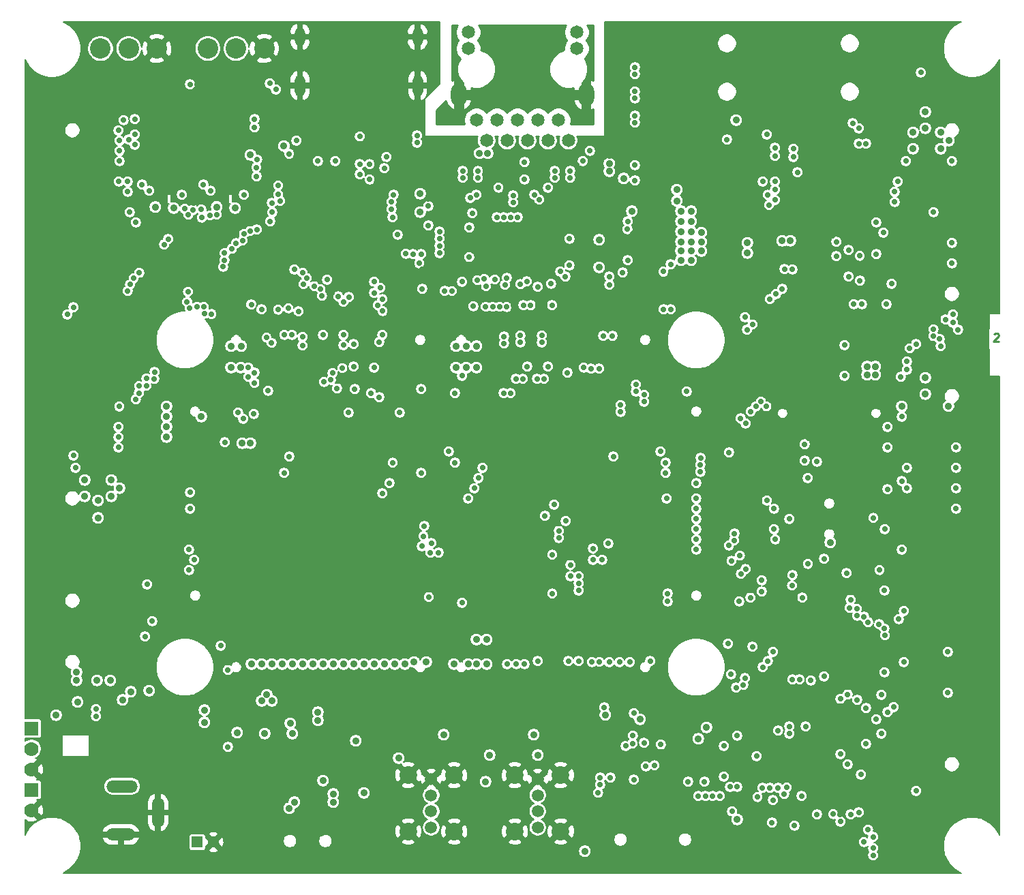
<source format=gbr>
G04 #@! TF.GenerationSoftware,KiCad,Pcbnew,5.1.0-rc2-unknown-036be7d~80~ubuntu16.04.1*
G04 #@! TF.CreationDate,2023-04-10T13:57:59+03:00*
G04 #@! TF.ProjectId,STMP15x-BASE-SOM-EVB_Rev_B,53544d50-3135-4782-9d42-4153452d534f,B*
G04 #@! TF.SameCoordinates,Original*
G04 #@! TF.FileFunction,Copper,L2,Inr*
G04 #@! TF.FilePolarity,Positive*
%FSLAX46Y46*%
G04 Gerber Fmt 4.6, Leading zero omitted, Abs format (unit mm)*
G04 Created by KiCad (PCBNEW 5.1.0-rc2-unknown-036be7d~80~ubuntu16.04.1) date 2023-04-10 13:57:59*
%MOMM*%
%LPD*%
G04 APERTURE LIST*
%ADD10C,0.254000*%
%ADD11C,1.500000*%
%ADD12C,2.200000*%
%ADD13R,1.400000X1.400000*%
%ADD14C,1.400000*%
%ADD15O,1.500000X3.700000*%
%ADD16O,3.600000X1.500000*%
%ADD17O,3.900000X1.500000*%
%ADD18C,1.778000*%
%ADD19R,1.778000X1.778000*%
%ADD20C,2.540000*%
%ADD21C,0.700000*%
%ADD22R,1.600000X1.600000*%
%ADD23O,2.000000X2.800000*%
%ADD24C,1.650000*%
%ADD25R,1.422400X1.422400*%
%ADD26O,1.300000X2.300000*%
%ADD27O,1.300000X2.700000*%
%ADD28C,0.890000*%
%ADD29C,1.600000*%
%ADD30C,0.900000*%
%ADD31C,0.203200*%
G04 APERTURE END LIST*
D10*
X196994714Y-77391380D02*
X197043095Y-77343000D01*
X197139857Y-77294619D01*
X197381761Y-77294619D01*
X197478523Y-77343000D01*
X197526904Y-77391380D01*
X197575285Y-77488142D01*
X197575285Y-77584904D01*
X197526904Y-77730047D01*
X196946333Y-78310619D01*
X197575285Y-78310619D01*
D11*
X140335000Y-132658600D03*
X140335000Y-134658600D03*
X140335000Y-136658600D03*
X140335000Y-138658600D03*
D12*
X143185000Y-139158600D03*
X137485000Y-139158600D03*
X143185000Y-132158600D03*
X137485000Y-132158600D03*
D11*
X127101600Y-132658601D03*
X127101600Y-134658601D03*
X127101600Y-136658601D03*
X127101600Y-138658601D03*
D12*
X129951600Y-139158601D03*
X124251600Y-139158601D03*
X129951600Y-132158601D03*
X124251600Y-132158601D03*
D13*
X98051620Y-140484860D03*
D14*
X100063300Y-140482320D03*
D15*
X93171999Y-136800000D03*
D16*
X88571999Y-139546000D03*
D17*
X88721999Y-133546000D03*
D18*
X77470000Y-136525000D03*
D19*
X77470000Y-133985000D03*
D18*
X77470000Y-131445000D03*
X77470000Y-128905000D03*
D19*
X77470000Y-126365000D03*
D20*
X93035000Y-41910000D03*
X86035000Y-41910000D03*
X89535000Y-41910000D03*
X106370000Y-41910000D03*
X99370000Y-41910000D03*
X102870000Y-41910000D03*
D21*
X115189000Y-65400000D03*
X115189000Y-62350000D03*
X115189000Y-64650000D03*
X115189000Y-61600000D03*
X116339000Y-63500000D03*
X117089000Y-63500000D03*
X113289000Y-63500000D03*
X114039000Y-63500000D03*
D22*
X115189000Y-63500000D03*
D23*
X146330000Y-47650000D03*
X130530000Y-47650000D03*
D24*
X145161000Y-39878000D03*
X145161000Y-41910000D03*
X131699000Y-39878000D03*
X131699000Y-41910000D03*
X144145000Y-53340000D03*
X142875000Y-50800000D03*
X141605000Y-53340000D03*
X140335000Y-50800000D03*
X139065000Y-53340000D03*
X137795000Y-50800000D03*
X136525000Y-53340000D03*
X135255000Y-50800000D03*
X133985000Y-53340000D03*
X132715000Y-50800000D03*
D25*
X137795000Y-65430400D03*
D26*
X125410000Y-40460000D03*
X110810000Y-40460000D03*
D27*
X110810000Y-46510000D03*
X125410000Y-46510000D03*
D28*
X177049000Y-57266000D03*
X175249000Y-57266000D03*
X177049000Y-59066000D03*
X175249000Y-59066000D03*
D29*
X176149000Y-58166000D03*
D30*
X94234000Y-86360000D03*
X94234000Y-87630000D03*
X94234000Y-88900000D03*
X94234000Y-90170000D03*
X89789000Y-121793000D03*
X88773000Y-122809000D03*
X109855000Y-127000000D03*
X106426000Y-127000000D03*
X117729000Y-127889000D03*
X128651000Y-127127000D03*
X139827000Y-127127000D03*
X188468000Y-82804000D03*
X188468000Y-49784000D03*
X165100000Y-137668000D03*
D21*
X121539004Y-55372000D03*
X125349000Y-52705000D03*
X125349000Y-53594000D03*
D30*
X102743000Y-61722000D03*
X95123000Y-61722000D03*
X108808001Y-54006001D03*
X85725000Y-100203000D03*
X104648008Y-55118000D03*
X146176983Y-141604983D03*
X85725000Y-98044000D03*
X188468000Y-51816000D03*
X188468000Y-84836000D03*
X83947000Y-137287000D03*
X82931000Y-138176000D03*
X89027000Y-130937000D03*
X90297000Y-132080000D03*
X90297000Y-124079000D03*
X102870000Y-124079000D03*
X102870000Y-125603000D03*
X100076000Y-131318000D03*
X97028000Y-136652000D03*
X98171000Y-135636000D03*
X106172000Y-132334000D03*
X114173000Y-136779000D03*
X114173000Y-138430000D03*
X113411000Y-139319000D03*
X109982000Y-129667000D03*
X109982000Y-131191000D03*
D21*
X114173000Y-130149599D03*
D30*
X114427000Y-126111000D03*
X100076000Y-128650998D03*
X116713000Y-132842000D03*
X118491000Y-132842000D03*
X119253000Y-130175000D03*
X119634000Y-141986000D03*
X123063000Y-136398000D03*
D21*
X121920000Y-135382000D03*
X121920000Y-137414000D03*
D30*
X126873000Y-129159000D03*
X130556000Y-129159000D03*
X132842000Y-141986000D03*
X136271000Y-136398000D03*
D21*
X135128000Y-135382000D03*
X135128000Y-137414000D03*
D30*
X131826000Y-128237410D03*
X138049000Y-129159000D03*
X154087413Y-124587000D03*
X103632000Y-118110000D03*
X130175000Y-115316000D03*
X131445000Y-115316000D03*
D21*
X165100000Y-129794000D03*
X165862000Y-130429000D03*
D30*
X154095154Y-125603057D03*
X161036000Y-130175000D03*
D21*
X167513000Y-125984000D03*
X177927000Y-117856000D03*
D30*
X176657000Y-101219000D03*
X176657000Y-100076000D03*
X190051000Y-142054000D03*
X190051000Y-139895000D03*
X170815000Y-84328000D03*
X182245000Y-84328000D03*
D21*
X176657000Y-51181000D03*
X183134000Y-53721000D03*
X183896000Y-52832000D03*
X174371000Y-51435000D03*
X184658000Y-53467000D03*
X171323000Y-52832000D03*
X183007000Y-61722000D03*
D30*
X182245000Y-41148000D03*
D21*
X169799000Y-56261000D03*
X169799000Y-57404000D03*
X160655000Y-87630000D03*
D30*
X160693450Y-86200000D03*
X162560000Y-85471000D03*
X163449000Y-50800000D03*
X166751000Y-50800000D03*
X166751000Y-41148000D03*
D21*
X159258000Y-53340000D03*
X158496000Y-52578000D03*
D30*
X181229000Y-91821000D03*
X163195000Y-59182000D03*
X165100000Y-60833000D03*
X164084000Y-68326000D03*
D21*
X136017000Y-57658000D03*
X137160000Y-57658000D03*
X137795000Y-57150000D03*
X139509500Y-57150000D03*
D30*
X131953000Y-55372000D03*
X141986000Y-60198000D03*
D21*
X146328600Y-62279226D03*
X147066000Y-60325000D03*
X147066000Y-64643000D03*
X145161000Y-56388000D03*
X128524000Y-60452000D03*
X130053598Y-62357000D03*
X129540000Y-64135000D03*
X129895599Y-67818000D03*
D30*
X130175000Y-77343000D03*
X131445000Y-77343000D03*
X132715000Y-77343000D03*
X102235000Y-77343000D03*
D21*
X141224000Y-73787000D03*
X143129000Y-71501000D03*
X146558000Y-68834000D03*
D30*
X161544000Y-85471000D03*
D21*
X176911000Y-65151000D03*
X175895000Y-65151000D03*
X146558000Y-69703179D03*
D30*
X190051000Y-40835000D03*
X190051000Y-42867000D03*
X195834000Y-82804000D03*
X195834000Y-85344000D03*
D21*
X146653050Y-65532014D03*
X152146000Y-66675000D03*
X152146000Y-64897000D03*
D30*
X194945000Y-49784000D03*
X194945000Y-52324000D03*
D21*
X165100000Y-132334000D03*
X165100000Y-134874000D03*
X165100000Y-131064000D03*
D30*
X163321992Y-137668000D03*
D21*
X178689000Y-108966000D03*
D30*
X79375000Y-120396000D03*
X81026000Y-120396000D03*
X149225000Y-43180000D03*
X149225000Y-46164500D03*
X149225000Y-49149000D03*
X149225000Y-52197000D03*
X149225000Y-55145087D03*
D21*
X129286000Y-59436000D03*
X126746000Y-60579000D03*
X126746000Y-59309000D03*
D30*
X128143000Y-54483000D03*
X129159000Y-54483000D03*
X130175000Y-53467000D03*
X130175000Y-54483000D03*
D21*
X124587000Y-59690000D03*
X125984000Y-65786000D03*
X125984000Y-70612000D03*
D30*
X166751000Y-52832000D03*
D21*
X124714000Y-64516000D03*
X124714000Y-63500000D03*
X120398410Y-50038540D03*
X120078500Y-53467000D03*
X124440158Y-55753000D03*
X124440158Y-56641992D03*
X116205000Y-50419000D03*
X122174561Y-52831439D03*
X121920000Y-49149000D03*
X121666000Y-45466000D03*
X113030000Y-53340000D03*
X113030000Y-50165000D03*
X111506000Y-53340000D03*
X125989535Y-69357843D03*
X118618000Y-45466000D03*
X117094000Y-45466000D03*
X115570000Y-45466000D03*
X114173000Y-45466000D03*
D30*
X127127000Y-53467000D03*
X127127000Y-54483000D03*
D21*
X100965020Y-58166020D03*
X98044000Y-46355000D03*
X88392000Y-46355000D03*
X104521000Y-61722000D03*
X93345000Y-58166000D03*
X87757000Y-46990000D03*
X105617002Y-61061860D03*
X105649777Y-60071000D03*
X97597975Y-61076229D03*
X128524000Y-68453000D03*
X93345000Y-55245000D03*
X100965000Y-55245000D03*
D30*
X82042000Y-96520000D03*
X82042000Y-99060000D03*
X79375000Y-100076000D03*
X79375000Y-97536000D03*
X87376000Y-129286000D03*
X85725000Y-130937000D03*
D21*
X117729000Y-53720990D03*
D30*
X83947000Y-139700000D03*
X83947000Y-142240000D03*
X83947000Y-143764000D03*
X86360000Y-143764000D03*
X88900000Y-143764000D03*
X91440000Y-143764000D03*
X93980000Y-143764000D03*
X96520000Y-143764000D03*
X99060000Y-143764000D03*
X101600000Y-143764000D03*
X103505000Y-143764000D03*
X109220000Y-143764000D03*
X111760000Y-143764000D03*
X114300000Y-143764000D03*
X119380000Y-143764000D03*
X121920000Y-143764000D03*
X124460000Y-143764000D03*
X127000000Y-143764000D03*
X129540000Y-143764000D03*
X132080000Y-143764000D03*
X134620000Y-143764000D03*
X137160000Y-143764000D03*
X139700000Y-143764000D03*
X142240000Y-143764000D03*
X144780000Y-143764000D03*
X147320000Y-143764000D03*
X149860000Y-143764000D03*
X152400000Y-143764000D03*
X154940000Y-143764000D03*
X157480000Y-143764000D03*
X160020000Y-143764000D03*
X162560000Y-143764000D03*
X165100000Y-143764000D03*
X167640000Y-143764000D03*
X182880000Y-143764000D03*
X186690000Y-143764000D03*
X189230000Y-143764000D03*
X191135000Y-143764000D03*
X184785000Y-143764000D03*
X190500000Y-137160000D03*
X193040000Y-137160000D03*
X195580000Y-137160000D03*
X197104000Y-137160000D03*
X197104000Y-134620000D03*
X195580000Y-134620000D03*
X193040000Y-134620000D03*
X190500000Y-134620000D03*
X194310000Y-135890000D03*
X191770000Y-135890000D03*
X186690000Y-142240000D03*
X186690000Y-140335000D03*
X186690000Y-138430000D03*
X186690000Y-137160000D03*
X197104000Y-130810000D03*
X197104000Y-128270000D03*
X197104000Y-125730000D03*
X197104000Y-123190000D03*
X197104000Y-120650000D03*
X197104000Y-118110000D03*
X197104000Y-115570000D03*
X197104000Y-113030000D03*
X197104000Y-110490000D03*
X197104000Y-107950000D03*
X197104000Y-105410000D03*
X197104000Y-102870000D03*
X197104000Y-100330000D03*
X197104000Y-97790000D03*
X197104000Y-95250000D03*
X197104000Y-92710000D03*
X197104000Y-90170000D03*
X197104000Y-87630000D03*
X196850000Y-85344000D03*
X197104000Y-133350000D03*
X195580000Y-135890000D03*
X197104000Y-135890000D03*
X197104000Y-72390000D03*
X197104000Y-69850000D03*
X197104000Y-67310000D03*
X197104000Y-64770000D03*
X197104000Y-62230000D03*
X197104000Y-59690000D03*
X197104000Y-57150000D03*
X197104000Y-54610000D03*
X197104000Y-52070000D03*
X197104000Y-49530000D03*
X197104000Y-47625000D03*
X197104000Y-45720000D03*
X195580000Y-45720000D03*
X193040000Y-45720000D03*
X191135000Y-45720000D03*
X195580000Y-47625000D03*
X193040000Y-47625000D03*
X191135000Y-47625000D03*
X189230000Y-47625000D03*
X191135000Y-44450000D03*
X191135000Y-39116000D03*
X189230000Y-39116000D03*
X186690000Y-39116000D03*
X184150000Y-39116000D03*
X181610000Y-39116000D03*
X179070000Y-39116000D03*
X176530000Y-39116000D03*
X173990000Y-39116000D03*
X171450000Y-39116000D03*
X168910000Y-39116000D03*
X166370000Y-39116000D03*
X163830000Y-39116000D03*
X161290000Y-39116000D03*
X158750000Y-39116000D03*
X156210000Y-39116000D03*
X153670000Y-39116000D03*
X151130000Y-39116000D03*
X149225000Y-39116000D03*
X149225000Y-41275000D03*
X151130000Y-41275000D03*
X153670000Y-41275000D03*
X127000000Y-40640000D03*
X127000000Y-39116000D03*
X127000000Y-42545000D03*
X127000000Y-46355000D03*
X127000000Y-44450000D03*
X121920000Y-39116000D03*
X119380000Y-39116000D03*
X116840000Y-39116000D03*
X114300000Y-39116000D03*
X109220000Y-39116000D03*
X106680000Y-39116000D03*
X104140000Y-39116000D03*
X101600000Y-39116000D03*
X99060000Y-39116000D03*
X96520000Y-39116000D03*
X93980000Y-39116000D03*
X91440000Y-39116000D03*
X88900000Y-39116000D03*
X86360000Y-39116000D03*
X83820000Y-39116000D03*
X114300000Y-41910000D03*
X113030000Y-40640000D03*
X116840000Y-41910000D03*
X115570000Y-40640000D03*
X118110000Y-40640000D03*
X119380000Y-41910000D03*
X120650000Y-40640000D03*
X121920000Y-41910000D03*
X123190000Y-40640000D03*
X83820000Y-40640000D03*
X83820000Y-43180000D03*
X83820000Y-45720000D03*
X81280000Y-45720000D03*
X78740000Y-45720000D03*
X77216000Y-45720000D03*
X77216000Y-48260000D03*
X77216000Y-52070000D03*
X78740000Y-48260000D03*
X81280000Y-48260000D03*
X83820000Y-48260000D03*
X82550000Y-46990000D03*
X80010000Y-46990000D03*
X77216000Y-54610000D03*
X77216000Y-57150000D03*
X77216000Y-59690000D03*
X77216000Y-62230000D03*
X77216000Y-64770000D03*
X77216000Y-67310000D03*
X77216000Y-69850000D03*
X77216000Y-72390000D03*
X77216000Y-74930000D03*
X77216000Y-77470000D03*
X77216000Y-80010000D03*
X77216000Y-82550000D03*
X77216000Y-85090000D03*
X77216000Y-87630000D03*
X77216000Y-90170000D03*
X77216000Y-92710000D03*
X77216000Y-95250000D03*
X77216000Y-97790000D03*
X77216000Y-100330000D03*
X77216000Y-102870000D03*
X77216000Y-105410000D03*
X77216000Y-107950000D03*
X77216000Y-110490000D03*
X77216000Y-113030000D03*
X77216000Y-115570000D03*
X77216000Y-118110000D03*
X77216000Y-120650000D03*
X78105000Y-122555000D03*
X78105000Y-123825000D03*
X79375000Y-136525000D03*
X80899000Y-136525000D03*
X86360000Y-48260000D03*
X86360000Y-45720000D03*
X85090000Y-46990000D03*
X80010000Y-105410000D03*
X80010000Y-102870000D03*
X82550000Y-105410000D03*
X82550000Y-102870000D03*
X78740000Y-104140000D03*
X81280000Y-104140000D03*
X78740000Y-106680000D03*
X81280000Y-106680000D03*
D21*
X184150000Y-54864000D03*
D30*
X181229000Y-90551000D03*
X194945000Y-72390000D03*
X194945000Y-74930000D03*
X194945000Y-77470000D03*
X194945000Y-80010000D03*
X194945000Y-81915000D03*
X176752166Y-97381981D03*
X152328988Y-131445006D03*
X158750000Y-41275000D03*
X161290000Y-41275000D03*
X173990000Y-41275000D03*
X176530000Y-41275000D03*
X86360000Y-105410000D03*
X86360000Y-102870000D03*
X88900000Y-105410000D03*
X88900000Y-102870000D03*
X91440000Y-102870000D03*
X91440000Y-105410000D03*
X92710000Y-104140000D03*
X90170000Y-104140000D03*
X87630000Y-104140000D03*
X87630000Y-106680000D03*
X90170000Y-106680000D03*
X92710000Y-106680000D03*
X91440000Y-100330000D03*
X92710000Y-101600000D03*
X90170000Y-101600000D03*
X92710000Y-99060000D03*
X90170000Y-99060000D03*
X91440000Y-97790000D03*
X92710000Y-96520000D03*
X91440000Y-95250000D03*
X90170000Y-96520000D03*
X92710000Y-93980000D03*
X91440000Y-92710000D03*
X90170000Y-93980000D03*
X90170000Y-91440000D03*
X92710000Y-91440000D03*
X91440000Y-90170000D03*
X90170000Y-88900000D03*
X92710000Y-88900000D03*
X91440000Y-87630000D03*
X79375000Y-122555000D03*
X81280000Y-122555000D03*
X106680000Y-44450000D03*
X111760000Y-44450000D03*
X114300000Y-44450000D03*
X116840000Y-44450000D03*
X119380000Y-44450000D03*
X121920000Y-44450000D03*
X124460000Y-44450000D03*
X110490000Y-43180000D03*
X113030000Y-43180000D03*
X115570000Y-43180000D03*
X118110000Y-43180000D03*
X120650000Y-43180000D03*
X123190000Y-43180000D03*
X125730000Y-43180000D03*
X110363000Y-48895000D03*
X110363000Y-51435000D03*
X111633000Y-48895000D03*
X107823000Y-48895000D03*
X109093000Y-48895000D03*
X95250000Y-53975000D03*
X97790000Y-53975000D03*
X102870000Y-53975000D03*
X91440000Y-60960000D03*
D21*
X88900000Y-66675000D03*
X88900000Y-65405000D03*
D30*
X103505000Y-77343000D03*
X98552000Y-86360000D03*
X152400000Y-140081000D03*
X154686000Y-140081000D03*
X156845000Y-140081000D03*
X152400000Y-107950000D03*
X154940000Y-107950000D03*
X152400000Y-105410000D03*
X154940000Y-105410000D03*
X153670000Y-106680000D03*
X152400000Y-102870000D03*
X153670000Y-101600000D03*
X154940000Y-102870000D03*
X153670000Y-104140000D03*
X137160000Y-88265000D03*
X139446000Y-88265000D03*
X103505000Y-92329000D03*
X105410000Y-92329000D03*
X107315000Y-92329000D03*
D21*
X170942000Y-89027000D03*
X175514000Y-65913000D03*
X172847000Y-89408032D03*
X173990000Y-90297000D03*
X174879000Y-91440000D03*
X179705000Y-90678000D03*
X175768000Y-92456000D03*
X176901270Y-93208276D03*
D30*
X109220000Y-141859000D03*
X111760000Y-141859000D03*
X114300000Y-141859000D03*
D21*
X128778000Y-70992992D03*
X153670000Y-99060000D03*
X156210000Y-99060000D03*
X152400000Y-99060000D03*
X154940000Y-99060000D03*
X154940000Y-96520000D03*
X152400000Y-96520000D03*
X153670000Y-96520000D03*
X151130000Y-96520000D03*
X156210000Y-96520000D03*
X152400000Y-95250000D03*
X153670000Y-95250000D03*
X151130000Y-95250000D03*
X154940000Y-95250000D03*
X137287000Y-73787000D03*
X140335561Y-73786439D03*
X131278880Y-73928621D03*
X149161500Y-67564000D03*
D30*
X183769000Y-137922000D03*
X119984990Y-125006138D03*
D21*
X177890411Y-137033176D03*
D30*
X106807000Y-124079000D03*
X101219000Y-86360000D03*
X102235000Y-86360000D03*
X102235000Y-115316000D03*
X103505000Y-115316000D03*
X161290000Y-43180000D03*
X161290000Y-45085000D03*
X163830000Y-45085000D03*
X163830000Y-43180000D03*
X166370000Y-45085000D03*
X166370000Y-43180000D03*
X176530000Y-43180000D03*
X176530000Y-45085000D03*
X179070000Y-45085000D03*
X179070000Y-43180000D03*
X181610000Y-45085000D03*
X181610000Y-43180000D03*
X137160000Y-96520000D03*
X139446000Y-96520000D03*
X151130000Y-104140000D03*
X151130000Y-106680000D03*
X151130000Y-101600000D03*
X151130000Y-109220000D03*
X102108000Y-118110000D03*
D21*
X114935000Y-130149599D03*
X114802410Y-72263000D03*
D30*
X91440000Y-45720000D03*
X96520000Y-44450000D03*
X90170000Y-44450000D03*
X101219000Y-44450000D03*
D21*
X105649777Y-58928000D03*
D30*
X120523000Y-68199000D03*
X120904000Y-69977000D03*
D21*
X144780000Y-77597000D03*
X146050000Y-77597000D03*
X147320000Y-77597000D03*
D30*
X154940000Y-88265000D03*
X154940000Y-89535000D03*
X153670000Y-89535000D03*
X156845000Y-80645000D03*
X116205000Y-109220000D03*
X118745000Y-109220000D03*
X121285000Y-109220000D03*
X118745000Y-101815900D03*
X121285000Y-101815900D03*
X116205000Y-101815900D03*
D21*
X152400000Y-93980000D03*
X153670000Y-93980000D03*
X151130000Y-93980000D03*
X154940000Y-93980000D03*
D30*
X99949000Y-115316000D03*
D21*
X113411000Y-94615000D03*
X114935000Y-94615000D03*
X111760000Y-94615000D03*
X116840000Y-94615000D03*
X118745000Y-94615000D03*
X111760000Y-91948000D03*
X113411000Y-91948000D03*
X118745000Y-91948000D03*
X116840000Y-91948000D03*
X114935000Y-91948000D03*
X111760000Y-99695000D03*
X113411000Y-99695000D03*
X118745000Y-99695000D03*
X116840000Y-99695000D03*
X114935000Y-99695000D03*
D30*
X113665000Y-101815900D03*
X111125000Y-101815900D03*
X108585000Y-101815900D03*
X106045000Y-101815900D03*
X98806000Y-115316000D03*
X156083000Y-116332000D03*
X156083000Y-117602000D03*
X163957000Y-120650000D03*
X163195000Y-121412000D03*
X180975000Y-119126000D03*
X179705000Y-119126000D03*
X185166000Y-125095000D03*
X94107000Y-109728000D03*
X141986000Y-61468000D03*
X163576000Y-75311000D03*
X163576000Y-76327000D03*
D21*
X163474400Y-98552000D03*
D30*
X86995000Y-137287000D03*
X166624000Y-62357000D03*
X166624000Y-61341000D03*
D21*
X172085000Y-53376587D03*
X107823000Y-51562000D03*
D30*
X109093000Y-51435000D03*
D21*
X107823000Y-49784000D03*
X109093000Y-50546000D03*
X109093000Y-52578000D03*
D30*
X104902000Y-140843000D03*
X102997000Y-135509000D03*
X98933000Y-124079000D03*
X98933000Y-125603000D03*
X103632000Y-90932000D03*
X104648000Y-90932000D03*
X129921000Y-118364000D03*
X131699000Y-118364000D03*
X132715000Y-118364000D03*
X133985000Y-118364000D03*
D21*
X183388000Y-109220000D03*
X183387788Y-113945402D03*
D30*
X104775000Y-118364000D03*
X106045000Y-118364000D03*
X140335004Y-129667000D03*
D21*
X167614965Y-134874000D03*
X170942000Y-134493000D03*
X164465000Y-136652000D03*
X185547000Y-87630000D03*
X187896500Y-44894500D03*
X151480378Y-64364502D03*
X149733000Y-92583014D03*
X109468410Y-92583000D03*
X164084000Y-92075000D03*
X164758862Y-102152919D03*
X185547000Y-95631000D03*
X186182000Y-80772000D03*
X105383137Y-56668863D03*
X138684000Y-58166000D03*
X146812000Y-54610000D03*
X144272000Y-65532000D03*
X138684000Y-56007000D03*
X131953000Y-60452000D03*
X131826000Y-64135000D03*
X130937000Y-70881438D03*
X131816932Y-67809745D03*
D30*
X123063000Y-130048000D03*
X118745000Y-134366000D03*
X134366000Y-129667000D03*
X133858000Y-132969000D03*
D21*
X134989206Y-70592179D03*
X132854543Y-70670580D03*
X136490771Y-70395549D03*
X138174410Y-71165567D03*
X133697741Y-70545621D03*
X138959230Y-70832905D03*
X136271561Y-71247561D03*
X133906992Y-71439768D03*
X136144000Y-77678800D03*
X136951200Y-84709000D03*
X150622000Y-86187800D03*
X152400000Y-50238800D03*
X140843000Y-77551800D03*
X152527000Y-83647800D03*
X152400000Y-47238800D03*
X141102590Y-82931000D03*
X152400000Y-44238800D03*
X153543000Y-84917800D03*
X138475200Y-82931000D03*
X138176000Y-77551800D03*
X152400000Y-45091200D03*
X153543000Y-85770200D03*
X137622800Y-82931000D03*
X138176000Y-78404200D03*
X136144000Y-78531200D03*
X152400000Y-51091200D03*
X150622000Y-87040200D03*
X136098800Y-84709000D03*
X140250177Y-82931000D03*
X152400000Y-48091200D03*
X152527000Y-84500200D03*
X140843000Y-78404200D03*
X169672000Y-101600000D03*
X161148583Y-134738468D03*
X160258742Y-134738187D03*
X169672000Y-99060000D03*
X162041651Y-134735521D03*
X169825187Y-102870000D03*
X183388000Y-119380000D03*
X183451432Y-114795434D03*
X182372000Y-125222000D03*
X183769000Y-96647000D03*
X171577000Y-100330000D03*
X171577561Y-126110439D03*
X183769000Y-88900000D03*
X179998824Y-112357419D03*
X183769000Y-91440000D03*
X180841787Y-112483983D03*
X182728232Y-113405410D03*
X182772876Y-106680000D03*
X184658000Y-60960000D03*
X183769000Y-124333000D03*
X180467000Y-132080000D03*
X180013417Y-122803410D03*
X181102000Y-128270000D03*
X181102006Y-123825006D03*
X185039012Y-58420000D03*
X184531000Y-123698000D03*
D30*
X133985000Y-115316000D03*
X132715000Y-115316000D03*
D21*
X122936000Y-65024000D03*
X115189000Y-55880000D03*
X113030000Y-55880000D03*
X121285000Y-56768996D03*
X108095025Y-59995995D03*
X116840000Y-87122000D03*
X123190000Y-87122000D03*
X105502588Y-55692357D03*
X109458808Y-54974687D03*
X152273561Y-132714439D03*
X114173000Y-70612000D03*
X90805455Y-84708334D03*
X89408000Y-58420006D03*
X88293480Y-58419992D03*
X90424000Y-85471000D03*
X186182000Y-96520000D03*
X186182000Y-81787992D03*
X186182000Y-93980000D03*
X185420000Y-82677012D03*
X121031000Y-97155000D03*
X122174561Y-60960561D03*
X122175122Y-61850122D03*
X121914410Y-95885000D03*
X140335000Y-117983000D03*
X125612255Y-68593471D03*
X120777000Y-71628000D03*
X88900000Y-50800000D03*
X105156000Y-51689000D03*
X120015000Y-70866000D03*
X90297000Y-50673000D03*
X105156000Y-50673000D03*
X185547000Y-104140000D03*
X185171590Y-112776000D03*
X183424591Y-101600000D03*
X181350027Y-113168306D03*
X154305000Y-117983008D03*
X126799747Y-110035747D03*
X192278000Y-91440000D03*
X169164000Y-73025000D03*
X191896994Y-74930000D03*
X160563340Y-92742532D03*
X178435000Y-82550000D03*
X178435000Y-78739992D03*
D30*
X147955000Y-69088000D03*
X147955000Y-65659000D03*
X152019000Y-62103000D03*
X160655000Y-65913000D03*
X158115000Y-65913000D03*
X159385000Y-65913000D03*
X158115000Y-64643000D03*
X159385000Y-64643000D03*
X158115000Y-63373000D03*
X159385000Y-63373000D03*
X158115000Y-62103000D03*
X159385000Y-62103000D03*
X158115000Y-67056000D03*
X159385000Y-67056000D03*
X166370000Y-66040000D03*
X166370000Y-67310000D03*
X160655000Y-67056000D03*
X160655000Y-64770000D03*
X158115000Y-68199000D03*
X159385000Y-68199000D03*
X83185000Y-123063000D03*
X92075000Y-121666000D03*
X98552006Y-87630000D03*
D21*
X169545000Y-116840000D03*
X169160768Y-133736590D03*
X168910004Y-117983004D03*
X168240130Y-133736590D03*
X162941000Y-134747000D03*
X168275843Y-118744157D03*
D30*
X102997000Y-126873000D03*
X109601000Y-125729996D03*
D21*
X122428000Y-60071000D03*
X118237000Y-56261000D03*
X118237559Y-57525410D03*
X168783000Y-52578000D03*
X172593000Y-57277000D03*
D30*
X122555000Y-118364000D03*
D21*
X148082000Y-133350000D03*
X164211000Y-133604000D03*
X165100000Y-127254000D03*
X135445500Y-59182000D03*
X144272000Y-68834000D03*
X141605006Y-59182000D03*
X145922994Y-55880000D03*
X132207000Y-62357000D03*
X132715421Y-60070790D03*
X132333986Y-73914000D03*
X138557000Y-73787000D03*
X140335000Y-71501000D03*
X150876000Y-69723004D03*
X126746000Y-61468038D03*
D30*
X110109000Y-135509000D03*
X114935000Y-135509000D03*
X113030000Y-124332988D03*
X107315000Y-122935972D03*
X106045000Y-122935972D03*
X113030000Y-125349000D03*
X109474000Y-136271000D03*
X114935000Y-134493000D03*
X106680000Y-122174000D03*
D21*
X142113000Y-73787000D03*
X142367000Y-98552000D03*
X151511000Y-68199000D03*
X149098000Y-103378000D03*
D30*
X132715000Y-47625000D03*
X135255000Y-47625000D03*
X137795000Y-47625000D03*
X140335000Y-47625000D03*
X142875000Y-47625000D03*
X137795000Y-45720000D03*
X140335000Y-45720000D03*
X135509000Y-45720000D03*
X140335000Y-43815000D03*
X137795000Y-43815000D03*
X135509000Y-43815000D03*
X135255000Y-40005000D03*
X140335000Y-40005000D03*
X137795000Y-40005000D03*
X142875000Y-40005000D03*
X133985000Y-48895000D03*
X136525000Y-48895000D03*
X139065000Y-48895000D03*
X141605000Y-48895000D03*
X144145000Y-48895000D03*
X146685000Y-50800000D03*
X145034000Y-50800000D03*
X130556000Y-50927000D03*
X130556000Y-49784000D03*
X129413000Y-50927000D03*
X128270000Y-50927000D03*
D21*
X148463000Y-77583865D03*
X145414439Y-108330439D03*
X170964256Y-69282546D03*
X170180000Y-133731000D03*
X170180000Y-126619000D03*
X171958000Y-69342000D03*
X145415000Y-109220000D03*
X149606000Y-77597000D03*
X171255456Y-133700314D03*
X171577000Y-127000000D03*
D30*
X120015000Y-118364000D03*
D21*
X147841455Y-134352334D03*
D30*
X124968000Y-118110000D03*
D21*
X172212000Y-138430006D03*
D30*
X121285000Y-118364000D03*
D21*
X159003951Y-132968999D03*
X161036001Y-132968999D03*
X148081442Y-132460436D03*
D30*
X126492000Y-118110000D03*
D21*
X169418000Y-138049000D03*
X173101000Y-134747000D03*
X169545000Y-135255000D03*
D30*
X118745000Y-118364000D03*
D21*
X175006000Y-137027410D03*
D30*
X117475000Y-118364000D03*
D21*
X177016463Y-137010900D03*
D30*
X116205000Y-118364000D03*
D21*
X177927000Y-137922000D03*
D30*
X114935000Y-118364000D03*
D21*
X179197000Y-137033000D03*
D30*
X109855000Y-118364000D03*
D21*
X180213000Y-136779000D03*
D30*
X113665000Y-118364000D03*
D21*
X181356016Y-138938000D03*
D30*
X111125000Y-118364000D03*
D21*
X180848000Y-140462000D03*
D30*
X112395000Y-118364000D03*
D21*
X181991000Y-139827008D03*
D30*
X108585000Y-118364000D03*
D21*
X181991000Y-141224000D03*
D30*
X107315000Y-118364000D03*
D21*
X181991000Y-142125700D03*
X97155000Y-97033590D03*
X85471000Y-124841000D03*
X97155000Y-99060000D03*
X85471000Y-123952000D03*
X192277996Y-93980000D03*
X192531992Y-76835000D03*
X160529406Y-93598719D03*
X166985949Y-76177062D03*
X192278000Y-96520000D03*
X191896439Y-75946561D03*
X160528566Y-94488008D03*
X166313643Y-76835000D03*
X182010821Y-100204022D03*
X179968757Y-111497365D03*
X192278000Y-99060000D03*
X190970691Y-75559410D03*
X160020000Y-95886122D03*
X166073188Y-75268188D03*
X164719000Y-103004398D03*
X160020000Y-97790000D03*
X164069946Y-103633808D03*
X160020000Y-99060000D03*
X164395239Y-105526367D03*
X160020000Y-100330000D03*
X165542998Y-107166352D03*
X160020000Y-101600000D03*
X185801000Y-111760000D03*
X139030988Y-81407000D03*
X185801000Y-118110000D03*
X164338000Y-119634000D03*
X165354000Y-110597179D03*
X160020000Y-102870000D03*
X141605000Y-81407000D03*
X163957000Y-115824562D03*
X167005000Y-116205000D03*
X160020000Y-104140000D03*
X191262000Y-116840000D03*
X190259584Y-77984182D03*
X175895000Y-105283002D03*
X175895000Y-119888000D03*
X174244000Y-120396000D03*
X173877778Y-105932778D03*
X191262000Y-121920000D03*
X189483757Y-77631054D03*
X172847000Y-120263410D03*
X171958000Y-107315000D03*
X171958010Y-120269000D03*
X171896820Y-108608575D03*
X183007000Y-122174000D03*
X183007000Y-127000000D03*
X164973000Y-121285000D03*
X142945643Y-102697776D03*
X173609000Y-126110994D03*
X173191409Y-110109000D03*
X177921289Y-122676410D03*
X177926997Y-129539997D03*
X142945692Y-101824717D03*
X165862561Y-120934891D03*
X178816000Y-130810000D03*
X178816000Y-122143001D03*
X143798044Y-100584000D03*
X166073589Y-120109014D03*
X186055000Y-55880000D03*
X186526419Y-79147173D03*
X156336998Y-97790000D03*
X158827221Y-84512400D03*
X191770012Y-66040000D03*
X191770000Y-55880000D03*
X184658000Y-59690000D03*
X180594000Y-73660000D03*
X189484000Y-62230000D03*
X189484559Y-76778643D03*
X182372007Y-63499993D03*
X182372000Y-67437000D03*
X183261000Y-64770000D03*
X179578000Y-73659994D03*
X180339992Y-70739000D03*
X180318181Y-67669181D03*
X191770000Y-68580000D03*
X190373000Y-78866992D03*
X179070000Y-111379000D03*
X184277000Y-71120000D03*
X183642561Y-73660561D03*
X179183153Y-110375725D03*
X173482000Y-91059000D03*
X173482000Y-93091000D03*
X175006000Y-93218000D03*
X173863000Y-95250000D03*
X168727580Y-86353626D03*
X168789374Y-98044000D03*
X168052644Y-85756644D03*
X168159964Y-107955590D03*
X167406401Y-86360000D03*
X168148000Y-109347000D03*
X166738570Y-110121430D03*
X166776999Y-86995000D03*
X166147589Y-88487411D03*
X166144323Y-106562188D03*
X165518187Y-87846813D03*
X165438710Y-104882345D03*
X141986000Y-71119982D03*
X142132821Y-104769410D03*
X143129000Y-69596000D03*
X149225000Y-70231000D03*
X147192439Y-105410561D03*
X143764000Y-70231000D03*
X149225000Y-71247000D03*
X147193000Y-104013000D03*
X151511000Y-63373000D03*
X148336000Y-105410000D03*
X129672590Y-72030819D03*
X128016000Y-104521000D03*
X127000000Y-104521000D03*
X128777439Y-72009000D03*
X91186000Y-58801000D03*
X97028008Y-106680000D03*
X128144129Y-67311115D03*
X127107666Y-103327186D03*
X97662992Y-105410000D03*
X96138996Y-60071000D03*
X128144122Y-66422122D03*
X125940082Y-103731034D03*
X92075000Y-59563000D03*
X97028000Y-104140000D03*
X128143561Y-65532561D03*
X126137592Y-102472222D03*
X128143000Y-64643000D03*
X126238000Y-101213410D03*
X139446000Y-73787000D03*
X141229590Y-99954590D03*
X187325000Y-134112000D03*
X187325000Y-78613000D03*
X101854000Y-128651000D03*
X101469538Y-90813621D03*
X100965000Y-116078000D03*
X101854000Y-119096567D03*
X122301000Y-62865000D03*
X122320821Y-93345000D03*
X108839000Y-94615000D03*
X105410000Y-57785000D03*
X133477000Y-93980000D03*
X136461500Y-74010179D03*
X132969000Y-95250000D03*
X135578218Y-73970661D03*
X132461000Y-96520000D03*
X134725807Y-73971420D03*
X133873396Y-73971412D03*
X131699000Y-97790000D03*
D30*
X123825000Y-118364000D03*
D21*
X149352000Y-132461000D03*
X163449000Y-128524000D03*
X163449000Y-132334000D03*
X151765000Y-118110000D03*
X152273000Y-124460000D03*
X150495000Y-118110000D03*
X155625000Y-128347000D03*
X153543000Y-128143000D03*
X149225000Y-118110000D03*
X147976818Y-118088182D03*
X154830390Y-130937000D03*
X152146000Y-127242138D03*
X125857002Y-67437000D03*
X138684006Y-118364000D03*
X147066561Y-118109439D03*
X152093090Y-128222599D03*
X153741131Y-131076700D03*
X124840994Y-67437000D03*
X137668000Y-118364000D03*
X145415000Y-117982990D03*
X148590000Y-123743232D03*
X123946410Y-67407330D03*
X136525000Y-118364000D03*
X144145000Y-117983000D03*
X151257000Y-128543837D03*
X155956000Y-74295000D03*
X155935882Y-69619517D03*
X98806000Y-58801000D03*
X103758992Y-87884000D03*
X99695000Y-59563000D03*
X103124000Y-87122000D03*
X103822500Y-60071000D03*
X105081775Y-87307334D03*
X130937000Y-82550000D03*
X130937000Y-110744000D03*
X142132821Y-109601000D03*
X144018000Y-82169000D03*
X156845000Y-74295000D03*
X156845000Y-68707000D03*
X177419000Y-67691000D03*
X177419000Y-65913000D03*
X146049996Y-81534000D03*
X144391457Y-106056664D03*
X144399000Y-107442000D03*
X146939000Y-81661000D03*
X145413874Y-107440882D03*
X147932929Y-81664955D03*
X178943000Y-66929000D03*
X178943000Y-70231000D03*
X113665000Y-77470000D03*
X115414569Y-84130357D03*
X102882605Y-66077600D03*
X106842371Y-84427253D03*
X105142842Y-83422222D03*
X102351673Y-66744472D03*
X104394000Y-82677000D03*
X101448368Y-67331870D03*
X105156000Y-82163410D03*
X101445838Y-68184278D03*
X104393723Y-81538443D03*
X101267266Y-69023838D03*
X110109000Y-69341984D03*
X111124993Y-78793734D03*
X111111022Y-69738100D03*
X110623068Y-74549280D03*
X111125000Y-77724000D03*
X111236782Y-71170821D03*
X108336535Y-60819592D03*
X109364257Y-74182164D03*
X109806897Y-77475418D03*
X107315000Y-61087000D03*
X88361054Y-86360000D03*
X90841908Y-69760465D03*
X107373384Y-62250027D03*
X108092793Y-74353212D03*
X108853222Y-77475400D03*
X88265000Y-88900000D03*
X90146062Y-70456311D03*
X107117302Y-63373000D03*
X88265003Y-90170003D03*
X89703884Y-71209589D03*
X106021160Y-74293970D03*
X105452079Y-64379078D03*
X88264994Y-91440000D03*
X89408000Y-72009000D03*
X107288137Y-78459137D03*
X104621218Y-64569538D03*
X82677000Y-74041000D03*
X82677000Y-92456000D03*
X104751938Y-73693037D03*
X103850839Y-64934396D03*
X81915000Y-74930000D03*
X82931000Y-93980000D03*
X106658727Y-77829727D03*
X103677166Y-65768928D03*
X92710000Y-82931000D03*
X93924166Y-66261172D03*
X92745819Y-82076698D03*
X94424698Y-65571191D03*
X116870946Y-72768250D03*
X99805791Y-74892420D03*
X116205000Y-78740000D03*
X100451083Y-62538222D03*
X116205000Y-73386179D03*
X98954875Y-74841774D03*
X116204439Y-77470000D03*
X99593426Y-62636426D03*
X98607551Y-62920551D03*
X117474439Y-81406439D03*
X115548918Y-72684482D03*
X98855585Y-73989385D03*
X116067064Y-81590936D03*
X98552000Y-61912500D03*
X98003174Y-73988202D03*
X113532774Y-72624679D03*
X97124576Y-74162890D03*
X97537327Y-61926481D03*
X114850011Y-82233852D03*
X113353590Y-71791313D03*
X96791486Y-73378252D03*
X96942328Y-62541239D03*
X114651474Y-83062820D03*
X112581374Y-71430356D03*
X120015000Y-81534000D03*
X91715819Y-83798181D03*
X90424000Y-63500000D03*
X119634000Y-84708996D03*
X120650000Y-78359000D03*
X89662004Y-62230000D03*
X90822678Y-83835436D03*
X120650000Y-85217000D03*
X96884440Y-72119440D03*
X96486770Y-61820772D03*
X113792000Y-83312000D03*
X111629832Y-70414436D03*
X91716941Y-82909181D03*
X117475000Y-78613000D03*
X121031000Y-77470000D03*
X117601439Y-84200439D03*
X89407992Y-59690000D03*
X88392000Y-55880000D03*
X121058318Y-74521682D03*
X88392000Y-54610000D03*
X120459496Y-73787000D03*
X88392000Y-53340000D03*
X121030990Y-73025000D03*
X120015000Y-72263000D03*
X88265000Y-52070000D03*
X119444065Y-58165994D03*
X119443500Y-56261000D03*
X168275000Y-58420000D03*
X126746000Y-63881000D03*
X129286000Y-91948000D03*
X155575000Y-91948000D03*
X144362030Y-57111400D03*
X135241800Y-62862083D03*
X144362030Y-57963800D03*
X136094200Y-62862083D03*
X136995800Y-62860798D03*
X142434702Y-57112800D03*
X137848200Y-62860798D03*
X142434702Y-57965200D03*
X137287000Y-61005200D03*
X132905500Y-57957200D03*
X137287000Y-60152800D03*
X132905500Y-57104800D03*
X131000500Y-57104800D03*
X139906631Y-60063233D03*
X131000500Y-57957200D03*
X140509369Y-60665971D03*
D30*
X113665000Y-132842000D03*
D21*
X167513000Y-129794000D03*
D30*
X153042771Y-125221990D03*
X160274000Y-127635000D03*
X176657000Y-103251000D03*
D21*
X179451000Y-51181000D03*
X181102000Y-53721000D03*
X169799000Y-58420000D03*
X169799000Y-59436000D03*
X169799000Y-60706000D03*
D30*
X164973000Y-50800000D03*
D21*
X163830000Y-53213000D03*
D30*
X157607000Y-60833000D03*
X130175000Y-81534000D03*
X131445000Y-81534000D03*
X132715000Y-81534000D03*
X130175000Y-78867000D03*
X131445000Y-78867000D03*
X132715000Y-78867000D03*
X102235000Y-78867000D03*
X103505000Y-78867000D03*
X102235000Y-81534000D03*
D21*
X92456000Y-113030000D03*
X91821000Y-108458000D03*
D30*
X182245000Y-81407000D03*
X181229000Y-82423000D03*
X181229000Y-81407000D03*
X161290000Y-126238000D03*
X171704000Y-65786000D03*
X170688000Y-65786000D03*
X191389000Y-53340000D03*
X186944000Y-52324000D03*
X190373000Y-52324000D03*
X83058000Y-119380000D03*
X83058000Y-120396000D03*
X85598000Y-120396000D03*
X87249000Y-120396000D03*
X149225000Y-56197500D03*
X149225000Y-57150000D03*
X151003000Y-58039000D03*
X157607000Y-59436000D03*
X125730000Y-62230000D03*
X125730000Y-59944000D03*
D21*
X125984000Y-71755000D03*
X107061000Y-46228000D03*
X107823000Y-46990000D03*
X97155000Y-46355000D03*
X108097216Y-58928459D03*
D30*
X103441391Y-81526184D03*
D21*
X89535000Y-53213000D03*
D30*
X92837000Y-61595000D03*
D21*
X110363000Y-53340000D03*
D30*
X88392000Y-96520000D03*
D21*
X118240822Y-52826533D03*
X90296990Y-53848000D03*
X90296999Y-52578001D03*
D30*
X87376000Y-97536000D03*
X87376000Y-95504000D03*
X84074000Y-97536000D03*
X84074000Y-95504000D03*
D21*
X178689000Y-107061000D03*
D30*
X191325500Y-86334870D03*
X182245000Y-82423000D03*
X148731755Y-124685035D03*
D21*
X180213000Y-51816000D03*
X180213000Y-53721000D03*
D30*
X186944000Y-54356000D03*
X190373000Y-54356000D03*
X185547000Y-86360000D03*
X134112000Y-54927500D03*
D21*
X165100000Y-133604000D03*
D30*
X80518000Y-124713964D03*
X100457057Y-61585829D03*
D21*
X91566990Y-114935000D03*
D30*
X133096000Y-54927500D03*
D21*
X152400000Y-56388000D03*
X152400000Y-58292992D03*
X125857000Y-94615000D03*
X156210000Y-94615000D03*
X169056821Y-61341000D03*
X125857000Y-84201000D03*
X169799000Y-54229000D03*
X130047978Y-93345000D03*
X156210000Y-93345000D03*
X130047996Y-84709000D03*
X169799000Y-55245000D03*
X168915590Y-60072977D03*
X156464000Y-110597179D03*
X170690651Y-71760590D03*
X172085000Y-55372000D03*
X156464000Y-109601000D03*
X169926000Y-72390000D03*
X172085000Y-54356000D03*
D31*
G36*
X128168400Y-46312916D02*
G01*
X126293158Y-48188158D01*
X126280523Y-48203554D01*
X126271134Y-48221119D01*
X126265352Y-48240179D01*
X126263400Y-48260000D01*
X126263400Y-52705000D01*
X126265352Y-52724821D01*
X126271134Y-52743881D01*
X126280523Y-52761446D01*
X126293158Y-52776842D01*
X126308554Y-52789477D01*
X126326119Y-52798866D01*
X126345179Y-52804648D01*
X126365000Y-52806600D01*
X132928069Y-52806600D01*
X132849770Y-52995632D01*
X132804400Y-53223721D01*
X132804400Y-53456279D01*
X132849770Y-53684368D01*
X132938766Y-53899224D01*
X133067968Y-54092588D01*
X133097280Y-54121900D01*
X133016655Y-54121900D01*
X132861015Y-54152859D01*
X132714405Y-54213587D01*
X132582460Y-54301750D01*
X132470250Y-54413960D01*
X132382087Y-54545905D01*
X132321359Y-54692515D01*
X132290400Y-54848155D01*
X132290400Y-55006845D01*
X132321359Y-55162485D01*
X132382087Y-55309095D01*
X132470250Y-55441040D01*
X132582460Y-55553250D01*
X132714405Y-55641413D01*
X132861015Y-55702141D01*
X133016655Y-55733100D01*
X133175345Y-55733100D01*
X133330985Y-55702141D01*
X133477595Y-55641413D01*
X133604000Y-55556952D01*
X133730405Y-55641413D01*
X133877015Y-55702141D01*
X134032655Y-55733100D01*
X134191345Y-55733100D01*
X134346985Y-55702141D01*
X134493595Y-55641413D01*
X134625540Y-55553250D01*
X134737750Y-55441040D01*
X134825913Y-55309095D01*
X134886641Y-55162485D01*
X134917600Y-55006845D01*
X134917600Y-54848155D01*
X134886641Y-54692515D01*
X134825913Y-54545905D01*
X134822305Y-54540504D01*
X146106400Y-54540504D01*
X146106400Y-54679496D01*
X146133516Y-54815816D01*
X146186705Y-54944227D01*
X146263925Y-55059794D01*
X146362206Y-55158075D01*
X146477773Y-55235295D01*
X146606184Y-55288484D01*
X146742504Y-55315600D01*
X146881496Y-55315600D01*
X147017816Y-55288484D01*
X147146227Y-55235295D01*
X147261794Y-55158075D01*
X147360075Y-55059794D01*
X147437295Y-54944227D01*
X147490484Y-54815816D01*
X147517600Y-54679496D01*
X147517600Y-54540504D01*
X147490484Y-54404184D01*
X147437295Y-54275773D01*
X147360075Y-54160206D01*
X147359373Y-54159504D01*
X169093400Y-54159504D01*
X169093400Y-54298496D01*
X169120516Y-54434816D01*
X169173705Y-54563227D01*
X169250925Y-54678794D01*
X169309131Y-54737000D01*
X169250925Y-54795206D01*
X169173705Y-54910773D01*
X169120516Y-55039184D01*
X169093400Y-55175504D01*
X169093400Y-55314496D01*
X169120516Y-55450816D01*
X169173705Y-55579227D01*
X169250925Y-55694794D01*
X169349206Y-55793075D01*
X169464773Y-55870295D01*
X169593184Y-55923484D01*
X169729504Y-55950600D01*
X169868496Y-55950600D01*
X170004816Y-55923484D01*
X170133227Y-55870295D01*
X170248794Y-55793075D01*
X170347075Y-55694794D01*
X170424295Y-55579227D01*
X170477484Y-55450816D01*
X170504600Y-55314496D01*
X170504600Y-55175504D01*
X170477484Y-55039184D01*
X170424295Y-54910773D01*
X170347075Y-54795206D01*
X170288869Y-54737000D01*
X170347075Y-54678794D01*
X170424295Y-54563227D01*
X170477484Y-54434816D01*
X170504600Y-54298496D01*
X170504600Y-54286504D01*
X171379400Y-54286504D01*
X171379400Y-54425496D01*
X171406516Y-54561816D01*
X171459705Y-54690227D01*
X171536925Y-54805794D01*
X171595131Y-54864000D01*
X171536925Y-54922206D01*
X171459705Y-55037773D01*
X171406516Y-55166184D01*
X171379400Y-55302504D01*
X171379400Y-55441496D01*
X171406516Y-55577816D01*
X171459705Y-55706227D01*
X171536925Y-55821794D01*
X171635206Y-55920075D01*
X171750773Y-55997295D01*
X171879184Y-56050484D01*
X172015504Y-56077600D01*
X172154496Y-56077600D01*
X172290816Y-56050484D01*
X172419227Y-55997295D01*
X172534794Y-55920075D01*
X172633075Y-55821794D01*
X172640618Y-55810504D01*
X185349400Y-55810504D01*
X185349400Y-55949496D01*
X185376516Y-56085816D01*
X185429705Y-56214227D01*
X185506925Y-56329794D01*
X185605206Y-56428075D01*
X185720773Y-56505295D01*
X185849184Y-56558484D01*
X185985504Y-56585600D01*
X186124496Y-56585600D01*
X186260816Y-56558484D01*
X186389227Y-56505295D01*
X186504794Y-56428075D01*
X186603075Y-56329794D01*
X186680295Y-56214227D01*
X186733484Y-56085816D01*
X186760600Y-55949496D01*
X186760600Y-55810504D01*
X191064400Y-55810504D01*
X191064400Y-55949496D01*
X191091516Y-56085816D01*
X191144705Y-56214227D01*
X191221925Y-56329794D01*
X191320206Y-56428075D01*
X191435773Y-56505295D01*
X191564184Y-56558484D01*
X191700504Y-56585600D01*
X191839496Y-56585600D01*
X191975816Y-56558484D01*
X192104227Y-56505295D01*
X192219794Y-56428075D01*
X192318075Y-56329794D01*
X192395295Y-56214227D01*
X192448484Y-56085816D01*
X192475600Y-55949496D01*
X192475600Y-55810504D01*
X192448484Y-55674184D01*
X192395295Y-55545773D01*
X192318075Y-55430206D01*
X192219794Y-55331925D01*
X192104227Y-55254705D01*
X191975816Y-55201516D01*
X191839496Y-55174400D01*
X191700504Y-55174400D01*
X191564184Y-55201516D01*
X191435773Y-55254705D01*
X191320206Y-55331925D01*
X191221925Y-55430206D01*
X191144705Y-55545773D01*
X191091516Y-55674184D01*
X191064400Y-55810504D01*
X186760600Y-55810504D01*
X186733484Y-55674184D01*
X186680295Y-55545773D01*
X186603075Y-55430206D01*
X186504794Y-55331925D01*
X186389227Y-55254705D01*
X186260816Y-55201516D01*
X186124496Y-55174400D01*
X185985504Y-55174400D01*
X185849184Y-55201516D01*
X185720773Y-55254705D01*
X185605206Y-55331925D01*
X185506925Y-55430206D01*
X185429705Y-55545773D01*
X185376516Y-55674184D01*
X185349400Y-55810504D01*
X172640618Y-55810504D01*
X172710295Y-55706227D01*
X172763484Y-55577816D01*
X172790600Y-55441496D01*
X172790600Y-55302504D01*
X172763484Y-55166184D01*
X172710295Y-55037773D01*
X172633075Y-54922206D01*
X172574869Y-54864000D01*
X172633075Y-54805794D01*
X172710295Y-54690227D01*
X172763484Y-54561816D01*
X172790600Y-54425496D01*
X172790600Y-54286504D01*
X172763484Y-54150184D01*
X172710295Y-54021773D01*
X172633075Y-53906206D01*
X172534794Y-53807925D01*
X172419227Y-53730705D01*
X172290816Y-53677516D01*
X172160047Y-53651504D01*
X179507400Y-53651504D01*
X179507400Y-53790496D01*
X179534516Y-53926816D01*
X179587705Y-54055227D01*
X179664925Y-54170794D01*
X179763206Y-54269075D01*
X179878773Y-54346295D01*
X180007184Y-54399484D01*
X180143504Y-54426600D01*
X180282496Y-54426600D01*
X180418816Y-54399484D01*
X180547227Y-54346295D01*
X180657500Y-54272612D01*
X180767773Y-54346295D01*
X180896184Y-54399484D01*
X181032504Y-54426600D01*
X181171496Y-54426600D01*
X181307816Y-54399484D01*
X181436227Y-54346295D01*
X181540449Y-54276655D01*
X186138400Y-54276655D01*
X186138400Y-54435345D01*
X186169359Y-54590985D01*
X186230087Y-54737595D01*
X186318250Y-54869540D01*
X186430460Y-54981750D01*
X186562405Y-55069913D01*
X186709015Y-55130641D01*
X186864655Y-55161600D01*
X187023345Y-55161600D01*
X187178985Y-55130641D01*
X187325595Y-55069913D01*
X187457540Y-54981750D01*
X187569750Y-54869540D01*
X187657913Y-54737595D01*
X187718641Y-54590985D01*
X187749600Y-54435345D01*
X187749600Y-54276655D01*
X187718641Y-54121015D01*
X187657913Y-53974405D01*
X187569750Y-53842460D01*
X187457540Y-53730250D01*
X187325595Y-53642087D01*
X187178985Y-53581359D01*
X187023345Y-53550400D01*
X186864655Y-53550400D01*
X186709015Y-53581359D01*
X186562405Y-53642087D01*
X186430460Y-53730250D01*
X186318250Y-53842460D01*
X186230087Y-53974405D01*
X186169359Y-54121015D01*
X186138400Y-54276655D01*
X181540449Y-54276655D01*
X181551794Y-54269075D01*
X181650075Y-54170794D01*
X181727295Y-54055227D01*
X181780484Y-53926816D01*
X181807600Y-53790496D01*
X181807600Y-53651504D01*
X181780484Y-53515184D01*
X181727295Y-53386773D01*
X181650075Y-53271206D01*
X181551794Y-53172925D01*
X181436227Y-53095705D01*
X181307816Y-53042516D01*
X181171496Y-53015400D01*
X181032504Y-53015400D01*
X180896184Y-53042516D01*
X180767773Y-53095705D01*
X180657500Y-53169388D01*
X180547227Y-53095705D01*
X180418816Y-53042516D01*
X180282496Y-53015400D01*
X180143504Y-53015400D01*
X180007184Y-53042516D01*
X179878773Y-53095705D01*
X179763206Y-53172925D01*
X179664925Y-53271206D01*
X179587705Y-53386773D01*
X179534516Y-53515184D01*
X179507400Y-53651504D01*
X172160047Y-53651504D01*
X172154496Y-53650400D01*
X172015504Y-53650400D01*
X171879184Y-53677516D01*
X171750773Y-53730705D01*
X171635206Y-53807925D01*
X171536925Y-53906206D01*
X171459705Y-54021773D01*
X171406516Y-54150184D01*
X171379400Y-54286504D01*
X170504600Y-54286504D01*
X170504600Y-54159504D01*
X170477484Y-54023184D01*
X170424295Y-53894773D01*
X170347075Y-53779206D01*
X170248794Y-53680925D01*
X170133227Y-53603705D01*
X170004816Y-53550516D01*
X169868496Y-53523400D01*
X169729504Y-53523400D01*
X169593184Y-53550516D01*
X169464773Y-53603705D01*
X169349206Y-53680925D01*
X169250925Y-53779206D01*
X169173705Y-53894773D01*
X169120516Y-54023184D01*
X169093400Y-54159504D01*
X147359373Y-54159504D01*
X147261794Y-54061925D01*
X147146227Y-53984705D01*
X147017816Y-53931516D01*
X146881496Y-53904400D01*
X146742504Y-53904400D01*
X146606184Y-53931516D01*
X146477773Y-53984705D01*
X146362206Y-54061925D01*
X146263925Y-54160206D01*
X146186705Y-54275773D01*
X146133516Y-54404184D01*
X146106400Y-54540504D01*
X134822305Y-54540504D01*
X134737750Y-54413960D01*
X134643614Y-54319824D01*
X134737588Y-54257032D01*
X134902032Y-54092588D01*
X135031234Y-53899224D01*
X135120230Y-53684368D01*
X135165600Y-53456279D01*
X135165600Y-53223721D01*
X135120230Y-52995632D01*
X135041931Y-52806600D01*
X135468069Y-52806600D01*
X135389770Y-52995632D01*
X135344400Y-53223721D01*
X135344400Y-53456279D01*
X135389770Y-53684368D01*
X135478766Y-53899224D01*
X135607968Y-54092588D01*
X135772412Y-54257032D01*
X135965776Y-54386234D01*
X136180632Y-54475230D01*
X136408721Y-54520600D01*
X136641279Y-54520600D01*
X136869368Y-54475230D01*
X137084224Y-54386234D01*
X137277588Y-54257032D01*
X137442032Y-54092588D01*
X137571234Y-53899224D01*
X137660230Y-53684368D01*
X137705600Y-53456279D01*
X137705600Y-53223721D01*
X137660230Y-52995632D01*
X137581931Y-52806600D01*
X138008069Y-52806600D01*
X137929770Y-52995632D01*
X137884400Y-53223721D01*
X137884400Y-53456279D01*
X137929770Y-53684368D01*
X138018766Y-53899224D01*
X138147968Y-54092588D01*
X138312412Y-54257032D01*
X138505776Y-54386234D01*
X138720632Y-54475230D01*
X138948721Y-54520600D01*
X139181279Y-54520600D01*
X139409368Y-54475230D01*
X139624224Y-54386234D01*
X139817588Y-54257032D01*
X139982032Y-54092588D01*
X140111234Y-53899224D01*
X140200230Y-53684368D01*
X140245600Y-53456279D01*
X140245600Y-53223721D01*
X140200230Y-52995632D01*
X140121931Y-52806600D01*
X140548069Y-52806600D01*
X140469770Y-52995632D01*
X140424400Y-53223721D01*
X140424400Y-53456279D01*
X140469770Y-53684368D01*
X140558766Y-53899224D01*
X140687968Y-54092588D01*
X140852412Y-54257032D01*
X141045776Y-54386234D01*
X141260632Y-54475230D01*
X141488721Y-54520600D01*
X141721279Y-54520600D01*
X141949368Y-54475230D01*
X142164224Y-54386234D01*
X142357588Y-54257032D01*
X142522032Y-54092588D01*
X142651234Y-53899224D01*
X142740230Y-53684368D01*
X142785600Y-53456279D01*
X142785600Y-53223721D01*
X142740230Y-52995632D01*
X142661931Y-52806600D01*
X143088069Y-52806600D01*
X143009770Y-52995632D01*
X142964400Y-53223721D01*
X142964400Y-53456279D01*
X143009770Y-53684368D01*
X143098766Y-53899224D01*
X143227968Y-54092588D01*
X143392412Y-54257032D01*
X143585776Y-54386234D01*
X143800632Y-54475230D01*
X144028721Y-54520600D01*
X144261279Y-54520600D01*
X144489368Y-54475230D01*
X144704224Y-54386234D01*
X144897588Y-54257032D01*
X145062032Y-54092588D01*
X145191234Y-53899224D01*
X145280230Y-53684368D01*
X145325600Y-53456279D01*
X145325600Y-53223721D01*
X145309644Y-53143504D01*
X163124400Y-53143504D01*
X163124400Y-53282496D01*
X163151516Y-53418816D01*
X163204705Y-53547227D01*
X163281925Y-53662794D01*
X163380206Y-53761075D01*
X163495773Y-53838295D01*
X163624184Y-53891484D01*
X163760504Y-53918600D01*
X163899496Y-53918600D01*
X164035816Y-53891484D01*
X164164227Y-53838295D01*
X164279794Y-53761075D01*
X164378075Y-53662794D01*
X164455295Y-53547227D01*
X164508484Y-53418816D01*
X164535600Y-53282496D01*
X164535600Y-53143504D01*
X164508484Y-53007184D01*
X164455295Y-52878773D01*
X164378075Y-52763206D01*
X164279794Y-52664925D01*
X164164227Y-52587705D01*
X164035816Y-52534516D01*
X163905047Y-52508504D01*
X168077400Y-52508504D01*
X168077400Y-52647496D01*
X168104516Y-52783816D01*
X168157705Y-52912227D01*
X168234925Y-53027794D01*
X168333206Y-53126075D01*
X168448773Y-53203295D01*
X168577184Y-53256484D01*
X168713504Y-53283600D01*
X168852496Y-53283600D01*
X168988816Y-53256484D01*
X169117227Y-53203295D01*
X169232794Y-53126075D01*
X169331075Y-53027794D01*
X169408295Y-52912227D01*
X169461484Y-52783816D01*
X169488600Y-52647496D01*
X169488600Y-52508504D01*
X169461484Y-52372184D01*
X169408295Y-52243773D01*
X169331075Y-52128206D01*
X169232794Y-52029925D01*
X169117227Y-51952705D01*
X168988816Y-51899516D01*
X168852496Y-51872400D01*
X168713504Y-51872400D01*
X168577184Y-51899516D01*
X168448773Y-51952705D01*
X168333206Y-52029925D01*
X168234925Y-52128206D01*
X168157705Y-52243773D01*
X168104516Y-52372184D01*
X168077400Y-52508504D01*
X163905047Y-52508504D01*
X163899496Y-52507400D01*
X163760504Y-52507400D01*
X163624184Y-52534516D01*
X163495773Y-52587705D01*
X163380206Y-52664925D01*
X163281925Y-52763206D01*
X163204705Y-52878773D01*
X163151516Y-53007184D01*
X163124400Y-53143504D01*
X145309644Y-53143504D01*
X145280230Y-52995632D01*
X145201931Y-52806600D01*
X148590000Y-52806600D01*
X148609821Y-52804648D01*
X148628881Y-52798866D01*
X148646446Y-52789477D01*
X148661842Y-52776842D01*
X148674477Y-52761446D01*
X148683866Y-52743881D01*
X148689648Y-52724821D01*
X148691600Y-52705000D01*
X148691600Y-50169304D01*
X151694400Y-50169304D01*
X151694400Y-50308296D01*
X151721516Y-50444616D01*
X151774705Y-50573027D01*
X151836160Y-50665000D01*
X151774705Y-50756973D01*
X151721516Y-50885384D01*
X151694400Y-51021704D01*
X151694400Y-51160696D01*
X151721516Y-51297016D01*
X151774705Y-51425427D01*
X151851925Y-51540994D01*
X151950206Y-51639275D01*
X152065773Y-51716495D01*
X152194184Y-51769684D01*
X152330504Y-51796800D01*
X152469496Y-51796800D01*
X152605816Y-51769684D01*
X152734227Y-51716495D01*
X152849794Y-51639275D01*
X152948075Y-51540994D01*
X153025295Y-51425427D01*
X153078484Y-51297016D01*
X153105600Y-51160696D01*
X153105600Y-51021704D01*
X153078484Y-50885384D01*
X153025295Y-50756973D01*
X153001028Y-50720655D01*
X164167400Y-50720655D01*
X164167400Y-50879345D01*
X164198359Y-51034985D01*
X164259087Y-51181595D01*
X164347250Y-51313540D01*
X164459460Y-51425750D01*
X164591405Y-51513913D01*
X164738015Y-51574641D01*
X164893655Y-51605600D01*
X165052345Y-51605600D01*
X165207985Y-51574641D01*
X165354595Y-51513913D01*
X165486540Y-51425750D01*
X165598750Y-51313540D01*
X165686913Y-51181595D01*
X165715945Y-51111504D01*
X178745400Y-51111504D01*
X178745400Y-51250496D01*
X178772516Y-51386816D01*
X178825705Y-51515227D01*
X178902925Y-51630794D01*
X179001206Y-51729075D01*
X179116773Y-51806295D01*
X179245184Y-51859484D01*
X179381504Y-51886600D01*
X179507620Y-51886600D01*
X179534516Y-52021816D01*
X179587705Y-52150227D01*
X179664925Y-52265794D01*
X179763206Y-52364075D01*
X179878773Y-52441295D01*
X180007184Y-52494484D01*
X180143504Y-52521600D01*
X180282496Y-52521600D01*
X180418816Y-52494484D01*
X180547227Y-52441295D01*
X180662794Y-52364075D01*
X180761075Y-52265794D01*
X180775199Y-52244655D01*
X186138400Y-52244655D01*
X186138400Y-52403345D01*
X186169359Y-52558985D01*
X186230087Y-52705595D01*
X186318250Y-52837540D01*
X186430460Y-52949750D01*
X186562405Y-53037913D01*
X186709015Y-53098641D01*
X186864655Y-53129600D01*
X187023345Y-53129600D01*
X187178985Y-53098641D01*
X187325595Y-53037913D01*
X187457540Y-52949750D01*
X187569750Y-52837540D01*
X187657913Y-52705595D01*
X187718641Y-52558985D01*
X187749600Y-52403345D01*
X187749600Y-52244655D01*
X187727445Y-52133276D01*
X187754087Y-52197595D01*
X187842250Y-52329540D01*
X187954460Y-52441750D01*
X188086405Y-52529913D01*
X188233015Y-52590641D01*
X188388655Y-52621600D01*
X188547345Y-52621600D01*
X188702985Y-52590641D01*
X188849595Y-52529913D01*
X188981540Y-52441750D01*
X189093750Y-52329540D01*
X189150468Y-52244655D01*
X189567400Y-52244655D01*
X189567400Y-52403345D01*
X189598359Y-52558985D01*
X189659087Y-52705595D01*
X189747250Y-52837540D01*
X189859460Y-52949750D01*
X189991405Y-53037913D01*
X190138015Y-53098641D01*
X190293655Y-53129600D01*
X190452345Y-53129600D01*
X190607985Y-53098641D01*
X190618866Y-53094134D01*
X190614359Y-53105015D01*
X190583400Y-53260655D01*
X190583400Y-53419345D01*
X190614359Y-53574985D01*
X190618866Y-53585866D01*
X190607985Y-53581359D01*
X190452345Y-53550400D01*
X190293655Y-53550400D01*
X190138015Y-53581359D01*
X189991405Y-53642087D01*
X189859460Y-53730250D01*
X189747250Y-53842460D01*
X189659087Y-53974405D01*
X189598359Y-54121015D01*
X189567400Y-54276655D01*
X189567400Y-54435345D01*
X189598359Y-54590985D01*
X189659087Y-54737595D01*
X189747250Y-54869540D01*
X189859460Y-54981750D01*
X189991405Y-55069913D01*
X190138015Y-55130641D01*
X190293655Y-55161600D01*
X190452345Y-55161600D01*
X190607985Y-55130641D01*
X190754595Y-55069913D01*
X190886540Y-54981750D01*
X190998750Y-54869540D01*
X191086913Y-54737595D01*
X191147641Y-54590985D01*
X191178600Y-54435345D01*
X191178600Y-54276655D01*
X191147641Y-54121015D01*
X191143134Y-54110134D01*
X191154015Y-54114641D01*
X191309655Y-54145600D01*
X191468345Y-54145600D01*
X191623985Y-54114641D01*
X191770595Y-54053913D01*
X191902540Y-53965750D01*
X192014750Y-53853540D01*
X192102913Y-53721595D01*
X192163641Y-53574985D01*
X192194600Y-53419345D01*
X192194600Y-53260655D01*
X192163641Y-53105015D01*
X192105753Y-52965261D01*
X192222646Y-52916842D01*
X192379160Y-52812263D01*
X192512263Y-52679160D01*
X192616842Y-52522646D01*
X192688877Y-52348738D01*
X192725600Y-52164118D01*
X192725600Y-51975882D01*
X192688877Y-51791262D01*
X192616842Y-51617354D01*
X192512263Y-51460840D01*
X192379160Y-51327737D01*
X192222646Y-51223158D01*
X192048738Y-51151123D01*
X191864118Y-51114400D01*
X191675882Y-51114400D01*
X191491262Y-51151123D01*
X191317354Y-51223158D01*
X191160840Y-51327737D01*
X191027737Y-51460840D01*
X190923158Y-51617354D01*
X190888739Y-51700449D01*
X190886540Y-51698250D01*
X190754595Y-51610087D01*
X190607985Y-51549359D01*
X190452345Y-51518400D01*
X190293655Y-51518400D01*
X190138015Y-51549359D01*
X189991405Y-51610087D01*
X189859460Y-51698250D01*
X189747250Y-51810460D01*
X189659087Y-51942405D01*
X189598359Y-52089015D01*
X189567400Y-52244655D01*
X189150468Y-52244655D01*
X189181913Y-52197595D01*
X189242641Y-52050985D01*
X189273600Y-51895345D01*
X189273600Y-51736655D01*
X189242641Y-51581015D01*
X189181913Y-51434405D01*
X189093750Y-51302460D01*
X188981540Y-51190250D01*
X188849595Y-51102087D01*
X188702985Y-51041359D01*
X188547345Y-51010400D01*
X188388655Y-51010400D01*
X188233015Y-51041359D01*
X188086405Y-51102087D01*
X187954460Y-51190250D01*
X187842250Y-51302460D01*
X187754087Y-51434405D01*
X187693359Y-51581015D01*
X187662400Y-51736655D01*
X187662400Y-51895345D01*
X187684555Y-52006724D01*
X187657913Y-51942405D01*
X187569750Y-51810460D01*
X187457540Y-51698250D01*
X187325595Y-51610087D01*
X187178985Y-51549359D01*
X187023345Y-51518400D01*
X186864655Y-51518400D01*
X186709015Y-51549359D01*
X186562405Y-51610087D01*
X186430460Y-51698250D01*
X186318250Y-51810460D01*
X186230087Y-51942405D01*
X186169359Y-52089015D01*
X186138400Y-52244655D01*
X180775199Y-52244655D01*
X180838295Y-52150227D01*
X180891484Y-52021816D01*
X180918600Y-51885496D01*
X180918600Y-51746504D01*
X180891484Y-51610184D01*
X180838295Y-51481773D01*
X180761075Y-51366206D01*
X180662794Y-51267925D01*
X180547227Y-51190705D01*
X180418816Y-51137516D01*
X180282496Y-51110400D01*
X180156380Y-51110400D01*
X180129484Y-50975184D01*
X180076295Y-50846773D01*
X179999075Y-50731206D01*
X179900794Y-50632925D01*
X179785227Y-50555705D01*
X179656816Y-50502516D01*
X179520496Y-50475400D01*
X179381504Y-50475400D01*
X179245184Y-50502516D01*
X179116773Y-50555705D01*
X179001206Y-50632925D01*
X178902925Y-50731206D01*
X178825705Y-50846773D01*
X178772516Y-50975184D01*
X178745400Y-51111504D01*
X165715945Y-51111504D01*
X165747641Y-51034985D01*
X165778600Y-50879345D01*
X165778600Y-50720655D01*
X165747641Y-50565015D01*
X165686913Y-50418405D01*
X165598750Y-50286460D01*
X165486540Y-50174250D01*
X165354595Y-50086087D01*
X165207985Y-50025359D01*
X165052345Y-49994400D01*
X164893655Y-49994400D01*
X164738015Y-50025359D01*
X164591405Y-50086087D01*
X164459460Y-50174250D01*
X164347250Y-50286460D01*
X164259087Y-50418405D01*
X164198359Y-50565015D01*
X164167400Y-50720655D01*
X153001028Y-50720655D01*
X152963840Y-50665000D01*
X153025295Y-50573027D01*
X153078484Y-50444616D01*
X153105600Y-50308296D01*
X153105600Y-50169304D01*
X153078484Y-50032984D01*
X153025295Y-49904573D01*
X152948075Y-49789006D01*
X152863724Y-49704655D01*
X187662400Y-49704655D01*
X187662400Y-49863345D01*
X187693359Y-50018985D01*
X187754087Y-50165595D01*
X187842250Y-50297540D01*
X187954460Y-50409750D01*
X188086405Y-50497913D01*
X188233015Y-50558641D01*
X188388655Y-50589600D01*
X188547345Y-50589600D01*
X188702985Y-50558641D01*
X188849595Y-50497913D01*
X188981540Y-50409750D01*
X189093750Y-50297540D01*
X189181913Y-50165595D01*
X189242641Y-50018985D01*
X189273600Y-49863345D01*
X189273600Y-49704655D01*
X189242641Y-49549015D01*
X189181913Y-49402405D01*
X189093750Y-49270460D01*
X188981540Y-49158250D01*
X188849595Y-49070087D01*
X188702985Y-49009359D01*
X188547345Y-48978400D01*
X188388655Y-48978400D01*
X188233015Y-49009359D01*
X188086405Y-49070087D01*
X187954460Y-49158250D01*
X187842250Y-49270460D01*
X187754087Y-49402405D01*
X187693359Y-49549015D01*
X187662400Y-49704655D01*
X152863724Y-49704655D01*
X152849794Y-49690725D01*
X152734227Y-49613505D01*
X152605816Y-49560316D01*
X152469496Y-49533200D01*
X152330504Y-49533200D01*
X152194184Y-49560316D01*
X152065773Y-49613505D01*
X151950206Y-49690725D01*
X151851925Y-49789006D01*
X151774705Y-49904573D01*
X151721516Y-50032984D01*
X151694400Y-50169304D01*
X148691600Y-50169304D01*
X148691600Y-47169304D01*
X151694400Y-47169304D01*
X151694400Y-47308296D01*
X151721516Y-47444616D01*
X151774705Y-47573027D01*
X151836160Y-47665000D01*
X151774705Y-47756973D01*
X151721516Y-47885384D01*
X151694400Y-48021704D01*
X151694400Y-48160696D01*
X151721516Y-48297016D01*
X151774705Y-48425427D01*
X151851925Y-48540994D01*
X151950206Y-48639275D01*
X152065773Y-48716495D01*
X152194184Y-48769684D01*
X152330504Y-48796800D01*
X152469496Y-48796800D01*
X152605816Y-48769684D01*
X152734227Y-48716495D01*
X152849794Y-48639275D01*
X152948075Y-48540994D01*
X153025295Y-48425427D01*
X153078484Y-48297016D01*
X153105600Y-48160696D01*
X153105600Y-48021704D01*
X153078484Y-47885384D01*
X153025295Y-47756973D01*
X152963840Y-47665000D01*
X153025295Y-47573027D01*
X153078484Y-47444616D01*
X153105600Y-47308296D01*
X153105600Y-47169304D01*
X153103006Y-47156259D01*
X162624400Y-47156259D01*
X162624400Y-47393741D01*
X162670731Y-47626660D01*
X162761611Y-47846066D01*
X162893550Y-48043525D01*
X163061475Y-48211450D01*
X163258934Y-48343389D01*
X163478340Y-48434269D01*
X163711259Y-48480600D01*
X163948741Y-48480600D01*
X164181660Y-48434269D01*
X164401066Y-48343389D01*
X164598525Y-48211450D01*
X164766450Y-48043525D01*
X164898389Y-47846066D01*
X164989269Y-47626660D01*
X165035600Y-47393741D01*
X165035600Y-47156259D01*
X177864400Y-47156259D01*
X177864400Y-47393741D01*
X177910731Y-47626660D01*
X178001611Y-47846066D01*
X178133550Y-48043525D01*
X178301475Y-48211450D01*
X178498934Y-48343389D01*
X178718340Y-48434269D01*
X178951259Y-48480600D01*
X179188741Y-48480600D01*
X179421660Y-48434269D01*
X179641066Y-48343389D01*
X179838525Y-48211450D01*
X180006450Y-48043525D01*
X180138389Y-47846066D01*
X180229269Y-47626660D01*
X180275600Y-47393741D01*
X180275600Y-47156259D01*
X180229269Y-46923340D01*
X180138389Y-46703934D01*
X180006450Y-46506475D01*
X179838525Y-46338550D01*
X179641066Y-46206611D01*
X179421660Y-46115731D01*
X179188741Y-46069400D01*
X178951259Y-46069400D01*
X178718340Y-46115731D01*
X178498934Y-46206611D01*
X178301475Y-46338550D01*
X178133550Y-46506475D01*
X178001611Y-46703934D01*
X177910731Y-46923340D01*
X177864400Y-47156259D01*
X165035600Y-47156259D01*
X164989269Y-46923340D01*
X164898389Y-46703934D01*
X164766450Y-46506475D01*
X164598525Y-46338550D01*
X164401066Y-46206611D01*
X164181660Y-46115731D01*
X163948741Y-46069400D01*
X163711259Y-46069400D01*
X163478340Y-46115731D01*
X163258934Y-46206611D01*
X163061475Y-46338550D01*
X162893550Y-46506475D01*
X162761611Y-46703934D01*
X162670731Y-46923340D01*
X162624400Y-47156259D01*
X153103006Y-47156259D01*
X153078484Y-47032984D01*
X153025295Y-46904573D01*
X152948075Y-46789006D01*
X152849794Y-46690725D01*
X152734227Y-46613505D01*
X152605816Y-46560316D01*
X152469496Y-46533200D01*
X152330504Y-46533200D01*
X152194184Y-46560316D01*
X152065773Y-46613505D01*
X151950206Y-46690725D01*
X151851925Y-46789006D01*
X151774705Y-46904573D01*
X151721516Y-47032984D01*
X151694400Y-47169304D01*
X148691600Y-47169304D01*
X148691600Y-44169304D01*
X151694400Y-44169304D01*
X151694400Y-44308296D01*
X151721516Y-44444616D01*
X151774705Y-44573027D01*
X151836160Y-44665000D01*
X151774705Y-44756973D01*
X151721516Y-44885384D01*
X151694400Y-45021704D01*
X151694400Y-45160696D01*
X151721516Y-45297016D01*
X151774705Y-45425427D01*
X151851925Y-45540994D01*
X151950206Y-45639275D01*
X152065773Y-45716495D01*
X152194184Y-45769684D01*
X152330504Y-45796800D01*
X152469496Y-45796800D01*
X152605816Y-45769684D01*
X152734227Y-45716495D01*
X152849794Y-45639275D01*
X152948075Y-45540994D01*
X153025295Y-45425427D01*
X153078484Y-45297016D01*
X153105600Y-45160696D01*
X153105600Y-45021704D01*
X153078484Y-44885384D01*
X153053475Y-44825004D01*
X187190900Y-44825004D01*
X187190900Y-44963996D01*
X187218016Y-45100316D01*
X187271205Y-45228727D01*
X187348425Y-45344294D01*
X187446706Y-45442575D01*
X187562273Y-45519795D01*
X187690684Y-45572984D01*
X187827004Y-45600100D01*
X187965996Y-45600100D01*
X188102316Y-45572984D01*
X188230727Y-45519795D01*
X188346294Y-45442575D01*
X188444575Y-45344294D01*
X188521795Y-45228727D01*
X188574984Y-45100316D01*
X188602100Y-44963996D01*
X188602100Y-44825004D01*
X188574984Y-44688684D01*
X188521795Y-44560273D01*
X188444575Y-44444706D01*
X188346294Y-44346425D01*
X188230727Y-44269205D01*
X188102316Y-44216016D01*
X187965996Y-44188900D01*
X187827004Y-44188900D01*
X187690684Y-44216016D01*
X187562273Y-44269205D01*
X187446706Y-44346425D01*
X187348425Y-44444706D01*
X187271205Y-44560273D01*
X187218016Y-44688684D01*
X187190900Y-44825004D01*
X153053475Y-44825004D01*
X153025295Y-44756973D01*
X152963840Y-44665000D01*
X153025295Y-44573027D01*
X153078484Y-44444616D01*
X153105600Y-44308296D01*
X153105600Y-44169304D01*
X153078484Y-44032984D01*
X153025295Y-43904573D01*
X152948075Y-43789006D01*
X152849794Y-43690725D01*
X152734227Y-43613505D01*
X152605816Y-43560316D01*
X152469496Y-43533200D01*
X152330504Y-43533200D01*
X152194184Y-43560316D01*
X152065773Y-43613505D01*
X151950206Y-43690725D01*
X151851925Y-43789006D01*
X151774705Y-43904573D01*
X151721516Y-44032984D01*
X151694400Y-44169304D01*
X148691600Y-44169304D01*
X148691600Y-41156259D01*
X162624400Y-41156259D01*
X162624400Y-41393741D01*
X162670731Y-41626660D01*
X162761611Y-41846066D01*
X162893550Y-42043525D01*
X163061475Y-42211450D01*
X163258934Y-42343389D01*
X163478340Y-42434269D01*
X163711259Y-42480600D01*
X163948741Y-42480600D01*
X164181660Y-42434269D01*
X164401066Y-42343389D01*
X164598525Y-42211450D01*
X164766450Y-42043525D01*
X164898389Y-41846066D01*
X164989269Y-41626660D01*
X165035600Y-41393741D01*
X165035600Y-41156259D01*
X177864400Y-41156259D01*
X177864400Y-41393741D01*
X177910731Y-41626660D01*
X178001611Y-41846066D01*
X178133550Y-42043525D01*
X178301475Y-42211450D01*
X178498934Y-42343389D01*
X178718340Y-42434269D01*
X178951259Y-42480600D01*
X179188741Y-42480600D01*
X179421660Y-42434269D01*
X179641066Y-42343389D01*
X179838525Y-42211450D01*
X180006450Y-42043525D01*
X180138389Y-41846066D01*
X180229269Y-41626660D01*
X180275600Y-41393741D01*
X180275600Y-41156259D01*
X180229269Y-40923340D01*
X180138389Y-40703934D01*
X180006450Y-40506475D01*
X179838525Y-40338550D01*
X179641066Y-40206611D01*
X179421660Y-40115731D01*
X179188741Y-40069400D01*
X178951259Y-40069400D01*
X178718340Y-40115731D01*
X178498934Y-40206611D01*
X178301475Y-40338550D01*
X178133550Y-40506475D01*
X178001611Y-40703934D01*
X177910731Y-40923340D01*
X177864400Y-41156259D01*
X165035600Y-41156259D01*
X164989269Y-40923340D01*
X164898389Y-40703934D01*
X164766450Y-40506475D01*
X164598525Y-40338550D01*
X164401066Y-40206611D01*
X164181660Y-40115731D01*
X163948741Y-40069400D01*
X163711259Y-40069400D01*
X163478340Y-40115731D01*
X163258934Y-40206611D01*
X163061475Y-40338550D01*
X162893550Y-40506475D01*
X162761611Y-40703934D01*
X162670731Y-40923340D01*
X162624400Y-41156259D01*
X148691600Y-41156259D01*
X148691600Y-38582600D01*
X192931618Y-38582600D01*
X192604002Y-38718303D01*
X192014114Y-39112454D01*
X191512454Y-39614114D01*
X191118303Y-40204002D01*
X190846807Y-40859452D01*
X190708400Y-41555273D01*
X190708400Y-42264727D01*
X190846807Y-42960548D01*
X191118303Y-43615998D01*
X191512454Y-44205886D01*
X192014114Y-44707546D01*
X192604002Y-45101697D01*
X193259452Y-45373193D01*
X193955273Y-45511600D01*
X194664727Y-45511600D01*
X195360548Y-45373193D01*
X196015998Y-45101697D01*
X196605886Y-44707546D01*
X197107546Y-44205886D01*
X197501697Y-43615998D01*
X197637401Y-43288379D01*
X197637401Y-74828400D01*
X196469000Y-74828400D01*
X196449179Y-74830352D01*
X196430119Y-74836134D01*
X196412554Y-74845523D01*
X196397158Y-74858158D01*
X196384523Y-74873554D01*
X196375134Y-74891119D01*
X196369352Y-74910179D01*
X196367400Y-74930000D01*
X196367400Y-76700380D01*
X196318591Y-76700380D01*
X196318591Y-79189580D01*
X196367400Y-79189580D01*
X196367400Y-82550000D01*
X196369352Y-82569821D01*
X196375134Y-82588881D01*
X196384523Y-82606446D01*
X196397158Y-82621842D01*
X196412554Y-82634477D01*
X196430119Y-82643866D01*
X196449179Y-82649648D01*
X196469000Y-82651600D01*
X197637401Y-82651600D01*
X197637400Y-139591618D01*
X197501697Y-139264002D01*
X197107546Y-138674114D01*
X196605886Y-138172454D01*
X196015998Y-137778303D01*
X195360548Y-137506807D01*
X194664727Y-137368400D01*
X193955273Y-137368400D01*
X193259452Y-137506807D01*
X192604002Y-137778303D01*
X192014114Y-138172454D01*
X191512454Y-138674114D01*
X191118303Y-139264002D01*
X190846807Y-139919452D01*
X190708400Y-140615273D01*
X190708400Y-141324727D01*
X190846807Y-142020548D01*
X191118303Y-142675998D01*
X191512454Y-143265886D01*
X192014114Y-143767546D01*
X192604002Y-144161697D01*
X192931618Y-144297400D01*
X81388382Y-144297400D01*
X81715998Y-144161697D01*
X82305886Y-143767546D01*
X82807546Y-143265886D01*
X83201697Y-142675998D01*
X83473193Y-142020548D01*
X83611600Y-141324727D01*
X83611600Y-140615273D01*
X83495204Y-140030109D01*
X86251506Y-140030109D01*
X86363052Y-140309816D01*
X86534334Y-140521239D01*
X86743571Y-140695184D01*
X86982723Y-140824967D01*
X87242599Y-140905600D01*
X88292599Y-140905600D01*
X88292599Y-139825400D01*
X88851399Y-139825400D01*
X88851399Y-140905600D01*
X89901399Y-140905600D01*
X90161275Y-140824967D01*
X90400427Y-140695184D01*
X90609664Y-140521239D01*
X90780946Y-140309816D01*
X90892492Y-140030109D01*
X90796421Y-139825400D01*
X88851399Y-139825400D01*
X88292599Y-139825400D01*
X86347577Y-139825400D01*
X86251506Y-140030109D01*
X83495204Y-140030109D01*
X83473193Y-139919452D01*
X83417444Y-139784860D01*
X96994300Y-139784860D01*
X96994300Y-141184860D01*
X97001166Y-141254570D01*
X97021499Y-141321600D01*
X97054519Y-141383376D01*
X97098957Y-141437523D01*
X97153104Y-141481961D01*
X97214880Y-141514981D01*
X97281910Y-141535314D01*
X97351620Y-141542180D01*
X98751620Y-141542180D01*
X98821330Y-141535314D01*
X98888360Y-141514981D01*
X98950136Y-141481961D01*
X98954282Y-141478558D01*
X99462193Y-141478558D01*
X99533487Y-141686890D01*
X99778667Y-141767106D01*
X100034785Y-141797949D01*
X100292000Y-141778232D01*
X100540425Y-141708714D01*
X100593113Y-141686890D01*
X100648295Y-141525638D01*
X145371383Y-141525638D01*
X145371383Y-141684328D01*
X145402342Y-141839968D01*
X145463070Y-141986578D01*
X145551233Y-142118523D01*
X145663443Y-142230733D01*
X145795388Y-142318896D01*
X145941998Y-142379624D01*
X146097638Y-142410583D01*
X146256328Y-142410583D01*
X146411968Y-142379624D01*
X146558578Y-142318896D01*
X146690523Y-142230733D01*
X146802733Y-142118523D01*
X146890896Y-141986578D01*
X146951624Y-141839968D01*
X146982583Y-141684328D01*
X146982583Y-141525638D01*
X146951624Y-141369998D01*
X146890896Y-141223388D01*
X146802733Y-141091443D01*
X146690523Y-140979233D01*
X146558578Y-140891070D01*
X146411968Y-140830342D01*
X146256328Y-140799383D01*
X146097638Y-140799383D01*
X145941998Y-140830342D01*
X145795388Y-140891070D01*
X145663443Y-140979233D01*
X145551233Y-141091443D01*
X145463070Y-141223388D01*
X145402342Y-141369998D01*
X145371383Y-141525638D01*
X100648295Y-141525638D01*
X100664407Y-141478558D01*
X100063300Y-140877451D01*
X99462193Y-141478558D01*
X98954282Y-141478558D01*
X99004283Y-141437523D01*
X99048721Y-141383376D01*
X99081741Y-141321600D01*
X99102074Y-141254570D01*
X99108940Y-141184860D01*
X99108940Y-141041549D01*
X99668169Y-140482320D01*
X100458431Y-140482320D01*
X101059538Y-141083427D01*
X101267870Y-141012133D01*
X101348086Y-140766953D01*
X101378929Y-140510835D01*
X101359212Y-140253620D01*
X101358404Y-140250731D01*
X108704400Y-140250731D01*
X108704400Y-140419269D01*
X108737280Y-140584569D01*
X108801777Y-140740279D01*
X108895412Y-140880413D01*
X109014587Y-140999588D01*
X109154721Y-141093223D01*
X109310431Y-141157720D01*
X109475731Y-141190600D01*
X109644269Y-141190600D01*
X109809569Y-141157720D01*
X109965279Y-141093223D01*
X110105413Y-140999588D01*
X110224588Y-140880413D01*
X110318223Y-140740279D01*
X110382720Y-140584569D01*
X110415600Y-140419269D01*
X110415600Y-140250731D01*
X113104400Y-140250731D01*
X113104400Y-140419269D01*
X113137280Y-140584569D01*
X113201777Y-140740279D01*
X113295412Y-140880413D01*
X113414587Y-140999588D01*
X113554721Y-141093223D01*
X113710431Y-141157720D01*
X113875731Y-141190600D01*
X114044269Y-141190600D01*
X114209569Y-141157720D01*
X114365279Y-141093223D01*
X114505413Y-140999588D01*
X114624588Y-140880413D01*
X114718223Y-140740279D01*
X114782720Y-140584569D01*
X114810412Y-140445349D01*
X123359983Y-140445349D01*
X123481344Y-140694110D01*
X123795708Y-140814875D01*
X124127590Y-140871990D01*
X124464239Y-140863261D01*
X124792716Y-140789022D01*
X125021856Y-140694110D01*
X125143217Y-140445349D01*
X129059983Y-140445349D01*
X129181344Y-140694110D01*
X129495708Y-140814875D01*
X129827590Y-140871990D01*
X130164239Y-140863261D01*
X130492716Y-140789022D01*
X130721856Y-140694110D01*
X130843217Y-140445349D01*
X130843216Y-140445348D01*
X136593383Y-140445348D01*
X136714744Y-140694109D01*
X137029108Y-140814874D01*
X137360990Y-140871989D01*
X137697639Y-140863260D01*
X138026116Y-140789021D01*
X138255256Y-140694109D01*
X138376617Y-140445348D01*
X142293383Y-140445348D01*
X142414744Y-140694109D01*
X142729108Y-140814874D01*
X143060990Y-140871989D01*
X143397639Y-140863260D01*
X143726116Y-140789021D01*
X143955256Y-140694109D01*
X144076617Y-140445348D01*
X143704200Y-140072931D01*
X149766400Y-140072931D01*
X149766400Y-140241469D01*
X149799280Y-140406769D01*
X149863777Y-140562479D01*
X149957412Y-140702613D01*
X150076587Y-140821788D01*
X150216721Y-140915423D01*
X150372431Y-140979920D01*
X150537731Y-141012800D01*
X150706269Y-141012800D01*
X150871569Y-140979920D01*
X151027279Y-140915423D01*
X151167413Y-140821788D01*
X151286588Y-140702613D01*
X151380223Y-140562479D01*
X151444720Y-140406769D01*
X151477600Y-140241469D01*
X151477600Y-140072931D01*
X157767400Y-140072931D01*
X157767400Y-140241469D01*
X157800280Y-140406769D01*
X157864777Y-140562479D01*
X157958412Y-140702613D01*
X158077587Y-140821788D01*
X158217721Y-140915423D01*
X158373431Y-140979920D01*
X158538731Y-141012800D01*
X158707269Y-141012800D01*
X158872569Y-140979920D01*
X159028279Y-140915423D01*
X159168413Y-140821788D01*
X159287588Y-140702613D01*
X159381223Y-140562479D01*
X159445720Y-140406769D01*
X159448557Y-140392504D01*
X180142400Y-140392504D01*
X180142400Y-140531496D01*
X180169516Y-140667816D01*
X180222705Y-140796227D01*
X180299925Y-140911794D01*
X180398206Y-141010075D01*
X180513773Y-141087295D01*
X180642184Y-141140484D01*
X180778504Y-141167600D01*
X180917496Y-141167600D01*
X181053816Y-141140484D01*
X181182227Y-141087295D01*
X181297794Y-141010075D01*
X181328660Y-140979209D01*
X181312516Y-141018184D01*
X181285400Y-141154504D01*
X181285400Y-141293496D01*
X181312516Y-141429816D01*
X181365705Y-141558227D01*
X181442925Y-141673794D01*
X181443981Y-141674850D01*
X181442925Y-141675906D01*
X181365705Y-141791473D01*
X181312516Y-141919884D01*
X181285400Y-142056204D01*
X181285400Y-142195196D01*
X181312516Y-142331516D01*
X181365705Y-142459927D01*
X181442925Y-142575494D01*
X181541206Y-142673775D01*
X181656773Y-142750995D01*
X181785184Y-142804184D01*
X181921504Y-142831300D01*
X182060496Y-142831300D01*
X182196816Y-142804184D01*
X182325227Y-142750995D01*
X182440794Y-142673775D01*
X182539075Y-142575494D01*
X182616295Y-142459927D01*
X182669484Y-142331516D01*
X182696600Y-142195196D01*
X182696600Y-142056204D01*
X182669484Y-141919884D01*
X182616295Y-141791473D01*
X182539075Y-141675906D01*
X182538019Y-141674850D01*
X182539075Y-141673794D01*
X182616295Y-141558227D01*
X182669484Y-141429816D01*
X182696600Y-141293496D01*
X182696600Y-141154504D01*
X182669484Y-141018184D01*
X182616295Y-140889773D01*
X182539075Y-140774206D01*
X182440794Y-140675925D01*
X182325227Y-140598705D01*
X182196816Y-140545516D01*
X182096210Y-140525504D01*
X182196816Y-140505492D01*
X182325227Y-140452303D01*
X182440794Y-140375083D01*
X182539075Y-140276802D01*
X182616295Y-140161235D01*
X182669484Y-140032824D01*
X182696600Y-139896504D01*
X182696600Y-139757512D01*
X182669484Y-139621192D01*
X182616295Y-139492781D01*
X182539075Y-139377214D01*
X182440794Y-139278933D01*
X182325227Y-139201713D01*
X182196816Y-139148524D01*
X182060496Y-139121408D01*
X182038957Y-139121408D01*
X182061616Y-139007496D01*
X182061616Y-138868504D01*
X182034500Y-138732184D01*
X181981311Y-138603773D01*
X181904091Y-138488206D01*
X181805810Y-138389925D01*
X181690243Y-138312705D01*
X181561832Y-138259516D01*
X181425512Y-138232400D01*
X181286520Y-138232400D01*
X181150200Y-138259516D01*
X181021789Y-138312705D01*
X180906222Y-138389925D01*
X180807941Y-138488206D01*
X180730721Y-138603773D01*
X180677532Y-138732184D01*
X180650416Y-138868504D01*
X180650416Y-139007496D01*
X180677532Y-139143816D01*
X180730721Y-139272227D01*
X180807941Y-139387794D01*
X180906222Y-139486075D01*
X181021789Y-139563295D01*
X181150200Y-139616484D01*
X181286520Y-139643600D01*
X181308059Y-139643600D01*
X181285400Y-139757512D01*
X181285400Y-139896504D01*
X181287497Y-139907044D01*
X181182227Y-139836705D01*
X181053816Y-139783516D01*
X180917496Y-139756400D01*
X180778504Y-139756400D01*
X180642184Y-139783516D01*
X180513773Y-139836705D01*
X180398206Y-139913925D01*
X180299925Y-140012206D01*
X180222705Y-140127773D01*
X180169516Y-140256184D01*
X180142400Y-140392504D01*
X159448557Y-140392504D01*
X159478600Y-140241469D01*
X159478600Y-140072931D01*
X159445720Y-139907631D01*
X159381223Y-139751921D01*
X159287588Y-139611787D01*
X159168413Y-139492612D01*
X159028279Y-139398977D01*
X158872569Y-139334480D01*
X158707269Y-139301600D01*
X158538731Y-139301600D01*
X158373431Y-139334480D01*
X158217721Y-139398977D01*
X158077587Y-139492612D01*
X157958412Y-139611787D01*
X157864777Y-139751921D01*
X157800280Y-139907631D01*
X157767400Y-140072931D01*
X151477600Y-140072931D01*
X151444720Y-139907631D01*
X151380223Y-139751921D01*
X151286588Y-139611787D01*
X151167413Y-139492612D01*
X151027279Y-139398977D01*
X150871569Y-139334480D01*
X150706269Y-139301600D01*
X150537731Y-139301600D01*
X150372431Y-139334480D01*
X150216721Y-139398977D01*
X150076587Y-139492612D01*
X149957412Y-139611787D01*
X149863777Y-139751921D01*
X149799280Y-139907631D01*
X149766400Y-140072931D01*
X143704200Y-140072931D01*
X143185000Y-139553731D01*
X142293383Y-140445348D01*
X138376617Y-140445348D01*
X137485000Y-139553731D01*
X136593383Y-140445348D01*
X130843216Y-140445348D01*
X129951600Y-139553732D01*
X129059983Y-140445349D01*
X125143217Y-140445349D01*
X124251600Y-139553732D01*
X123359983Y-140445349D01*
X114810412Y-140445349D01*
X114815600Y-140419269D01*
X114815600Y-140250731D01*
X114782720Y-140085431D01*
X114718223Y-139929721D01*
X114624588Y-139789587D01*
X114505413Y-139670412D01*
X114365279Y-139576777D01*
X114209569Y-139512280D01*
X114044269Y-139479400D01*
X113875731Y-139479400D01*
X113710431Y-139512280D01*
X113554721Y-139576777D01*
X113414587Y-139670412D01*
X113295412Y-139789587D01*
X113201777Y-139929721D01*
X113137280Y-140085431D01*
X113104400Y-140250731D01*
X110415600Y-140250731D01*
X110382720Y-140085431D01*
X110318223Y-139929721D01*
X110224588Y-139789587D01*
X110105413Y-139670412D01*
X109965279Y-139576777D01*
X109809569Y-139512280D01*
X109644269Y-139479400D01*
X109475731Y-139479400D01*
X109310431Y-139512280D01*
X109154721Y-139576777D01*
X109014587Y-139670412D01*
X108895412Y-139789587D01*
X108801777Y-139929721D01*
X108737280Y-140085431D01*
X108704400Y-140250731D01*
X101358404Y-140250731D01*
X101289694Y-140005195D01*
X101267870Y-139952507D01*
X101059538Y-139881213D01*
X100458431Y-140482320D01*
X99668169Y-140482320D01*
X99108940Y-139923091D01*
X99108940Y-139784860D01*
X99102074Y-139715150D01*
X99081741Y-139648120D01*
X99048721Y-139586344D01*
X99004283Y-139532197D01*
X98950136Y-139487759D01*
X98946999Y-139486082D01*
X99462193Y-139486082D01*
X100063300Y-140087189D01*
X100664407Y-139486082D01*
X100593113Y-139277750D01*
X100347933Y-139197534D01*
X100091815Y-139166691D01*
X99834600Y-139186408D01*
X99586175Y-139255926D01*
X99533487Y-139277750D01*
X99462193Y-139486082D01*
X98946999Y-139486082D01*
X98888360Y-139454739D01*
X98821330Y-139434406D01*
X98751620Y-139427540D01*
X97351620Y-139427540D01*
X97281910Y-139434406D01*
X97214880Y-139454739D01*
X97153104Y-139487759D01*
X97098957Y-139532197D01*
X97054519Y-139586344D01*
X97021499Y-139648120D01*
X97001166Y-139715150D01*
X96994300Y-139784860D01*
X83417444Y-139784860D01*
X83201697Y-139264002D01*
X83066651Y-139061891D01*
X86251506Y-139061891D01*
X86347577Y-139266600D01*
X88292599Y-139266600D01*
X88292599Y-139246600D01*
X88851399Y-139246600D01*
X88851399Y-139266600D01*
X90796421Y-139266600D01*
X90892492Y-139061891D01*
X90780946Y-138782184D01*
X90609664Y-138570761D01*
X90400427Y-138396816D01*
X90161275Y-138267033D01*
X89901399Y-138186400D01*
X87242599Y-138186400D01*
X86982723Y-138267033D01*
X86743571Y-138396816D01*
X86534334Y-138570761D01*
X86363052Y-138782184D01*
X86251506Y-139061891D01*
X83066651Y-139061891D01*
X82807546Y-138674114D01*
X82305886Y-138172454D01*
X81715998Y-137778303D01*
X81060548Y-137506807D01*
X80364727Y-137368400D01*
X79655273Y-137368400D01*
X78959452Y-137506807D01*
X78304002Y-137778303D01*
X77714114Y-138172454D01*
X77212454Y-138674114D01*
X76818303Y-139264002D01*
X76682600Y-139591618D01*
X76682600Y-137707534D01*
X76731147Y-137658987D01*
X76826291Y-137886333D01*
X77104243Y-137985757D01*
X77396251Y-138029045D01*
X77691092Y-138014533D01*
X77977438Y-137942780D01*
X78113709Y-137886333D01*
X78208854Y-137658986D01*
X77470000Y-136920131D01*
X77455858Y-136934274D01*
X77060726Y-136539142D01*
X77074869Y-136525000D01*
X77865131Y-136525000D01*
X78603986Y-137263854D01*
X78831333Y-137168709D01*
X78863279Y-137079400D01*
X91812399Y-137079400D01*
X91812399Y-138179400D01*
X91893032Y-138439276D01*
X92022815Y-138678428D01*
X92196760Y-138887665D01*
X92408183Y-139058947D01*
X92687890Y-139170493D01*
X92892599Y-139074422D01*
X92892599Y-137079400D01*
X93451399Y-137079400D01*
X93451399Y-139074422D01*
X93656108Y-139170493D01*
X93935815Y-139058947D01*
X93965878Y-139034591D01*
X122538211Y-139034591D01*
X122546940Y-139371240D01*
X122621179Y-139699717D01*
X122716091Y-139928857D01*
X122964852Y-140050218D01*
X123856469Y-139158601D01*
X124646731Y-139158601D01*
X125538348Y-140050218D01*
X125787109Y-139928857D01*
X125907874Y-139614493D01*
X125964989Y-139282611D01*
X125956260Y-138945962D01*
X125882021Y-138617485D01*
X125787109Y-138388345D01*
X125538348Y-138266984D01*
X124646731Y-139158601D01*
X123856469Y-139158601D01*
X122964852Y-138266984D01*
X122716091Y-138388345D01*
X122595326Y-138702709D01*
X122538211Y-139034591D01*
X93965878Y-139034591D01*
X94147238Y-138887665D01*
X94321183Y-138678428D01*
X94450966Y-138439276D01*
X94531599Y-138179400D01*
X94531599Y-137871853D01*
X123359983Y-137871853D01*
X124251600Y-138763470D01*
X125143217Y-137871853D01*
X125021856Y-137623092D01*
X124707492Y-137502327D01*
X124375610Y-137445212D01*
X124038961Y-137453941D01*
X123710484Y-137528180D01*
X123481344Y-137623092D01*
X123359983Y-137871853D01*
X94531599Y-137871853D01*
X94531599Y-137079400D01*
X93451399Y-137079400D01*
X92892599Y-137079400D01*
X91812399Y-137079400D01*
X78863279Y-137079400D01*
X78930757Y-136890757D01*
X78974045Y-136598749D01*
X78959533Y-136303908D01*
X78887780Y-136017562D01*
X78831333Y-135881291D01*
X78603986Y-135786146D01*
X77865131Y-136525000D01*
X77074869Y-136525000D01*
X77060726Y-136510858D01*
X77455858Y-136115726D01*
X77470000Y-136129869D01*
X78179268Y-135420600D01*
X91812399Y-135420600D01*
X91812399Y-136520600D01*
X92892599Y-136520600D01*
X92892599Y-134525578D01*
X93451399Y-134525578D01*
X93451399Y-136520600D01*
X94531599Y-136520600D01*
X94531599Y-136191655D01*
X108668400Y-136191655D01*
X108668400Y-136350345D01*
X108699359Y-136505985D01*
X108760087Y-136652595D01*
X108848250Y-136784540D01*
X108960460Y-136896750D01*
X109092405Y-136984913D01*
X109239015Y-137045641D01*
X109394655Y-137076600D01*
X109553345Y-137076600D01*
X109708985Y-137045641D01*
X109855595Y-136984913D01*
X109987540Y-136896750D01*
X110099750Y-136784540D01*
X110187913Y-136652595D01*
X110248641Y-136505985D01*
X110279600Y-136350345D01*
X110279600Y-136296448D01*
X110343985Y-136283641D01*
X110490595Y-136222913D01*
X110622540Y-136134750D01*
X110734750Y-136022540D01*
X110822913Y-135890595D01*
X110883641Y-135743985D01*
X110914600Y-135588345D01*
X110914600Y-135429655D01*
X110883641Y-135274015D01*
X110822913Y-135127405D01*
X110734750Y-134995460D01*
X110622540Y-134883250D01*
X110490595Y-134795087D01*
X110343985Y-134734359D01*
X110188345Y-134703400D01*
X110029655Y-134703400D01*
X109874015Y-134734359D01*
X109727405Y-134795087D01*
X109595460Y-134883250D01*
X109483250Y-134995460D01*
X109395087Y-135127405D01*
X109334359Y-135274015D01*
X109303400Y-135429655D01*
X109303400Y-135483552D01*
X109239015Y-135496359D01*
X109092405Y-135557087D01*
X108960460Y-135645250D01*
X108848250Y-135757460D01*
X108760087Y-135889405D01*
X108699359Y-136036015D01*
X108668400Y-136191655D01*
X94531599Y-136191655D01*
X94531599Y-135420600D01*
X94450966Y-135160724D01*
X94321183Y-134921572D01*
X94147238Y-134712335D01*
X93935815Y-134541053D01*
X93656108Y-134429507D01*
X93451399Y-134525578D01*
X92892599Y-134525578D01*
X92687890Y-134429507D01*
X92408183Y-134541053D01*
X92196760Y-134712335D01*
X92022815Y-134921572D01*
X91893032Y-135160724D01*
X91812399Y-135420600D01*
X78179268Y-135420600D01*
X78208854Y-135391014D01*
X78142022Y-135231320D01*
X78359000Y-135231320D01*
X78428710Y-135224454D01*
X78495740Y-135204121D01*
X78557516Y-135171101D01*
X78611663Y-135126663D01*
X78656101Y-135072516D01*
X78689121Y-135010740D01*
X78709454Y-134943710D01*
X78716320Y-134874000D01*
X78716320Y-133546000D01*
X86411050Y-133546000D01*
X86432397Y-133762735D01*
X86495616Y-133971142D01*
X86598279Y-134163210D01*
X86736439Y-134331560D01*
X86904789Y-134469720D01*
X87096857Y-134572383D01*
X87305264Y-134635602D01*
X87467691Y-134651600D01*
X89976307Y-134651600D01*
X90138734Y-134635602D01*
X90347141Y-134572383D01*
X90539209Y-134469720D01*
X90607525Y-134413655D01*
X114129400Y-134413655D01*
X114129400Y-134572345D01*
X114160359Y-134727985D01*
X114221087Y-134874595D01*
X114305548Y-135001000D01*
X114221087Y-135127405D01*
X114160359Y-135274015D01*
X114129400Y-135429655D01*
X114129400Y-135588345D01*
X114160359Y-135743985D01*
X114221087Y-135890595D01*
X114309250Y-136022540D01*
X114421460Y-136134750D01*
X114553405Y-136222913D01*
X114700015Y-136283641D01*
X114855655Y-136314600D01*
X115014345Y-136314600D01*
X115169985Y-136283641D01*
X115316595Y-136222913D01*
X115448540Y-136134750D01*
X115560750Y-136022540D01*
X115648913Y-135890595D01*
X115709641Y-135743985D01*
X115740600Y-135588345D01*
X115740600Y-135429655D01*
X115709641Y-135274015D01*
X115648913Y-135127405D01*
X115564452Y-135001000D01*
X115648913Y-134874595D01*
X115709641Y-134727985D01*
X115740600Y-134572345D01*
X115740600Y-134413655D01*
X115715338Y-134286655D01*
X117939400Y-134286655D01*
X117939400Y-134445345D01*
X117970359Y-134600985D01*
X118031087Y-134747595D01*
X118119250Y-134879540D01*
X118231460Y-134991750D01*
X118363405Y-135079913D01*
X118510015Y-135140641D01*
X118665655Y-135171600D01*
X118824345Y-135171600D01*
X118979985Y-135140641D01*
X119126595Y-135079913D01*
X119258540Y-134991750D01*
X119370750Y-134879540D01*
X119458913Y-134747595D01*
X119519641Y-134600985D01*
X119529840Y-134549709D01*
X125996000Y-134549709D01*
X125996000Y-134767493D01*
X126038487Y-134981093D01*
X126121830Y-135182299D01*
X126242824Y-135363380D01*
X126396821Y-135517377D01*
X126577902Y-135638371D01*
X126626741Y-135658601D01*
X126577902Y-135678831D01*
X126396821Y-135799825D01*
X126242824Y-135953822D01*
X126121830Y-136134903D01*
X126038487Y-136336109D01*
X125996000Y-136549709D01*
X125996000Y-136767493D01*
X126038487Y-136981093D01*
X126121830Y-137182299D01*
X126242824Y-137363380D01*
X126396821Y-137517377D01*
X126577902Y-137638371D01*
X126626741Y-137658601D01*
X126577902Y-137678831D01*
X126396821Y-137799825D01*
X126242824Y-137953822D01*
X126121830Y-138134903D01*
X126038487Y-138336109D01*
X125996000Y-138549709D01*
X125996000Y-138767493D01*
X126038487Y-138981093D01*
X126121830Y-139182299D01*
X126242824Y-139363380D01*
X126396821Y-139517377D01*
X126577902Y-139638371D01*
X126779108Y-139721714D01*
X126992708Y-139764201D01*
X127210492Y-139764201D01*
X127424092Y-139721714D01*
X127625298Y-139638371D01*
X127806379Y-139517377D01*
X127960376Y-139363380D01*
X128081370Y-139182299D01*
X128142553Y-139034591D01*
X128238211Y-139034591D01*
X128246940Y-139371240D01*
X128321179Y-139699717D01*
X128416091Y-139928857D01*
X128664852Y-140050218D01*
X129556469Y-139158601D01*
X130346731Y-139158601D01*
X131238348Y-140050218D01*
X131487109Y-139928857D01*
X131607874Y-139614493D01*
X131664989Y-139282611D01*
X131658559Y-139034590D01*
X135771611Y-139034590D01*
X135780340Y-139371239D01*
X135854579Y-139699716D01*
X135949491Y-139928856D01*
X136198252Y-140050217D01*
X137089869Y-139158600D01*
X137880131Y-139158600D01*
X138771748Y-140050217D01*
X139020509Y-139928856D01*
X139141274Y-139614492D01*
X139198389Y-139282610D01*
X139189660Y-138945961D01*
X139115421Y-138617484D01*
X139020509Y-138388344D01*
X138771748Y-138266983D01*
X137880131Y-139158600D01*
X137089869Y-139158600D01*
X136198252Y-138266983D01*
X135949491Y-138388344D01*
X135828726Y-138702708D01*
X135771611Y-139034590D01*
X131658559Y-139034590D01*
X131656260Y-138945962D01*
X131582021Y-138617485D01*
X131487109Y-138388345D01*
X131238348Y-138266984D01*
X130346731Y-139158601D01*
X129556469Y-139158601D01*
X128664852Y-138266984D01*
X128416091Y-138388345D01*
X128295326Y-138702709D01*
X128238211Y-139034591D01*
X128142553Y-139034591D01*
X128164713Y-138981093D01*
X128207200Y-138767493D01*
X128207200Y-138549709D01*
X128164713Y-138336109D01*
X128081370Y-138134903D01*
X127960376Y-137953822D01*
X127878407Y-137871853D01*
X129059983Y-137871853D01*
X129951600Y-138763470D01*
X130843217Y-137871853D01*
X130843217Y-137871852D01*
X136593383Y-137871852D01*
X137485000Y-138763469D01*
X138376617Y-137871852D01*
X138255256Y-137623091D01*
X137940892Y-137502326D01*
X137609010Y-137445211D01*
X137272361Y-137453940D01*
X136943884Y-137528179D01*
X136714744Y-137623091D01*
X136593383Y-137871852D01*
X130843217Y-137871852D01*
X130721856Y-137623092D01*
X130407492Y-137502327D01*
X130075610Y-137445212D01*
X129738961Y-137453941D01*
X129410484Y-137528180D01*
X129181344Y-137623092D01*
X129059983Y-137871853D01*
X127878407Y-137871853D01*
X127806379Y-137799825D01*
X127625298Y-137678831D01*
X127576459Y-137658601D01*
X127625298Y-137638371D01*
X127806379Y-137517377D01*
X127960376Y-137363380D01*
X128081370Y-137182299D01*
X128164713Y-136981093D01*
X128207200Y-136767493D01*
X128207200Y-136549709D01*
X128164713Y-136336109D01*
X128081370Y-136134903D01*
X127960376Y-135953822D01*
X127806379Y-135799825D01*
X127625298Y-135678831D01*
X127576459Y-135658601D01*
X127625298Y-135638371D01*
X127806379Y-135517377D01*
X127960376Y-135363380D01*
X128081370Y-135182299D01*
X128164713Y-134981093D01*
X128207200Y-134767493D01*
X128207200Y-134549709D01*
X128207200Y-134549708D01*
X139229400Y-134549708D01*
X139229400Y-134767492D01*
X139271887Y-134981092D01*
X139355230Y-135182298D01*
X139476224Y-135363379D01*
X139630221Y-135517376D01*
X139811302Y-135638370D01*
X139860141Y-135658600D01*
X139811302Y-135678830D01*
X139630221Y-135799824D01*
X139476224Y-135953821D01*
X139355230Y-136134902D01*
X139271887Y-136336108D01*
X139229400Y-136549708D01*
X139229400Y-136767492D01*
X139271887Y-136981092D01*
X139355230Y-137182298D01*
X139476224Y-137363379D01*
X139630221Y-137517376D01*
X139811302Y-137638370D01*
X139860141Y-137658600D01*
X139811302Y-137678830D01*
X139630221Y-137799824D01*
X139476224Y-137953821D01*
X139355230Y-138134902D01*
X139271887Y-138336108D01*
X139229400Y-138549708D01*
X139229400Y-138767492D01*
X139271887Y-138981092D01*
X139355230Y-139182298D01*
X139476224Y-139363379D01*
X139630221Y-139517376D01*
X139811302Y-139638370D01*
X140012508Y-139721713D01*
X140226108Y-139764200D01*
X140443892Y-139764200D01*
X140657492Y-139721713D01*
X140858698Y-139638370D01*
X141039779Y-139517376D01*
X141193776Y-139363379D01*
X141314770Y-139182298D01*
X141375953Y-139034590D01*
X141471611Y-139034590D01*
X141480340Y-139371239D01*
X141554579Y-139699716D01*
X141649491Y-139928856D01*
X141898252Y-140050217D01*
X142789869Y-139158600D01*
X143580131Y-139158600D01*
X144471748Y-140050217D01*
X144720509Y-139928856D01*
X144841274Y-139614492D01*
X144898389Y-139282610D01*
X144889660Y-138945961D01*
X144815421Y-138617484D01*
X144720509Y-138388344D01*
X144471748Y-138266983D01*
X143580131Y-139158600D01*
X142789869Y-139158600D01*
X141898252Y-138266983D01*
X141649491Y-138388344D01*
X141528726Y-138702708D01*
X141471611Y-139034590D01*
X141375953Y-139034590D01*
X141398113Y-138981092D01*
X141440600Y-138767492D01*
X141440600Y-138549708D01*
X141398113Y-138336108D01*
X141314770Y-138134902D01*
X141193776Y-137953821D01*
X141111807Y-137871852D01*
X142293383Y-137871852D01*
X143185000Y-138763469D01*
X144076617Y-137871852D01*
X143955256Y-137623091D01*
X143640892Y-137502326D01*
X143309010Y-137445211D01*
X142972361Y-137453940D01*
X142643884Y-137528179D01*
X142414744Y-137623091D01*
X142293383Y-137871852D01*
X141111807Y-137871852D01*
X141039779Y-137799824D01*
X140858698Y-137678830D01*
X140809859Y-137658600D01*
X140858698Y-137638370D01*
X141039779Y-137517376D01*
X141193776Y-137363379D01*
X141314770Y-137182298D01*
X141398113Y-136981092D01*
X141440600Y-136767492D01*
X141440600Y-136582504D01*
X163759400Y-136582504D01*
X163759400Y-136721496D01*
X163786516Y-136857816D01*
X163839705Y-136986227D01*
X163916925Y-137101794D01*
X164015206Y-137200075D01*
X164130773Y-137277295D01*
X164259184Y-137330484D01*
X164359559Y-137350450D01*
X164325359Y-137433015D01*
X164294400Y-137588655D01*
X164294400Y-137747345D01*
X164325359Y-137902985D01*
X164386087Y-138049595D01*
X164474250Y-138181540D01*
X164586460Y-138293750D01*
X164718405Y-138381913D01*
X164865015Y-138442641D01*
X165020655Y-138473600D01*
X165179345Y-138473600D01*
X165334985Y-138442641D01*
X165481595Y-138381913D01*
X165613540Y-138293750D01*
X165725750Y-138181540D01*
X165813913Y-138049595D01*
X165842945Y-137979504D01*
X168712400Y-137979504D01*
X168712400Y-138118496D01*
X168739516Y-138254816D01*
X168792705Y-138383227D01*
X168869925Y-138498794D01*
X168968206Y-138597075D01*
X169083773Y-138674295D01*
X169212184Y-138727484D01*
X169348504Y-138754600D01*
X169487496Y-138754600D01*
X169623816Y-138727484D01*
X169752227Y-138674295D01*
X169867794Y-138597075D01*
X169966075Y-138498794D01*
X170043295Y-138383227D01*
X170052704Y-138360510D01*
X171506400Y-138360510D01*
X171506400Y-138499502D01*
X171533516Y-138635822D01*
X171586705Y-138764233D01*
X171663925Y-138879800D01*
X171762206Y-138978081D01*
X171877773Y-139055301D01*
X172006184Y-139108490D01*
X172142504Y-139135606D01*
X172281496Y-139135606D01*
X172417816Y-139108490D01*
X172546227Y-139055301D01*
X172661794Y-138978081D01*
X172760075Y-138879800D01*
X172837295Y-138764233D01*
X172890484Y-138635822D01*
X172917600Y-138499502D01*
X172917600Y-138360510D01*
X172890484Y-138224190D01*
X172837295Y-138095779D01*
X172760075Y-137980212D01*
X172661794Y-137881931D01*
X172546227Y-137804711D01*
X172417816Y-137751522D01*
X172281496Y-137724406D01*
X172142504Y-137724406D01*
X172006184Y-137751522D01*
X171877773Y-137804711D01*
X171762206Y-137881931D01*
X171663925Y-137980212D01*
X171586705Y-138095779D01*
X171533516Y-138224190D01*
X171506400Y-138360510D01*
X170052704Y-138360510D01*
X170096484Y-138254816D01*
X170123600Y-138118496D01*
X170123600Y-137979504D01*
X170096484Y-137843184D01*
X170043295Y-137714773D01*
X169966075Y-137599206D01*
X169867794Y-137500925D01*
X169752227Y-137423705D01*
X169623816Y-137370516D01*
X169487496Y-137343400D01*
X169348504Y-137343400D01*
X169212184Y-137370516D01*
X169083773Y-137423705D01*
X168968206Y-137500925D01*
X168869925Y-137599206D01*
X168792705Y-137714773D01*
X168739516Y-137843184D01*
X168712400Y-137979504D01*
X165842945Y-137979504D01*
X165874641Y-137902985D01*
X165905600Y-137747345D01*
X165905600Y-137588655D01*
X165874641Y-137433015D01*
X165813913Y-137286405D01*
X165725750Y-137154460D01*
X165613540Y-137042250D01*
X165487323Y-136957914D01*
X174300400Y-136957914D01*
X174300400Y-137096906D01*
X174327516Y-137233226D01*
X174380705Y-137361637D01*
X174457925Y-137477204D01*
X174556206Y-137575485D01*
X174671773Y-137652705D01*
X174800184Y-137705894D01*
X174936504Y-137733010D01*
X175075496Y-137733010D01*
X175211816Y-137705894D01*
X175340227Y-137652705D01*
X175455794Y-137575485D01*
X175554075Y-137477204D01*
X175631295Y-137361637D01*
X175684484Y-137233226D01*
X175711600Y-137096906D01*
X175711600Y-136957914D01*
X175708316Y-136941404D01*
X176310863Y-136941404D01*
X176310863Y-137080396D01*
X176337979Y-137216716D01*
X176391168Y-137345127D01*
X176468388Y-137460694D01*
X176566669Y-137558975D01*
X176682236Y-137636195D01*
X176810647Y-137689384D01*
X176946967Y-137716500D01*
X177085959Y-137716500D01*
X177222279Y-137689384D01*
X177267350Y-137670715D01*
X177248516Y-137716184D01*
X177221400Y-137852504D01*
X177221400Y-137991496D01*
X177248516Y-138127816D01*
X177301705Y-138256227D01*
X177378925Y-138371794D01*
X177477206Y-138470075D01*
X177592773Y-138547295D01*
X177721184Y-138600484D01*
X177857504Y-138627600D01*
X177996496Y-138627600D01*
X178132816Y-138600484D01*
X178261227Y-138547295D01*
X178376794Y-138470075D01*
X178475075Y-138371794D01*
X178552295Y-138256227D01*
X178605484Y-138127816D01*
X178632600Y-137991496D01*
X178632600Y-137852504D01*
X178605484Y-137716184D01*
X178552295Y-137587773D01*
X178475075Y-137472206D01*
X178376794Y-137373925D01*
X178261227Y-137296705D01*
X178132816Y-137243516D01*
X177996496Y-137216400D01*
X177857504Y-137216400D01*
X177721184Y-137243516D01*
X177676113Y-137262185D01*
X177694947Y-137216716D01*
X177722063Y-137080396D01*
X177722063Y-136963504D01*
X178491400Y-136963504D01*
X178491400Y-137102496D01*
X178518516Y-137238816D01*
X178571705Y-137367227D01*
X178648925Y-137482794D01*
X178747206Y-137581075D01*
X178862773Y-137658295D01*
X178991184Y-137711484D01*
X179127504Y-137738600D01*
X179266496Y-137738600D01*
X179402816Y-137711484D01*
X179531227Y-137658295D01*
X179646794Y-137581075D01*
X179745075Y-137482794D01*
X179822295Y-137367227D01*
X179822512Y-137366702D01*
X179878773Y-137404295D01*
X180007184Y-137457484D01*
X180143504Y-137484600D01*
X180282496Y-137484600D01*
X180418816Y-137457484D01*
X180547227Y-137404295D01*
X180662794Y-137327075D01*
X180761075Y-137228794D01*
X180838295Y-137113227D01*
X180891484Y-136984816D01*
X180918600Y-136848496D01*
X180918600Y-136709504D01*
X180891484Y-136573184D01*
X180838295Y-136444773D01*
X180761075Y-136329206D01*
X180662794Y-136230925D01*
X180547227Y-136153705D01*
X180418816Y-136100516D01*
X180282496Y-136073400D01*
X180143504Y-136073400D01*
X180007184Y-136100516D01*
X179878773Y-136153705D01*
X179763206Y-136230925D01*
X179664925Y-136329206D01*
X179587705Y-136444773D01*
X179587488Y-136445298D01*
X179531227Y-136407705D01*
X179402816Y-136354516D01*
X179266496Y-136327400D01*
X179127504Y-136327400D01*
X178991184Y-136354516D01*
X178862773Y-136407705D01*
X178747206Y-136484925D01*
X178648925Y-136583206D01*
X178571705Y-136698773D01*
X178518516Y-136827184D01*
X178491400Y-136963504D01*
X177722063Y-136963504D01*
X177722063Y-136941404D01*
X177694947Y-136805084D01*
X177641758Y-136676673D01*
X177564538Y-136561106D01*
X177466257Y-136462825D01*
X177350690Y-136385605D01*
X177222279Y-136332416D01*
X177085959Y-136305300D01*
X176946967Y-136305300D01*
X176810647Y-136332416D01*
X176682236Y-136385605D01*
X176566669Y-136462825D01*
X176468388Y-136561106D01*
X176391168Y-136676673D01*
X176337979Y-136805084D01*
X176310863Y-136941404D01*
X175708316Y-136941404D01*
X175684484Y-136821594D01*
X175631295Y-136693183D01*
X175554075Y-136577616D01*
X175455794Y-136479335D01*
X175340227Y-136402115D01*
X175211816Y-136348926D01*
X175075496Y-136321810D01*
X174936504Y-136321810D01*
X174800184Y-136348926D01*
X174671773Y-136402115D01*
X174556206Y-136479335D01*
X174457925Y-136577616D01*
X174380705Y-136693183D01*
X174327516Y-136821594D01*
X174300400Y-136957914D01*
X165487323Y-136957914D01*
X165481595Y-136954087D01*
X165334985Y-136893359D01*
X165179345Y-136862400D01*
X165141585Y-136862400D01*
X165143484Y-136857816D01*
X165170600Y-136721496D01*
X165170600Y-136582504D01*
X165143484Y-136446184D01*
X165090295Y-136317773D01*
X165013075Y-136202206D01*
X164914794Y-136103925D01*
X164799227Y-136026705D01*
X164670816Y-135973516D01*
X164534496Y-135946400D01*
X164395504Y-135946400D01*
X164259184Y-135973516D01*
X164130773Y-136026705D01*
X164015206Y-136103925D01*
X163916925Y-136202206D01*
X163839705Y-136317773D01*
X163786516Y-136446184D01*
X163759400Y-136582504D01*
X141440600Y-136582504D01*
X141440600Y-136549708D01*
X141398113Y-136336108D01*
X141314770Y-136134902D01*
X141193776Y-135953821D01*
X141039779Y-135799824D01*
X140858698Y-135678830D01*
X140809859Y-135658600D01*
X140858698Y-135638370D01*
X141039779Y-135517376D01*
X141193776Y-135363379D01*
X141314770Y-135182298D01*
X141398113Y-134981092D01*
X141440600Y-134767492D01*
X141440600Y-134549708D01*
X141398113Y-134336108D01*
X141376048Y-134282838D01*
X147135855Y-134282838D01*
X147135855Y-134421830D01*
X147162971Y-134558150D01*
X147216160Y-134686561D01*
X147293380Y-134802128D01*
X147391661Y-134900409D01*
X147507228Y-134977629D01*
X147635639Y-135030818D01*
X147771959Y-135057934D01*
X147910951Y-135057934D01*
X148047271Y-135030818D01*
X148175682Y-134977629D01*
X148291249Y-134900409D01*
X148389530Y-134802128D01*
X148466750Y-134686561D01*
X148474151Y-134668691D01*
X159553142Y-134668691D01*
X159553142Y-134807683D01*
X159580258Y-134944003D01*
X159633447Y-135072414D01*
X159710667Y-135187981D01*
X159808948Y-135286262D01*
X159924515Y-135363482D01*
X160052926Y-135416671D01*
X160189246Y-135443787D01*
X160328238Y-135443787D01*
X160464558Y-135416671D01*
X160592969Y-135363482D01*
X160703452Y-135289659D01*
X160814356Y-135363763D01*
X160942767Y-135416952D01*
X161079087Y-135444068D01*
X161218079Y-135444068D01*
X161354399Y-135416952D01*
X161482810Y-135363763D01*
X161597322Y-135287248D01*
X161707424Y-135360816D01*
X161835835Y-135414005D01*
X161972155Y-135441121D01*
X162111147Y-135441121D01*
X162247467Y-135414005D01*
X162375878Y-135360816D01*
X162484421Y-135288290D01*
X162491206Y-135295075D01*
X162606773Y-135372295D01*
X162735184Y-135425484D01*
X162871504Y-135452600D01*
X163010496Y-135452600D01*
X163146816Y-135425484D01*
X163275227Y-135372295D01*
X163390794Y-135295075D01*
X163489075Y-135196794D01*
X163566295Y-135081227D01*
X163619484Y-134952816D01*
X163646600Y-134816496D01*
X163646600Y-134804504D01*
X166909365Y-134804504D01*
X166909365Y-134943496D01*
X166936481Y-135079816D01*
X166989670Y-135208227D01*
X167066890Y-135323794D01*
X167165171Y-135422075D01*
X167280738Y-135499295D01*
X167409149Y-135552484D01*
X167545469Y-135579600D01*
X167684461Y-135579600D01*
X167820781Y-135552484D01*
X167949192Y-135499295D01*
X168064759Y-135422075D01*
X168163040Y-135323794D01*
X168240260Y-135208227D01*
X168249672Y-135185504D01*
X168839400Y-135185504D01*
X168839400Y-135324496D01*
X168866516Y-135460816D01*
X168919705Y-135589227D01*
X168996925Y-135704794D01*
X169095206Y-135803075D01*
X169210773Y-135880295D01*
X169339184Y-135933484D01*
X169475504Y-135960600D01*
X169614496Y-135960600D01*
X169750816Y-135933484D01*
X169879227Y-135880295D01*
X169994794Y-135803075D01*
X170093075Y-135704794D01*
X170170295Y-135589227D01*
X170223484Y-135460816D01*
X170250600Y-135324496D01*
X170250600Y-135185504D01*
X170223484Y-135049184D01*
X170170295Y-134920773D01*
X170093075Y-134805206D01*
X169994794Y-134706925D01*
X169879227Y-134629705D01*
X169750816Y-134576516D01*
X169614496Y-134549400D01*
X169475504Y-134549400D01*
X169339184Y-134576516D01*
X169210773Y-134629705D01*
X169095206Y-134706925D01*
X168996925Y-134805206D01*
X168919705Y-134920773D01*
X168866516Y-135049184D01*
X168839400Y-135185504D01*
X168249672Y-135185504D01*
X168293449Y-135079816D01*
X168320565Y-134943496D01*
X168320565Y-134804504D01*
X168293449Y-134668184D01*
X168240260Y-134539773D01*
X168175057Y-134442190D01*
X168309626Y-134442190D01*
X168445946Y-134415074D01*
X168574357Y-134361885D01*
X168689924Y-134284665D01*
X168700449Y-134274140D01*
X168710974Y-134284665D01*
X168826541Y-134361885D01*
X168954952Y-134415074D01*
X169091272Y-134442190D01*
X169230264Y-134442190D01*
X169366584Y-134415074D01*
X169494995Y-134361885D01*
X169610562Y-134284665D01*
X169673179Y-134222048D01*
X169730206Y-134279075D01*
X169845773Y-134356295D01*
X169974184Y-134409484D01*
X170110504Y-134436600D01*
X170236400Y-134436600D01*
X170236400Y-134562496D01*
X170263516Y-134698816D01*
X170316705Y-134827227D01*
X170393925Y-134942794D01*
X170492206Y-135041075D01*
X170607773Y-135118295D01*
X170736184Y-135171484D01*
X170872504Y-135198600D01*
X171011496Y-135198600D01*
X171147816Y-135171484D01*
X171276227Y-135118295D01*
X171391794Y-135041075D01*
X171490075Y-134942794D01*
X171567295Y-134827227D01*
X171620484Y-134698816D01*
X171624723Y-134677504D01*
X172395400Y-134677504D01*
X172395400Y-134816496D01*
X172422516Y-134952816D01*
X172475705Y-135081227D01*
X172552925Y-135196794D01*
X172651206Y-135295075D01*
X172766773Y-135372295D01*
X172895184Y-135425484D01*
X173031504Y-135452600D01*
X173170496Y-135452600D01*
X173306816Y-135425484D01*
X173435227Y-135372295D01*
X173550794Y-135295075D01*
X173649075Y-135196794D01*
X173726295Y-135081227D01*
X173779484Y-134952816D01*
X173806600Y-134816496D01*
X173806600Y-134677504D01*
X173779484Y-134541184D01*
X173726295Y-134412773D01*
X173649075Y-134297206D01*
X173550794Y-134198925D01*
X173435227Y-134121705D01*
X173306816Y-134068516D01*
X173176047Y-134042504D01*
X186619400Y-134042504D01*
X186619400Y-134181496D01*
X186646516Y-134317816D01*
X186699705Y-134446227D01*
X186776925Y-134561794D01*
X186875206Y-134660075D01*
X186990773Y-134737295D01*
X187119184Y-134790484D01*
X187255504Y-134817600D01*
X187394496Y-134817600D01*
X187530816Y-134790484D01*
X187659227Y-134737295D01*
X187774794Y-134660075D01*
X187873075Y-134561794D01*
X187950295Y-134446227D01*
X188003484Y-134317816D01*
X188030600Y-134181496D01*
X188030600Y-134042504D01*
X188003484Y-133906184D01*
X187950295Y-133777773D01*
X187873075Y-133662206D01*
X187774794Y-133563925D01*
X187659227Y-133486705D01*
X187530816Y-133433516D01*
X187394496Y-133406400D01*
X187255504Y-133406400D01*
X187119184Y-133433516D01*
X186990773Y-133486705D01*
X186875206Y-133563925D01*
X186776925Y-133662206D01*
X186699705Y-133777773D01*
X186646516Y-133906184D01*
X186619400Y-134042504D01*
X173176047Y-134042504D01*
X173170496Y-134041400D01*
X173031504Y-134041400D01*
X172895184Y-134068516D01*
X172766773Y-134121705D01*
X172651206Y-134198925D01*
X172552925Y-134297206D01*
X172475705Y-134412773D01*
X172422516Y-134541184D01*
X172395400Y-134677504D01*
X171624723Y-134677504D01*
X171647600Y-134562496D01*
X171647600Y-134423504D01*
X171623617Y-134302935D01*
X171705250Y-134248389D01*
X171803531Y-134150108D01*
X171880751Y-134034541D01*
X171933940Y-133906130D01*
X171961056Y-133769810D01*
X171961056Y-133630818D01*
X171933940Y-133494498D01*
X171880751Y-133366087D01*
X171803531Y-133250520D01*
X171705250Y-133152239D01*
X171589683Y-133075019D01*
X171461272Y-133021830D01*
X171324952Y-132994714D01*
X171185960Y-132994714D01*
X171049640Y-133021830D01*
X170921229Y-133075019D01*
X170805662Y-133152239D01*
X170707381Y-133250520D01*
X170703379Y-133256510D01*
X170629794Y-133182925D01*
X170514227Y-133105705D01*
X170385816Y-133052516D01*
X170249496Y-133025400D01*
X170110504Y-133025400D01*
X169974184Y-133052516D01*
X169845773Y-133105705D01*
X169730206Y-133182925D01*
X169667589Y-133245542D01*
X169610562Y-133188515D01*
X169494995Y-133111295D01*
X169366584Y-133058106D01*
X169230264Y-133030990D01*
X169091272Y-133030990D01*
X168954952Y-133058106D01*
X168826541Y-133111295D01*
X168710974Y-133188515D01*
X168700449Y-133199040D01*
X168689924Y-133188515D01*
X168574357Y-133111295D01*
X168445946Y-133058106D01*
X168309626Y-133030990D01*
X168170634Y-133030990D01*
X168034314Y-133058106D01*
X167905903Y-133111295D01*
X167790336Y-133188515D01*
X167692055Y-133286796D01*
X167614835Y-133402363D01*
X167561646Y-133530774D01*
X167534530Y-133667094D01*
X167534530Y-133806086D01*
X167561646Y-133942406D01*
X167614835Y-134070817D01*
X167680038Y-134168400D01*
X167545469Y-134168400D01*
X167409149Y-134195516D01*
X167280738Y-134248705D01*
X167165171Y-134325925D01*
X167066890Y-134424206D01*
X166989670Y-134539773D01*
X166936481Y-134668184D01*
X166909365Y-134804504D01*
X163646600Y-134804504D01*
X163646600Y-134677504D01*
X163619484Y-134541184D01*
X163566295Y-134412773D01*
X163489075Y-134297206D01*
X163390794Y-134198925D01*
X163275227Y-134121705D01*
X163146816Y-134068516D01*
X163010496Y-134041400D01*
X162871504Y-134041400D01*
X162735184Y-134068516D01*
X162606773Y-134121705D01*
X162498230Y-134194231D01*
X162491445Y-134187446D01*
X162375878Y-134110226D01*
X162247467Y-134057037D01*
X162111147Y-134029921D01*
X161972155Y-134029921D01*
X161835835Y-134057037D01*
X161707424Y-134110226D01*
X161592912Y-134186741D01*
X161482810Y-134113173D01*
X161354399Y-134059984D01*
X161218079Y-134032868D01*
X161079087Y-134032868D01*
X160942767Y-134059984D01*
X160814356Y-134113173D01*
X160703873Y-134186996D01*
X160592969Y-134112892D01*
X160464558Y-134059703D01*
X160328238Y-134032587D01*
X160189246Y-134032587D01*
X160052926Y-134059703D01*
X159924515Y-134112892D01*
X159808948Y-134190112D01*
X159710667Y-134288393D01*
X159633447Y-134403960D01*
X159580258Y-134532371D01*
X159553142Y-134668691D01*
X148474151Y-134668691D01*
X148519939Y-134558150D01*
X148547055Y-134421830D01*
X148547055Y-134282838D01*
X148519939Y-134146518D01*
X148466750Y-134018107D01*
X148431379Y-133965171D01*
X148531794Y-133898075D01*
X148630075Y-133799794D01*
X148707295Y-133684227D01*
X148760484Y-133555816D01*
X148787600Y-133419496D01*
X148787600Y-133280504D01*
X148760484Y-133144184D01*
X148707295Y-133015773D01*
X148633145Y-132904800D01*
X148706737Y-132794663D01*
X148716604Y-132770841D01*
X148726705Y-132795227D01*
X148803925Y-132910794D01*
X148902206Y-133009075D01*
X149017773Y-133086295D01*
X149146184Y-133139484D01*
X149282504Y-133166600D01*
X149421496Y-133166600D01*
X149557816Y-133139484D01*
X149686227Y-133086295D01*
X149801794Y-133009075D01*
X149900075Y-132910794D01*
X149977295Y-132795227D01*
X150030484Y-132666816D01*
X150034834Y-132644943D01*
X151567961Y-132644943D01*
X151567961Y-132783935D01*
X151595077Y-132920255D01*
X151648266Y-133048666D01*
X151725486Y-133164233D01*
X151823767Y-133262514D01*
X151939334Y-133339734D01*
X152067745Y-133392923D01*
X152204065Y-133420039D01*
X152343057Y-133420039D01*
X152479377Y-133392923D01*
X152607788Y-133339734D01*
X152723355Y-133262514D01*
X152821636Y-133164233D01*
X152898856Y-133048666D01*
X152952045Y-132920255D01*
X152956172Y-132899503D01*
X158298351Y-132899503D01*
X158298351Y-133038495D01*
X158325467Y-133174815D01*
X158378656Y-133303226D01*
X158455876Y-133418793D01*
X158554157Y-133517074D01*
X158669724Y-133594294D01*
X158798135Y-133647483D01*
X158934455Y-133674599D01*
X159073447Y-133674599D01*
X159209767Y-133647483D01*
X159338178Y-133594294D01*
X159453745Y-133517074D01*
X159552026Y-133418793D01*
X159629246Y-133303226D01*
X159682435Y-133174815D01*
X159709551Y-133038495D01*
X159709551Y-132899503D01*
X160330401Y-132899503D01*
X160330401Y-133038495D01*
X160357517Y-133174815D01*
X160410706Y-133303226D01*
X160487926Y-133418793D01*
X160586207Y-133517074D01*
X160701774Y-133594294D01*
X160830185Y-133647483D01*
X160966505Y-133674599D01*
X161105497Y-133674599D01*
X161241817Y-133647483D01*
X161370228Y-133594294D01*
X161459709Y-133534504D01*
X163505400Y-133534504D01*
X163505400Y-133673496D01*
X163532516Y-133809816D01*
X163585705Y-133938227D01*
X163662925Y-134053794D01*
X163761206Y-134152075D01*
X163876773Y-134229295D01*
X164005184Y-134282484D01*
X164141504Y-134309600D01*
X164280496Y-134309600D01*
X164416816Y-134282484D01*
X164545227Y-134229295D01*
X164655500Y-134155612D01*
X164765773Y-134229295D01*
X164894184Y-134282484D01*
X165030504Y-134309600D01*
X165169496Y-134309600D01*
X165305816Y-134282484D01*
X165434227Y-134229295D01*
X165549794Y-134152075D01*
X165648075Y-134053794D01*
X165725295Y-133938227D01*
X165778484Y-133809816D01*
X165805600Y-133673496D01*
X165805600Y-133534504D01*
X165778484Y-133398184D01*
X165725295Y-133269773D01*
X165648075Y-133154206D01*
X165549794Y-133055925D01*
X165434227Y-132978705D01*
X165305816Y-132925516D01*
X165169496Y-132898400D01*
X165030504Y-132898400D01*
X164894184Y-132925516D01*
X164765773Y-132978705D01*
X164655500Y-133052388D01*
X164545227Y-132978705D01*
X164416816Y-132925516D01*
X164280496Y-132898400D01*
X164141504Y-132898400D01*
X164005184Y-132925516D01*
X163876773Y-132978705D01*
X163761206Y-133055925D01*
X163662925Y-133154206D01*
X163585705Y-133269773D01*
X163532516Y-133398184D01*
X163505400Y-133534504D01*
X161459709Y-133534504D01*
X161485795Y-133517074D01*
X161584076Y-133418793D01*
X161661296Y-133303226D01*
X161714485Y-133174815D01*
X161741601Y-133038495D01*
X161741601Y-132899503D01*
X161714485Y-132763183D01*
X161661296Y-132634772D01*
X161584076Y-132519205D01*
X161485795Y-132420924D01*
X161370228Y-132343704D01*
X161241817Y-132290515D01*
X161111053Y-132264504D01*
X162743400Y-132264504D01*
X162743400Y-132403496D01*
X162770516Y-132539816D01*
X162823705Y-132668227D01*
X162900925Y-132783794D01*
X162999206Y-132882075D01*
X163114773Y-132959295D01*
X163243184Y-133012484D01*
X163379504Y-133039600D01*
X163518496Y-133039600D01*
X163654816Y-133012484D01*
X163783227Y-132959295D01*
X163898794Y-132882075D01*
X163997075Y-132783794D01*
X164074295Y-132668227D01*
X164127484Y-132539816D01*
X164154600Y-132403496D01*
X164154600Y-132264504D01*
X164127484Y-132128184D01*
X164078740Y-132010504D01*
X179761400Y-132010504D01*
X179761400Y-132149496D01*
X179788516Y-132285816D01*
X179841705Y-132414227D01*
X179918925Y-132529794D01*
X180017206Y-132628075D01*
X180132773Y-132705295D01*
X180261184Y-132758484D01*
X180397504Y-132785600D01*
X180536496Y-132785600D01*
X180672816Y-132758484D01*
X180801227Y-132705295D01*
X180916794Y-132628075D01*
X181015075Y-132529794D01*
X181092295Y-132414227D01*
X181145484Y-132285816D01*
X181172600Y-132149496D01*
X181172600Y-132010504D01*
X181145484Y-131874184D01*
X181092295Y-131745773D01*
X181015075Y-131630206D01*
X180916794Y-131531925D01*
X180801227Y-131454705D01*
X180672816Y-131401516D01*
X180536496Y-131374400D01*
X180397504Y-131374400D01*
X180261184Y-131401516D01*
X180132773Y-131454705D01*
X180017206Y-131531925D01*
X179918925Y-131630206D01*
X179841705Y-131745773D01*
X179788516Y-131874184D01*
X179761400Y-132010504D01*
X164078740Y-132010504D01*
X164074295Y-131999773D01*
X163997075Y-131884206D01*
X163898794Y-131785925D01*
X163783227Y-131708705D01*
X163654816Y-131655516D01*
X163518496Y-131628400D01*
X163379504Y-131628400D01*
X163243184Y-131655516D01*
X163114773Y-131708705D01*
X162999206Y-131785925D01*
X162900925Y-131884206D01*
X162823705Y-131999773D01*
X162770516Y-132128184D01*
X162743400Y-132264504D01*
X161111053Y-132264504D01*
X161105497Y-132263399D01*
X160966505Y-132263399D01*
X160830185Y-132290515D01*
X160701774Y-132343704D01*
X160586207Y-132420924D01*
X160487926Y-132519205D01*
X160410706Y-132634772D01*
X160357517Y-132763183D01*
X160330401Y-132899503D01*
X159709551Y-132899503D01*
X159682435Y-132763183D01*
X159629246Y-132634772D01*
X159552026Y-132519205D01*
X159453745Y-132420924D01*
X159338178Y-132343704D01*
X159209767Y-132290515D01*
X159073447Y-132263399D01*
X158934455Y-132263399D01*
X158798135Y-132290515D01*
X158669724Y-132343704D01*
X158554157Y-132420924D01*
X158455876Y-132519205D01*
X158378656Y-132634772D01*
X158325467Y-132763183D01*
X158298351Y-132899503D01*
X152956172Y-132899503D01*
X152979161Y-132783935D01*
X152979161Y-132644943D01*
X152952045Y-132508623D01*
X152898856Y-132380212D01*
X152821636Y-132264645D01*
X152723355Y-132166364D01*
X152607788Y-132089144D01*
X152479377Y-132035955D01*
X152343057Y-132008839D01*
X152204065Y-132008839D01*
X152067745Y-132035955D01*
X151939334Y-132089144D01*
X151823767Y-132166364D01*
X151725486Y-132264645D01*
X151648266Y-132380212D01*
X151595077Y-132508623D01*
X151567961Y-132644943D01*
X150034834Y-132644943D01*
X150057600Y-132530496D01*
X150057600Y-132391504D01*
X150030484Y-132255184D01*
X149977295Y-132126773D01*
X149900075Y-132011206D01*
X149801794Y-131912925D01*
X149686227Y-131835705D01*
X149557816Y-131782516D01*
X149421496Y-131755400D01*
X149282504Y-131755400D01*
X149146184Y-131782516D01*
X149017773Y-131835705D01*
X148902206Y-131912925D01*
X148803925Y-132011206D01*
X148726705Y-132126773D01*
X148716838Y-132150595D01*
X148706737Y-132126209D01*
X148629517Y-132010642D01*
X148531236Y-131912361D01*
X148415669Y-131835141D01*
X148287258Y-131781952D01*
X148150938Y-131754836D01*
X148011946Y-131754836D01*
X147875626Y-131781952D01*
X147747215Y-131835141D01*
X147631648Y-131912361D01*
X147533367Y-132010642D01*
X147456147Y-132126209D01*
X147402958Y-132254620D01*
X147375842Y-132390940D01*
X147375842Y-132529932D01*
X147402958Y-132666252D01*
X147456147Y-132794663D01*
X147530297Y-132905636D01*
X147456705Y-133015773D01*
X147403516Y-133144184D01*
X147376400Y-133280504D01*
X147376400Y-133419496D01*
X147403516Y-133555816D01*
X147456705Y-133684227D01*
X147492076Y-133737163D01*
X147391661Y-133804259D01*
X147293380Y-133902540D01*
X147216160Y-134018107D01*
X147162971Y-134146518D01*
X147135855Y-134282838D01*
X141376048Y-134282838D01*
X141314770Y-134134902D01*
X141193776Y-133953821D01*
X141039779Y-133799824D01*
X140954042Y-133742536D01*
X140972658Y-133691389D01*
X140726617Y-133445348D01*
X142293383Y-133445348D01*
X142414744Y-133694109D01*
X142729108Y-133814874D01*
X143060990Y-133871989D01*
X143397639Y-133863260D01*
X143726116Y-133789021D01*
X143955256Y-133694109D01*
X144076617Y-133445348D01*
X143185000Y-132553731D01*
X142293383Y-133445348D01*
X140726617Y-133445348D01*
X140335000Y-133053731D01*
X139697342Y-133691389D01*
X139715958Y-133742536D01*
X139630221Y-133799824D01*
X139476224Y-133953821D01*
X139355230Y-134134902D01*
X139271887Y-134336108D01*
X139229400Y-134549708D01*
X128207200Y-134549708D01*
X128164713Y-134336109D01*
X128081370Y-134134903D01*
X127960376Y-133953822D01*
X127806379Y-133799825D01*
X127720642Y-133742537D01*
X127739258Y-133691390D01*
X127493217Y-133445349D01*
X129059983Y-133445349D01*
X129181344Y-133694110D01*
X129495708Y-133814875D01*
X129827590Y-133871990D01*
X130164239Y-133863261D01*
X130492716Y-133789022D01*
X130721856Y-133694110D01*
X130843217Y-133445349D01*
X129951600Y-132553732D01*
X129059983Y-133445349D01*
X127493217Y-133445349D01*
X127101600Y-133053732D01*
X126463942Y-133691390D01*
X126482558Y-133742537D01*
X126396821Y-133799825D01*
X126242824Y-133953822D01*
X126121830Y-134134903D01*
X126038487Y-134336109D01*
X125996000Y-134549709D01*
X119529840Y-134549709D01*
X119550600Y-134445345D01*
X119550600Y-134286655D01*
X119519641Y-134131015D01*
X119458913Y-133984405D01*
X119370750Y-133852460D01*
X119258540Y-133740250D01*
X119126595Y-133652087D01*
X118979985Y-133591359D01*
X118824345Y-133560400D01*
X118665655Y-133560400D01*
X118510015Y-133591359D01*
X118363405Y-133652087D01*
X118231460Y-133740250D01*
X118119250Y-133852460D01*
X118031087Y-133984405D01*
X117970359Y-134131015D01*
X117939400Y-134286655D01*
X115715338Y-134286655D01*
X115709641Y-134258015D01*
X115648913Y-134111405D01*
X115560750Y-133979460D01*
X115448540Y-133867250D01*
X115316595Y-133779087D01*
X115169985Y-133718359D01*
X115014345Y-133687400D01*
X114855655Y-133687400D01*
X114700015Y-133718359D01*
X114553405Y-133779087D01*
X114421460Y-133867250D01*
X114309250Y-133979460D01*
X114221087Y-134111405D01*
X114160359Y-134258015D01*
X114129400Y-134413655D01*
X90607525Y-134413655D01*
X90707559Y-134331560D01*
X90845719Y-134163210D01*
X90948382Y-133971142D01*
X91011601Y-133762735D01*
X91032948Y-133546000D01*
X91011601Y-133329265D01*
X90948382Y-133120858D01*
X90845719Y-132928790D01*
X90709377Y-132762655D01*
X112859400Y-132762655D01*
X112859400Y-132921345D01*
X112890359Y-133076985D01*
X112951087Y-133223595D01*
X113039250Y-133355540D01*
X113151460Y-133467750D01*
X113283405Y-133555913D01*
X113430015Y-133616641D01*
X113585655Y-133647600D01*
X113744345Y-133647600D01*
X113899985Y-133616641D01*
X114046595Y-133555913D01*
X114178540Y-133467750D01*
X114200941Y-133445349D01*
X123359983Y-133445349D01*
X123481344Y-133694110D01*
X123795708Y-133814875D01*
X124127590Y-133871990D01*
X124464239Y-133863261D01*
X124792716Y-133789022D01*
X125021856Y-133694110D01*
X125143217Y-133445349D01*
X124251600Y-132553732D01*
X123359983Y-133445349D01*
X114200941Y-133445349D01*
X114290750Y-133355540D01*
X114378913Y-133223595D01*
X114439641Y-133076985D01*
X114470600Y-132921345D01*
X114470600Y-132762655D01*
X114439641Y-132607015D01*
X114378913Y-132460405D01*
X114290750Y-132328460D01*
X114178540Y-132216250D01*
X114046595Y-132128087D01*
X113899985Y-132067359D01*
X113744345Y-132036400D01*
X113585655Y-132036400D01*
X113430015Y-132067359D01*
X113283405Y-132128087D01*
X113151460Y-132216250D01*
X113039250Y-132328460D01*
X112951087Y-132460405D01*
X112890359Y-132607015D01*
X112859400Y-132762655D01*
X90709377Y-132762655D01*
X90707559Y-132760440D01*
X90539209Y-132622280D01*
X90347141Y-132519617D01*
X90138734Y-132456398D01*
X89976307Y-132440400D01*
X87467691Y-132440400D01*
X87305264Y-132456398D01*
X87096857Y-132519617D01*
X86904789Y-132622280D01*
X86736439Y-132760440D01*
X86598279Y-132928790D01*
X86495616Y-133120858D01*
X86432397Y-133329265D01*
X86411050Y-133546000D01*
X78716320Y-133546000D01*
X78716320Y-133096000D01*
X78709454Y-133026290D01*
X78689121Y-132959260D01*
X78656101Y-132897484D01*
X78611663Y-132843337D01*
X78557516Y-132798899D01*
X78495740Y-132765879D01*
X78428710Y-132745546D01*
X78359000Y-132738680D01*
X78142022Y-132738680D01*
X78208854Y-132578986D01*
X77470000Y-131840131D01*
X77455858Y-131854274D01*
X77060726Y-131459142D01*
X77074869Y-131445000D01*
X77865131Y-131445000D01*
X78603986Y-132183854D01*
X78831333Y-132088709D01*
X78850691Y-132034591D01*
X122538211Y-132034591D01*
X122546940Y-132371240D01*
X122621179Y-132699717D01*
X122716091Y-132928857D01*
X122964852Y-133050218D01*
X123856469Y-132158601D01*
X124646731Y-132158601D01*
X125538348Y-133050218D01*
X125768622Y-132937876D01*
X125824468Y-133143763D01*
X125855471Y-133218609D01*
X126068811Y-133296259D01*
X126706469Y-132658601D01*
X127496731Y-132658601D01*
X128134389Y-133296259D01*
X128347729Y-133218609D01*
X128433038Y-132964741D01*
X128436378Y-132938754D01*
X128664852Y-133050218D01*
X129556469Y-132158601D01*
X130346731Y-132158601D01*
X131238348Y-133050218D01*
X131487109Y-132928857D01*
X131502168Y-132889655D01*
X133052400Y-132889655D01*
X133052400Y-133048345D01*
X133083359Y-133203985D01*
X133144087Y-133350595D01*
X133232250Y-133482540D01*
X133344460Y-133594750D01*
X133476405Y-133682913D01*
X133623015Y-133743641D01*
X133778655Y-133774600D01*
X133937345Y-133774600D01*
X134092985Y-133743641D01*
X134239595Y-133682913D01*
X134371540Y-133594750D01*
X134483750Y-133482540D01*
X134508600Y-133445348D01*
X136593383Y-133445348D01*
X136714744Y-133694109D01*
X137029108Y-133814874D01*
X137360990Y-133871989D01*
X137697639Y-133863260D01*
X138026116Y-133789021D01*
X138255256Y-133694109D01*
X138376617Y-133445348D01*
X137485000Y-132553731D01*
X136593383Y-133445348D01*
X134508600Y-133445348D01*
X134571913Y-133350595D01*
X134632641Y-133203985D01*
X134663600Y-133048345D01*
X134663600Y-132889655D01*
X134632641Y-132734015D01*
X134571913Y-132587405D01*
X134483750Y-132455460D01*
X134371540Y-132343250D01*
X134239595Y-132255087D01*
X134092985Y-132194359D01*
X133937345Y-132163400D01*
X133778655Y-132163400D01*
X133623015Y-132194359D01*
X133476405Y-132255087D01*
X133344460Y-132343250D01*
X133232250Y-132455460D01*
X133144087Y-132587405D01*
X133083359Y-132734015D01*
X133052400Y-132889655D01*
X131502168Y-132889655D01*
X131607874Y-132614493D01*
X131664989Y-132282611D01*
X131658559Y-132034590D01*
X135771611Y-132034590D01*
X135780340Y-132371239D01*
X135854579Y-132699716D01*
X135949491Y-132928856D01*
X136198252Y-133050217D01*
X137089869Y-132158600D01*
X137880131Y-132158600D01*
X138771748Y-133050217D01*
X139002022Y-132937875D01*
X139057868Y-133143762D01*
X139088871Y-133218608D01*
X139302211Y-133296258D01*
X139939869Y-132658600D01*
X140730131Y-132658600D01*
X141367789Y-133296258D01*
X141581129Y-133218608D01*
X141666438Y-132964740D01*
X141669778Y-132938753D01*
X141898252Y-133050217D01*
X142789869Y-132158600D01*
X143580131Y-132158600D01*
X144471748Y-133050217D01*
X144720509Y-132928856D01*
X144841274Y-132614492D01*
X144898389Y-132282610D01*
X144889660Y-131945961D01*
X144815421Y-131617484D01*
X144720509Y-131388344D01*
X144471748Y-131266983D01*
X143580131Y-132158600D01*
X142789869Y-132158600D01*
X141898252Y-131266983D01*
X141649491Y-131388344D01*
X141528726Y-131702708D01*
X141471611Y-132034590D01*
X141472243Y-132058960D01*
X141367789Y-132020942D01*
X140730131Y-132658600D01*
X139939869Y-132658600D01*
X139302211Y-132020942D01*
X139192638Y-132060824D01*
X139189660Y-131945961D01*
X139117303Y-131625811D01*
X139697342Y-131625811D01*
X140335000Y-132263469D01*
X140972658Y-131625811D01*
X140895008Y-131412471D01*
X140641140Y-131327162D01*
X140375507Y-131293021D01*
X140108316Y-131311357D01*
X139849838Y-131381468D01*
X139774992Y-131412471D01*
X139697342Y-131625811D01*
X139117303Y-131625811D01*
X139115421Y-131617484D01*
X139020509Y-131388344D01*
X138771748Y-131266983D01*
X137880131Y-132158600D01*
X137089869Y-132158600D01*
X136198252Y-131266983D01*
X135949491Y-131388344D01*
X135828726Y-131702708D01*
X135771611Y-132034590D01*
X131658559Y-132034590D01*
X131656260Y-131945962D01*
X131582021Y-131617485D01*
X131487109Y-131388345D01*
X131238348Y-131266984D01*
X130346731Y-132158601D01*
X129556469Y-132158601D01*
X128664852Y-131266984D01*
X128416091Y-131388345D01*
X128295326Y-131702709D01*
X128238211Y-132034591D01*
X128238843Y-132058961D01*
X128134389Y-132020943D01*
X127496731Y-132658601D01*
X126706469Y-132658601D01*
X126068811Y-132020943D01*
X125959238Y-132060825D01*
X125956260Y-131945962D01*
X125883903Y-131625812D01*
X126463942Y-131625812D01*
X127101600Y-132263470D01*
X127739258Y-131625812D01*
X127661608Y-131412472D01*
X127407740Y-131327163D01*
X127142107Y-131293022D01*
X126874916Y-131311358D01*
X126616438Y-131381469D01*
X126541592Y-131412472D01*
X126463942Y-131625812D01*
X125883903Y-131625812D01*
X125882021Y-131617485D01*
X125787109Y-131388345D01*
X125538348Y-131266984D01*
X124646731Y-132158601D01*
X123856469Y-132158601D01*
X122964852Y-131266984D01*
X122716091Y-131388345D01*
X122595326Y-131702709D01*
X122538211Y-132034591D01*
X78850691Y-132034591D01*
X78930757Y-131810757D01*
X78974045Y-131518749D01*
X78959533Y-131223908D01*
X78887780Y-130937562D01*
X78831333Y-130801291D01*
X78603986Y-130706146D01*
X77865131Y-131445000D01*
X77074869Y-131445000D01*
X77060726Y-131430858D01*
X77455858Y-131035726D01*
X77470000Y-131049869D01*
X78208854Y-130311014D01*
X78113709Y-130083667D01*
X77986552Y-130038183D01*
X78059539Y-130007950D01*
X78118348Y-129968655D01*
X122257400Y-129968655D01*
X122257400Y-130127345D01*
X122288359Y-130282985D01*
X122349087Y-130429595D01*
X122437250Y-130561540D01*
X122549460Y-130673750D01*
X122681405Y-130761913D01*
X122828015Y-130822641D01*
X122983655Y-130853600D01*
X123142345Y-130853600D01*
X123297985Y-130822641D01*
X123405774Y-130777993D01*
X123359983Y-130871853D01*
X124251600Y-131763470D01*
X125143217Y-130871853D01*
X129059983Y-130871853D01*
X129951600Y-131763470D01*
X130843217Y-130871853D01*
X130843217Y-130871852D01*
X136593383Y-130871852D01*
X137485000Y-131763469D01*
X138376617Y-130871852D01*
X142293383Y-130871852D01*
X143185000Y-131763469D01*
X143941265Y-131007204D01*
X153035531Y-131007204D01*
X153035531Y-131146196D01*
X153062647Y-131282516D01*
X153115836Y-131410927D01*
X153193056Y-131526494D01*
X153291337Y-131624775D01*
X153406904Y-131701995D01*
X153535315Y-131755184D01*
X153671635Y-131782300D01*
X153810627Y-131782300D01*
X153946947Y-131755184D01*
X154075358Y-131701995D01*
X154190925Y-131624775D01*
X154289206Y-131526494D01*
X154342402Y-131446881D01*
X154380596Y-131485075D01*
X154496163Y-131562295D01*
X154624574Y-131615484D01*
X154760894Y-131642600D01*
X154899886Y-131642600D01*
X155036206Y-131615484D01*
X155164617Y-131562295D01*
X155280184Y-131485075D01*
X155378465Y-131386794D01*
X155455685Y-131271227D01*
X155508874Y-131142816D01*
X155535990Y-131006496D01*
X155535990Y-130867504D01*
X155510728Y-130740504D01*
X178110400Y-130740504D01*
X178110400Y-130879496D01*
X178137516Y-131015816D01*
X178190705Y-131144227D01*
X178267925Y-131259794D01*
X178366206Y-131358075D01*
X178481773Y-131435295D01*
X178610184Y-131488484D01*
X178746504Y-131515600D01*
X178885496Y-131515600D01*
X179021816Y-131488484D01*
X179150227Y-131435295D01*
X179265794Y-131358075D01*
X179364075Y-131259794D01*
X179441295Y-131144227D01*
X179494484Y-131015816D01*
X179521600Y-130879496D01*
X179521600Y-130740504D01*
X179516703Y-130715882D01*
X190814400Y-130715882D01*
X190814400Y-130904118D01*
X190851123Y-131088738D01*
X190923158Y-131262646D01*
X191027737Y-131419160D01*
X191160840Y-131552263D01*
X191317354Y-131656842D01*
X191491262Y-131728877D01*
X191675882Y-131765600D01*
X191864118Y-131765600D01*
X192048738Y-131728877D01*
X192222646Y-131656842D01*
X192379160Y-131552263D01*
X192512263Y-131419160D01*
X192616842Y-131262646D01*
X192688877Y-131088738D01*
X192725600Y-130904118D01*
X192725600Y-130715882D01*
X192688877Y-130531262D01*
X192616842Y-130357354D01*
X192512263Y-130200840D01*
X192379160Y-130067737D01*
X192222646Y-129963158D01*
X192048738Y-129891123D01*
X191864118Y-129854400D01*
X191675882Y-129854400D01*
X191491262Y-129891123D01*
X191317354Y-129963158D01*
X191160840Y-130067737D01*
X191027737Y-130200840D01*
X190923158Y-130357354D01*
X190851123Y-130531262D01*
X190814400Y-130715882D01*
X179516703Y-130715882D01*
X179494484Y-130604184D01*
X179441295Y-130475773D01*
X179364075Y-130360206D01*
X179265794Y-130261925D01*
X179150227Y-130184705D01*
X179021816Y-130131516D01*
X178885496Y-130104400D01*
X178746504Y-130104400D01*
X178610184Y-130131516D01*
X178481773Y-130184705D01*
X178366206Y-130261925D01*
X178267925Y-130360206D01*
X178190705Y-130475773D01*
X178137516Y-130604184D01*
X178110400Y-130740504D01*
X155510728Y-130740504D01*
X155508874Y-130731184D01*
X155455685Y-130602773D01*
X155378465Y-130487206D01*
X155280184Y-130388925D01*
X155164617Y-130311705D01*
X155036206Y-130258516D01*
X154899886Y-130231400D01*
X154760894Y-130231400D01*
X154624574Y-130258516D01*
X154496163Y-130311705D01*
X154380596Y-130388925D01*
X154282315Y-130487206D01*
X154229119Y-130566819D01*
X154190925Y-130528625D01*
X154075358Y-130451405D01*
X153946947Y-130398216D01*
X153810627Y-130371100D01*
X153671635Y-130371100D01*
X153535315Y-130398216D01*
X153406904Y-130451405D01*
X153291337Y-130528625D01*
X153193056Y-130626906D01*
X153115836Y-130742473D01*
X153062647Y-130870884D01*
X153035531Y-131007204D01*
X143941265Y-131007204D01*
X144076617Y-130871852D01*
X143955256Y-130623091D01*
X143640892Y-130502326D01*
X143309010Y-130445211D01*
X142972361Y-130453940D01*
X142643884Y-130528179D01*
X142414744Y-130623091D01*
X142293383Y-130871852D01*
X138376617Y-130871852D01*
X138255256Y-130623091D01*
X137940892Y-130502326D01*
X137609010Y-130445211D01*
X137272361Y-130453940D01*
X136943884Y-130528179D01*
X136714744Y-130623091D01*
X136593383Y-130871852D01*
X130843217Y-130871852D01*
X130721856Y-130623092D01*
X130407492Y-130502327D01*
X130075610Y-130445212D01*
X129738961Y-130453941D01*
X129410484Y-130528180D01*
X129181344Y-130623092D01*
X129059983Y-130871853D01*
X125143217Y-130871853D01*
X125021856Y-130623092D01*
X124707492Y-130502327D01*
X124375610Y-130445212D01*
X124038961Y-130453941D01*
X123711139Y-130528032D01*
X123776913Y-130429595D01*
X123837641Y-130282985D01*
X123868600Y-130127345D01*
X123868600Y-129968655D01*
X123837641Y-129813015D01*
X123776913Y-129666405D01*
X123724294Y-129587655D01*
X133560400Y-129587655D01*
X133560400Y-129746345D01*
X133591359Y-129901985D01*
X133652087Y-130048595D01*
X133740250Y-130180540D01*
X133852460Y-130292750D01*
X133984405Y-130380913D01*
X134131015Y-130441641D01*
X134286655Y-130472600D01*
X134445345Y-130472600D01*
X134600985Y-130441641D01*
X134747595Y-130380913D01*
X134879540Y-130292750D01*
X134991750Y-130180540D01*
X135079913Y-130048595D01*
X135140641Y-129901985D01*
X135171600Y-129746345D01*
X135171600Y-129587655D01*
X139529404Y-129587655D01*
X139529404Y-129746345D01*
X139560363Y-129901985D01*
X139621091Y-130048595D01*
X139709254Y-130180540D01*
X139821464Y-130292750D01*
X139953409Y-130380913D01*
X140100019Y-130441641D01*
X140255659Y-130472600D01*
X140414349Y-130472600D01*
X140569989Y-130441641D01*
X140716599Y-130380913D01*
X140848544Y-130292750D01*
X140960754Y-130180540D01*
X141048917Y-130048595D01*
X141109645Y-129901985D01*
X141140604Y-129746345D01*
X141140604Y-129724504D01*
X166807400Y-129724504D01*
X166807400Y-129863496D01*
X166834516Y-129999816D01*
X166887705Y-130128227D01*
X166964925Y-130243794D01*
X167063206Y-130342075D01*
X167178773Y-130419295D01*
X167307184Y-130472484D01*
X167443504Y-130499600D01*
X167582496Y-130499600D01*
X167718816Y-130472484D01*
X167847227Y-130419295D01*
X167962794Y-130342075D01*
X168061075Y-130243794D01*
X168138295Y-130128227D01*
X168191484Y-129999816D01*
X168218600Y-129863496D01*
X168218600Y-129724504D01*
X168191484Y-129588184D01*
X168142739Y-129470501D01*
X177221397Y-129470501D01*
X177221397Y-129609493D01*
X177248513Y-129745813D01*
X177301702Y-129874224D01*
X177378922Y-129989791D01*
X177477203Y-130088072D01*
X177592770Y-130165292D01*
X177721181Y-130218481D01*
X177857501Y-130245597D01*
X177996493Y-130245597D01*
X178132813Y-130218481D01*
X178261224Y-130165292D01*
X178376791Y-130088072D01*
X178475072Y-129989791D01*
X178552292Y-129874224D01*
X178605481Y-129745813D01*
X178632597Y-129609493D01*
X178632597Y-129470501D01*
X178605481Y-129334181D01*
X178552292Y-129205770D01*
X178475072Y-129090203D01*
X178376791Y-128991922D01*
X178261224Y-128914702D01*
X178132813Y-128861513D01*
X177996493Y-128834397D01*
X177857501Y-128834397D01*
X177721181Y-128861513D01*
X177592770Y-128914702D01*
X177477203Y-128991922D01*
X177378922Y-129090203D01*
X177301702Y-129205770D01*
X177248513Y-129334181D01*
X177221397Y-129470501D01*
X168142739Y-129470501D01*
X168138295Y-129459773D01*
X168061075Y-129344206D01*
X167962794Y-129245925D01*
X167847227Y-129168705D01*
X167718816Y-129115516D01*
X167582496Y-129088400D01*
X167443504Y-129088400D01*
X167307184Y-129115516D01*
X167178773Y-129168705D01*
X167063206Y-129245925D01*
X166964925Y-129344206D01*
X166887705Y-129459773D01*
X166834516Y-129588184D01*
X166807400Y-129724504D01*
X141140604Y-129724504D01*
X141140604Y-129587655D01*
X141109645Y-129432015D01*
X141048917Y-129285405D01*
X140960754Y-129153460D01*
X140848544Y-129041250D01*
X140716599Y-128953087D01*
X140569989Y-128892359D01*
X140414349Y-128861400D01*
X140255659Y-128861400D01*
X140100019Y-128892359D01*
X139953409Y-128953087D01*
X139821464Y-129041250D01*
X139709254Y-129153460D01*
X139621091Y-129285405D01*
X139560363Y-129432015D01*
X139529404Y-129587655D01*
X135171600Y-129587655D01*
X135140641Y-129432015D01*
X135079913Y-129285405D01*
X134991750Y-129153460D01*
X134879540Y-129041250D01*
X134747595Y-128953087D01*
X134600985Y-128892359D01*
X134445345Y-128861400D01*
X134286655Y-128861400D01*
X134131015Y-128892359D01*
X133984405Y-128953087D01*
X133852460Y-129041250D01*
X133740250Y-129153460D01*
X133652087Y-129285405D01*
X133591359Y-129432015D01*
X133560400Y-129587655D01*
X123724294Y-129587655D01*
X123688750Y-129534460D01*
X123576540Y-129422250D01*
X123444595Y-129334087D01*
X123297985Y-129273359D01*
X123142345Y-129242400D01*
X122983655Y-129242400D01*
X122828015Y-129273359D01*
X122681405Y-129334087D01*
X122549460Y-129422250D01*
X122437250Y-129534460D01*
X122349087Y-129666405D01*
X122288359Y-129813015D01*
X122257400Y-129968655D01*
X78118348Y-129968655D01*
X78263386Y-129871744D01*
X78436744Y-129698386D01*
X78572950Y-129494539D01*
X78666771Y-129268036D01*
X78714600Y-129027582D01*
X78714600Y-128782418D01*
X78666771Y-128541964D01*
X78572950Y-128315461D01*
X78436744Y-128111614D01*
X78263386Y-127938256D01*
X78059539Y-127802050D01*
X77833036Y-127708229D01*
X77592582Y-127660400D01*
X77347418Y-127660400D01*
X77106964Y-127708229D01*
X76880461Y-127802050D01*
X76682600Y-127934256D01*
X76682600Y-127611320D01*
X78359000Y-127611320D01*
X78428710Y-127604454D01*
X78495740Y-127584121D01*
X78557516Y-127551101D01*
X78611663Y-127506663D01*
X78656101Y-127452516D01*
X78689121Y-127390740D01*
X78709454Y-127323710D01*
X78716320Y-127254000D01*
X81241900Y-127254000D01*
X81241900Y-129794000D01*
X81243852Y-129813821D01*
X81249634Y-129832881D01*
X81259023Y-129850446D01*
X81271658Y-129865842D01*
X81287054Y-129878477D01*
X81304619Y-129887866D01*
X81323679Y-129893648D01*
X81343500Y-129895600D01*
X84518500Y-129895600D01*
X84538321Y-129893648D01*
X84557381Y-129887866D01*
X84574946Y-129878477D01*
X84590342Y-129865842D01*
X84602977Y-129850446D01*
X84612366Y-129832881D01*
X84618148Y-129813821D01*
X84620100Y-129794000D01*
X84620100Y-128581504D01*
X101148400Y-128581504D01*
X101148400Y-128720496D01*
X101175516Y-128856816D01*
X101228705Y-128985227D01*
X101305925Y-129100794D01*
X101404206Y-129199075D01*
X101519773Y-129276295D01*
X101648184Y-129329484D01*
X101784504Y-129356600D01*
X101923496Y-129356600D01*
X102059816Y-129329484D01*
X102188227Y-129276295D01*
X102303794Y-129199075D01*
X102402075Y-129100794D01*
X102479295Y-128985227D01*
X102532484Y-128856816D01*
X102559600Y-128720496D01*
X102559600Y-128581504D01*
X102532484Y-128445184D01*
X102479295Y-128316773D01*
X102402075Y-128201206D01*
X102303794Y-128102925D01*
X102188227Y-128025705D01*
X102059816Y-127972516D01*
X101923496Y-127945400D01*
X101784504Y-127945400D01*
X101648184Y-127972516D01*
X101519773Y-128025705D01*
X101404206Y-128102925D01*
X101305925Y-128201206D01*
X101228705Y-128316773D01*
X101175516Y-128445184D01*
X101148400Y-128581504D01*
X84620100Y-128581504D01*
X84620100Y-127809655D01*
X116923400Y-127809655D01*
X116923400Y-127968345D01*
X116954359Y-128123985D01*
X117015087Y-128270595D01*
X117103250Y-128402540D01*
X117215460Y-128514750D01*
X117347405Y-128602913D01*
X117494015Y-128663641D01*
X117649655Y-128694600D01*
X117808345Y-128694600D01*
X117963985Y-128663641D01*
X118110595Y-128602913D01*
X118242540Y-128514750D01*
X118282949Y-128474341D01*
X150551400Y-128474341D01*
X150551400Y-128613333D01*
X150578516Y-128749653D01*
X150631705Y-128878064D01*
X150708925Y-128993631D01*
X150807206Y-129091912D01*
X150922773Y-129169132D01*
X151051184Y-129222321D01*
X151187504Y-129249437D01*
X151326496Y-129249437D01*
X151462816Y-129222321D01*
X151591227Y-129169132D01*
X151706794Y-129091912D01*
X151805075Y-128993631D01*
X151871328Y-128894478D01*
X151887274Y-128901083D01*
X152023594Y-128928199D01*
X152162586Y-128928199D01*
X152298906Y-128901083D01*
X152427317Y-128847894D01*
X152542884Y-128770674D01*
X152641165Y-128672393D01*
X152718385Y-128556826D01*
X152771574Y-128428415D01*
X152798690Y-128292095D01*
X152798690Y-128153103D01*
X152782857Y-128073504D01*
X152837400Y-128073504D01*
X152837400Y-128212496D01*
X152864516Y-128348816D01*
X152917705Y-128477227D01*
X152994925Y-128592794D01*
X153093206Y-128691075D01*
X153208773Y-128768295D01*
X153337184Y-128821484D01*
X153473504Y-128848600D01*
X153612496Y-128848600D01*
X153748816Y-128821484D01*
X153877227Y-128768295D01*
X153992794Y-128691075D01*
X154091075Y-128592794D01*
X154168295Y-128477227D01*
X154221484Y-128348816D01*
X154235668Y-128277504D01*
X154919400Y-128277504D01*
X154919400Y-128416496D01*
X154946516Y-128552816D01*
X154999705Y-128681227D01*
X155076925Y-128796794D01*
X155175206Y-128895075D01*
X155290773Y-128972295D01*
X155419184Y-129025484D01*
X155555504Y-129052600D01*
X155694496Y-129052600D01*
X155830816Y-129025484D01*
X155959227Y-128972295D01*
X156074794Y-128895075D01*
X156173075Y-128796794D01*
X156250295Y-128681227D01*
X156303484Y-128552816D01*
X156323039Y-128454504D01*
X162743400Y-128454504D01*
X162743400Y-128593496D01*
X162770516Y-128729816D01*
X162823705Y-128858227D01*
X162900925Y-128973794D01*
X162999206Y-129072075D01*
X163114773Y-129149295D01*
X163243184Y-129202484D01*
X163379504Y-129229600D01*
X163518496Y-129229600D01*
X163654816Y-129202484D01*
X163783227Y-129149295D01*
X163898794Y-129072075D01*
X163997075Y-128973794D01*
X164074295Y-128858227D01*
X164127484Y-128729816D01*
X164154600Y-128593496D01*
X164154600Y-128454504D01*
X164127484Y-128318184D01*
X164078740Y-128200504D01*
X180396400Y-128200504D01*
X180396400Y-128339496D01*
X180423516Y-128475816D01*
X180476705Y-128604227D01*
X180553925Y-128719794D01*
X180652206Y-128818075D01*
X180767773Y-128895295D01*
X180896184Y-128948484D01*
X181032504Y-128975600D01*
X181171496Y-128975600D01*
X181307816Y-128948484D01*
X181436227Y-128895295D01*
X181551794Y-128818075D01*
X181650075Y-128719794D01*
X181727295Y-128604227D01*
X181780484Y-128475816D01*
X181807600Y-128339496D01*
X181807600Y-128200504D01*
X181780484Y-128064184D01*
X181727295Y-127935773D01*
X181650075Y-127820206D01*
X181551794Y-127721925D01*
X181436227Y-127644705D01*
X181307816Y-127591516D01*
X181171496Y-127564400D01*
X181032504Y-127564400D01*
X180896184Y-127591516D01*
X180767773Y-127644705D01*
X180652206Y-127721925D01*
X180553925Y-127820206D01*
X180476705Y-127935773D01*
X180423516Y-128064184D01*
X180396400Y-128200504D01*
X164078740Y-128200504D01*
X164074295Y-128189773D01*
X163997075Y-128074206D01*
X163898794Y-127975925D01*
X163783227Y-127898705D01*
X163654816Y-127845516D01*
X163518496Y-127818400D01*
X163379504Y-127818400D01*
X163243184Y-127845516D01*
X163114773Y-127898705D01*
X162999206Y-127975925D01*
X162900925Y-128074206D01*
X162823705Y-128189773D01*
X162770516Y-128318184D01*
X162743400Y-128454504D01*
X156323039Y-128454504D01*
X156330600Y-128416496D01*
X156330600Y-128277504D01*
X156303484Y-128141184D01*
X156250295Y-128012773D01*
X156173075Y-127897206D01*
X156074794Y-127798925D01*
X155959227Y-127721705D01*
X155830816Y-127668516D01*
X155694496Y-127641400D01*
X155555504Y-127641400D01*
X155419184Y-127668516D01*
X155290773Y-127721705D01*
X155175206Y-127798925D01*
X155076925Y-127897206D01*
X154999705Y-128012773D01*
X154946516Y-128141184D01*
X154919400Y-128277504D01*
X154235668Y-128277504D01*
X154248600Y-128212496D01*
X154248600Y-128073504D01*
X154221484Y-127937184D01*
X154168295Y-127808773D01*
X154091075Y-127693206D01*
X153992794Y-127594925D01*
X153934023Y-127555655D01*
X159468400Y-127555655D01*
X159468400Y-127714345D01*
X159499359Y-127869985D01*
X159560087Y-128016595D01*
X159648250Y-128148540D01*
X159760460Y-128260750D01*
X159892405Y-128348913D01*
X160039015Y-128409641D01*
X160194655Y-128440600D01*
X160353345Y-128440600D01*
X160508985Y-128409641D01*
X160655595Y-128348913D01*
X160787540Y-128260750D01*
X160899750Y-128148540D01*
X160987913Y-128016595D01*
X161048641Y-127869985D01*
X161079600Y-127714345D01*
X161079600Y-127555655D01*
X161048641Y-127400015D01*
X160987913Y-127253405D01*
X160941875Y-127184504D01*
X164394400Y-127184504D01*
X164394400Y-127323496D01*
X164421516Y-127459816D01*
X164474705Y-127588227D01*
X164551925Y-127703794D01*
X164650206Y-127802075D01*
X164765773Y-127879295D01*
X164894184Y-127932484D01*
X165030504Y-127959600D01*
X165169496Y-127959600D01*
X165305816Y-127932484D01*
X165434227Y-127879295D01*
X165549794Y-127802075D01*
X165648075Y-127703794D01*
X165725295Y-127588227D01*
X165778484Y-127459816D01*
X165805600Y-127323496D01*
X165805600Y-127184504D01*
X165778484Y-127048184D01*
X165725295Y-126919773D01*
X165648075Y-126804206D01*
X165549794Y-126705925D01*
X165434227Y-126628705D01*
X165305816Y-126575516D01*
X165175047Y-126549504D01*
X169474400Y-126549504D01*
X169474400Y-126688496D01*
X169501516Y-126824816D01*
X169554705Y-126953227D01*
X169631925Y-127068794D01*
X169730206Y-127167075D01*
X169845773Y-127244295D01*
X169974184Y-127297484D01*
X170110504Y-127324600D01*
X170249496Y-127324600D01*
X170385816Y-127297484D01*
X170514227Y-127244295D01*
X170629794Y-127167075D01*
X170728075Y-127068794D01*
X170805295Y-126953227D01*
X170814707Y-126930504D01*
X170871400Y-126930504D01*
X170871400Y-127069496D01*
X170898516Y-127205816D01*
X170951705Y-127334227D01*
X171028925Y-127449794D01*
X171127206Y-127548075D01*
X171242773Y-127625295D01*
X171371184Y-127678484D01*
X171507504Y-127705600D01*
X171646496Y-127705600D01*
X171782816Y-127678484D01*
X171911227Y-127625295D01*
X172026794Y-127548075D01*
X172125075Y-127449794D01*
X172202295Y-127334227D01*
X172255484Y-127205816D01*
X172282600Y-127069496D01*
X172282600Y-126930504D01*
X182301400Y-126930504D01*
X182301400Y-127069496D01*
X182328516Y-127205816D01*
X182381705Y-127334227D01*
X182458925Y-127449794D01*
X182557206Y-127548075D01*
X182672773Y-127625295D01*
X182801184Y-127678484D01*
X182937504Y-127705600D01*
X183076496Y-127705600D01*
X183212816Y-127678484D01*
X183341227Y-127625295D01*
X183456794Y-127548075D01*
X183555075Y-127449794D01*
X183632295Y-127334227D01*
X183685484Y-127205816D01*
X183712600Y-127069496D01*
X183712600Y-126930504D01*
X183685484Y-126794184D01*
X183632295Y-126665773D01*
X183555075Y-126550206D01*
X183456794Y-126451925D01*
X183341227Y-126374705D01*
X183212816Y-126321516D01*
X183076496Y-126294400D01*
X182937504Y-126294400D01*
X182801184Y-126321516D01*
X182672773Y-126374705D01*
X182557206Y-126451925D01*
X182458925Y-126550206D01*
X182381705Y-126665773D01*
X182328516Y-126794184D01*
X182301400Y-126930504D01*
X172282600Y-126930504D01*
X172255484Y-126794184D01*
X172202295Y-126665773D01*
X172128705Y-126555639D01*
X172202856Y-126444666D01*
X172256045Y-126316255D01*
X172283161Y-126179935D01*
X172283161Y-126041498D01*
X172903400Y-126041498D01*
X172903400Y-126180490D01*
X172930516Y-126316810D01*
X172983705Y-126445221D01*
X173060925Y-126560788D01*
X173159206Y-126659069D01*
X173274773Y-126736289D01*
X173403184Y-126789478D01*
X173539504Y-126816594D01*
X173678496Y-126816594D01*
X173814816Y-126789478D01*
X173943227Y-126736289D01*
X174058794Y-126659069D01*
X174157075Y-126560788D01*
X174234295Y-126445221D01*
X174287484Y-126316810D01*
X174314600Y-126180490D01*
X174314600Y-126041498D01*
X174287484Y-125905178D01*
X174234295Y-125776767D01*
X174157075Y-125661200D01*
X174058794Y-125562919D01*
X173943227Y-125485699D01*
X173814816Y-125432510D01*
X173678496Y-125405394D01*
X173539504Y-125405394D01*
X173403184Y-125432510D01*
X173274773Y-125485699D01*
X173159206Y-125562919D01*
X173060925Y-125661200D01*
X172983705Y-125776767D01*
X172930516Y-125905178D01*
X172903400Y-126041498D01*
X172283161Y-126041498D01*
X172283161Y-126040943D01*
X172256045Y-125904623D01*
X172202856Y-125776212D01*
X172125636Y-125660645D01*
X172027355Y-125562364D01*
X171911788Y-125485144D01*
X171783377Y-125431955D01*
X171647057Y-125404839D01*
X171508065Y-125404839D01*
X171371745Y-125431955D01*
X171243334Y-125485144D01*
X171127767Y-125562364D01*
X171029486Y-125660645D01*
X170952266Y-125776212D01*
X170899077Y-125904623D01*
X170871961Y-126040943D01*
X170871961Y-126179935D01*
X170899077Y-126316255D01*
X170952266Y-126444666D01*
X171025856Y-126554800D01*
X170951705Y-126665773D01*
X170898516Y-126794184D01*
X170871400Y-126930504D01*
X170814707Y-126930504D01*
X170858484Y-126824816D01*
X170885600Y-126688496D01*
X170885600Y-126549504D01*
X170858484Y-126413184D01*
X170805295Y-126284773D01*
X170728075Y-126169206D01*
X170629794Y-126070925D01*
X170514227Y-125993705D01*
X170385816Y-125940516D01*
X170249496Y-125913400D01*
X170110504Y-125913400D01*
X169974184Y-125940516D01*
X169845773Y-125993705D01*
X169730206Y-126070925D01*
X169631925Y-126169206D01*
X169554705Y-126284773D01*
X169501516Y-126413184D01*
X169474400Y-126549504D01*
X165175047Y-126549504D01*
X165169496Y-126548400D01*
X165030504Y-126548400D01*
X164894184Y-126575516D01*
X164765773Y-126628705D01*
X164650206Y-126705925D01*
X164551925Y-126804206D01*
X164474705Y-126919773D01*
X164421516Y-127048184D01*
X164394400Y-127184504D01*
X160941875Y-127184504D01*
X160899750Y-127121460D01*
X160787540Y-127009250D01*
X160655595Y-126921087D01*
X160508985Y-126860359D01*
X160353345Y-126829400D01*
X160194655Y-126829400D01*
X160039015Y-126860359D01*
X159892405Y-126921087D01*
X159760460Y-127009250D01*
X159648250Y-127121460D01*
X159560087Y-127253405D01*
X159499359Y-127400015D01*
X159468400Y-127555655D01*
X153934023Y-127555655D01*
X153877227Y-127517705D01*
X153748816Y-127464516D01*
X153612496Y-127437400D01*
X153473504Y-127437400D01*
X153337184Y-127464516D01*
X153208773Y-127517705D01*
X153093206Y-127594925D01*
X152994925Y-127693206D01*
X152917705Y-127808773D01*
X152864516Y-127937184D01*
X152837400Y-128073504D01*
X152782857Y-128073504D01*
X152771574Y-128016783D01*
X152718385Y-127888372D01*
X152641165Y-127772805D01*
X152627184Y-127758824D01*
X152694075Y-127691932D01*
X152771295Y-127576365D01*
X152824484Y-127447954D01*
X152851600Y-127311634D01*
X152851600Y-127172642D01*
X152824484Y-127036322D01*
X152771295Y-126907911D01*
X152694075Y-126792344D01*
X152595794Y-126694063D01*
X152480227Y-126616843D01*
X152351816Y-126563654D01*
X152215496Y-126536538D01*
X152076504Y-126536538D01*
X151940184Y-126563654D01*
X151811773Y-126616843D01*
X151696206Y-126694063D01*
X151597925Y-126792344D01*
X151520705Y-126907911D01*
X151467516Y-127036322D01*
X151440400Y-127172642D01*
X151440400Y-127311634D01*
X151467516Y-127447954D01*
X151520705Y-127576365D01*
X151597925Y-127691932D01*
X151611907Y-127705914D01*
X151545015Y-127772805D01*
X151478762Y-127871958D01*
X151462816Y-127865353D01*
X151326496Y-127838237D01*
X151187504Y-127838237D01*
X151051184Y-127865353D01*
X150922773Y-127918542D01*
X150807206Y-127995762D01*
X150708925Y-128094043D01*
X150631705Y-128209610D01*
X150578516Y-128338021D01*
X150551400Y-128474341D01*
X118282949Y-128474341D01*
X118354750Y-128402540D01*
X118442913Y-128270595D01*
X118503641Y-128123985D01*
X118534600Y-127968345D01*
X118534600Y-127809655D01*
X118503641Y-127654015D01*
X118442913Y-127507405D01*
X118354750Y-127375460D01*
X118242540Y-127263250D01*
X118110595Y-127175087D01*
X117963985Y-127114359D01*
X117808345Y-127083400D01*
X117649655Y-127083400D01*
X117494015Y-127114359D01*
X117347405Y-127175087D01*
X117215460Y-127263250D01*
X117103250Y-127375460D01*
X117015087Y-127507405D01*
X116954359Y-127654015D01*
X116923400Y-127809655D01*
X84620100Y-127809655D01*
X84620100Y-127254000D01*
X84618148Y-127234179D01*
X84612366Y-127215119D01*
X84602977Y-127197554D01*
X84590342Y-127182158D01*
X84574946Y-127169523D01*
X84557381Y-127160134D01*
X84538321Y-127154352D01*
X84518500Y-127152400D01*
X81343500Y-127152400D01*
X81323679Y-127154352D01*
X81304619Y-127160134D01*
X81287054Y-127169523D01*
X81271658Y-127182158D01*
X81259023Y-127197554D01*
X81249634Y-127215119D01*
X81243852Y-127234179D01*
X81241900Y-127254000D01*
X78716320Y-127254000D01*
X78716320Y-126793655D01*
X102191400Y-126793655D01*
X102191400Y-126952345D01*
X102222359Y-127107985D01*
X102283087Y-127254595D01*
X102371250Y-127386540D01*
X102483460Y-127498750D01*
X102615405Y-127586913D01*
X102762015Y-127647641D01*
X102917655Y-127678600D01*
X103076345Y-127678600D01*
X103231985Y-127647641D01*
X103378595Y-127586913D01*
X103510540Y-127498750D01*
X103622750Y-127386540D01*
X103710913Y-127254595D01*
X103771641Y-127107985D01*
X103802600Y-126952345D01*
X103802600Y-126920655D01*
X105620400Y-126920655D01*
X105620400Y-127079345D01*
X105651359Y-127234985D01*
X105712087Y-127381595D01*
X105800250Y-127513540D01*
X105912460Y-127625750D01*
X106044405Y-127713913D01*
X106191015Y-127774641D01*
X106346655Y-127805600D01*
X106505345Y-127805600D01*
X106660985Y-127774641D01*
X106807595Y-127713913D01*
X106939540Y-127625750D01*
X107051750Y-127513540D01*
X107139913Y-127381595D01*
X107200641Y-127234985D01*
X107231600Y-127079345D01*
X107231600Y-126920655D01*
X107200641Y-126765015D01*
X107139913Y-126618405D01*
X107051750Y-126486460D01*
X106939540Y-126374250D01*
X106807595Y-126286087D01*
X106660985Y-126225359D01*
X106505345Y-126194400D01*
X106346655Y-126194400D01*
X106191015Y-126225359D01*
X106044405Y-126286087D01*
X105912460Y-126374250D01*
X105800250Y-126486460D01*
X105712087Y-126618405D01*
X105651359Y-126765015D01*
X105620400Y-126920655D01*
X103802600Y-126920655D01*
X103802600Y-126793655D01*
X103771641Y-126638015D01*
X103710913Y-126491405D01*
X103622750Y-126359460D01*
X103510540Y-126247250D01*
X103378595Y-126159087D01*
X103231985Y-126098359D01*
X103076345Y-126067400D01*
X102917655Y-126067400D01*
X102762015Y-126098359D01*
X102615405Y-126159087D01*
X102483460Y-126247250D01*
X102371250Y-126359460D01*
X102283087Y-126491405D01*
X102222359Y-126638015D01*
X102191400Y-126793655D01*
X78716320Y-126793655D01*
X78716320Y-125476000D01*
X78709454Y-125406290D01*
X78689121Y-125339260D01*
X78656101Y-125277484D01*
X78611663Y-125223337D01*
X78557516Y-125178899D01*
X78495740Y-125145879D01*
X78428710Y-125125546D01*
X78359000Y-125118680D01*
X76682600Y-125118680D01*
X76682600Y-124634619D01*
X79712400Y-124634619D01*
X79712400Y-124793309D01*
X79743359Y-124948949D01*
X79804087Y-125095559D01*
X79892250Y-125227504D01*
X80004460Y-125339714D01*
X80136405Y-125427877D01*
X80283015Y-125488605D01*
X80438655Y-125519564D01*
X80597345Y-125519564D01*
X80752985Y-125488605D01*
X80899595Y-125427877D01*
X81031540Y-125339714D01*
X81143750Y-125227504D01*
X81231913Y-125095559D01*
X81292641Y-124948949D01*
X81323600Y-124793309D01*
X81323600Y-124634619D01*
X81292641Y-124478979D01*
X81231913Y-124332369D01*
X81143750Y-124200424D01*
X81031540Y-124088214D01*
X80899595Y-124000051D01*
X80752985Y-123939323D01*
X80597345Y-123908364D01*
X80438655Y-123908364D01*
X80283015Y-123939323D01*
X80136405Y-124000051D01*
X80004460Y-124088214D01*
X79892250Y-124200424D01*
X79804087Y-124332369D01*
X79743359Y-124478979D01*
X79712400Y-124634619D01*
X76682600Y-124634619D01*
X76682600Y-123882504D01*
X84765400Y-123882504D01*
X84765400Y-124021496D01*
X84792516Y-124157816D01*
X84845705Y-124286227D01*
X84919388Y-124396500D01*
X84845705Y-124506773D01*
X84792516Y-124635184D01*
X84765400Y-124771504D01*
X84765400Y-124910496D01*
X84792516Y-125046816D01*
X84845705Y-125175227D01*
X84922925Y-125290794D01*
X85021206Y-125389075D01*
X85136773Y-125466295D01*
X85265184Y-125519484D01*
X85401504Y-125546600D01*
X85540496Y-125546600D01*
X85676816Y-125519484D01*
X85805227Y-125466295D01*
X85920794Y-125389075D01*
X86019075Y-125290794D01*
X86096295Y-125175227D01*
X86149484Y-125046816D01*
X86176600Y-124910496D01*
X86176600Y-124771504D01*
X86149484Y-124635184D01*
X86096295Y-124506773D01*
X86022612Y-124396500D01*
X86096295Y-124286227D01*
X86149484Y-124157816D01*
X86176600Y-124021496D01*
X86176600Y-123999655D01*
X98127400Y-123999655D01*
X98127400Y-124158345D01*
X98158359Y-124313985D01*
X98219087Y-124460595D01*
X98307250Y-124592540D01*
X98419460Y-124704750D01*
X98551405Y-124792913D01*
X98667497Y-124841000D01*
X98551405Y-124889087D01*
X98419460Y-124977250D01*
X98307250Y-125089460D01*
X98219087Y-125221405D01*
X98158359Y-125368015D01*
X98127400Y-125523655D01*
X98127400Y-125682345D01*
X98158359Y-125837985D01*
X98219087Y-125984595D01*
X98307250Y-126116540D01*
X98419460Y-126228750D01*
X98551405Y-126316913D01*
X98698015Y-126377641D01*
X98853655Y-126408600D01*
X99012345Y-126408600D01*
X99167985Y-126377641D01*
X99314595Y-126316913D01*
X99446540Y-126228750D01*
X99558750Y-126116540D01*
X99646913Y-125984595D01*
X99707641Y-125837985D01*
X99738600Y-125682345D01*
X99738600Y-125650651D01*
X108795400Y-125650651D01*
X108795400Y-125809341D01*
X108826359Y-125964981D01*
X108887087Y-126111591D01*
X108975250Y-126243536D01*
X109087460Y-126355746D01*
X109219405Y-126443909D01*
X109256455Y-126459255D01*
X109229250Y-126486460D01*
X109141087Y-126618405D01*
X109080359Y-126765015D01*
X109049400Y-126920655D01*
X109049400Y-127079345D01*
X109080359Y-127234985D01*
X109141087Y-127381595D01*
X109229250Y-127513540D01*
X109341460Y-127625750D01*
X109473405Y-127713913D01*
X109620015Y-127774641D01*
X109775655Y-127805600D01*
X109934345Y-127805600D01*
X110089985Y-127774641D01*
X110236595Y-127713913D01*
X110368540Y-127625750D01*
X110480750Y-127513540D01*
X110568913Y-127381595D01*
X110629641Y-127234985D01*
X110660600Y-127079345D01*
X110660600Y-127047655D01*
X127845400Y-127047655D01*
X127845400Y-127206345D01*
X127876359Y-127361985D01*
X127937087Y-127508595D01*
X128025250Y-127640540D01*
X128137460Y-127752750D01*
X128269405Y-127840913D01*
X128416015Y-127901641D01*
X128571655Y-127932600D01*
X128730345Y-127932600D01*
X128885985Y-127901641D01*
X129032595Y-127840913D01*
X129164540Y-127752750D01*
X129276750Y-127640540D01*
X129364913Y-127508595D01*
X129425641Y-127361985D01*
X129456600Y-127206345D01*
X129456600Y-127047655D01*
X139021400Y-127047655D01*
X139021400Y-127206345D01*
X139052359Y-127361985D01*
X139113087Y-127508595D01*
X139201250Y-127640540D01*
X139313460Y-127752750D01*
X139445405Y-127840913D01*
X139592015Y-127901641D01*
X139747655Y-127932600D01*
X139906345Y-127932600D01*
X140061985Y-127901641D01*
X140208595Y-127840913D01*
X140340540Y-127752750D01*
X140452750Y-127640540D01*
X140540913Y-127508595D01*
X140601641Y-127361985D01*
X140632600Y-127206345D01*
X140632600Y-127047655D01*
X140601641Y-126892015D01*
X140540913Y-126745405D01*
X140452750Y-126613460D01*
X140340540Y-126501250D01*
X140208595Y-126413087D01*
X140061985Y-126352359D01*
X139906345Y-126321400D01*
X139747655Y-126321400D01*
X139592015Y-126352359D01*
X139445405Y-126413087D01*
X139313460Y-126501250D01*
X139201250Y-126613460D01*
X139113087Y-126745405D01*
X139052359Y-126892015D01*
X139021400Y-127047655D01*
X129456600Y-127047655D01*
X129425641Y-126892015D01*
X129364913Y-126745405D01*
X129276750Y-126613460D01*
X129164540Y-126501250D01*
X129032595Y-126413087D01*
X128885985Y-126352359D01*
X128730345Y-126321400D01*
X128571655Y-126321400D01*
X128416015Y-126352359D01*
X128269405Y-126413087D01*
X128137460Y-126501250D01*
X128025250Y-126613460D01*
X127937087Y-126745405D01*
X127876359Y-126892015D01*
X127845400Y-127047655D01*
X110660600Y-127047655D01*
X110660600Y-126920655D01*
X110629641Y-126765015D01*
X110568913Y-126618405D01*
X110480750Y-126486460D01*
X110368540Y-126374250D01*
X110236595Y-126286087D01*
X110199545Y-126270741D01*
X110226750Y-126243536D01*
X110283465Y-126158655D01*
X160484400Y-126158655D01*
X160484400Y-126317345D01*
X160515359Y-126472985D01*
X160576087Y-126619595D01*
X160664250Y-126751540D01*
X160776460Y-126863750D01*
X160908405Y-126951913D01*
X161055015Y-127012641D01*
X161210655Y-127043600D01*
X161369345Y-127043600D01*
X161524985Y-127012641D01*
X161671595Y-126951913D01*
X161803540Y-126863750D01*
X161915750Y-126751540D01*
X162003913Y-126619595D01*
X162064641Y-126472985D01*
X162095600Y-126317345D01*
X162095600Y-126158655D01*
X162064641Y-126003015D01*
X162003913Y-125856405D01*
X161915750Y-125724460D01*
X161803540Y-125612250D01*
X161671595Y-125524087D01*
X161524985Y-125463359D01*
X161369345Y-125432400D01*
X161210655Y-125432400D01*
X161055015Y-125463359D01*
X160908405Y-125524087D01*
X160776460Y-125612250D01*
X160664250Y-125724460D01*
X160576087Y-125856405D01*
X160515359Y-126003015D01*
X160484400Y-126158655D01*
X110283465Y-126158655D01*
X110314913Y-126111591D01*
X110375641Y-125964981D01*
X110406600Y-125809341D01*
X110406600Y-125650651D01*
X110375641Y-125495011D01*
X110314913Y-125348401D01*
X110226750Y-125216456D01*
X110114540Y-125104246D01*
X109982595Y-125016083D01*
X109835985Y-124955355D01*
X109680345Y-124924396D01*
X109521655Y-124924396D01*
X109366015Y-124955355D01*
X109219405Y-125016083D01*
X109087460Y-125104246D01*
X108975250Y-125216456D01*
X108887087Y-125348401D01*
X108826359Y-125495011D01*
X108795400Y-125650651D01*
X99738600Y-125650651D01*
X99738600Y-125523655D01*
X99707641Y-125368015D01*
X99646913Y-125221405D01*
X99558750Y-125089460D01*
X99446540Y-124977250D01*
X99314595Y-124889087D01*
X99198503Y-124841000D01*
X99314595Y-124792913D01*
X99446540Y-124704750D01*
X99558750Y-124592540D01*
X99646913Y-124460595D01*
X99707641Y-124313985D01*
X99719643Y-124253643D01*
X112224400Y-124253643D01*
X112224400Y-124412333D01*
X112255359Y-124567973D01*
X112316087Y-124714583D01*
X112400552Y-124840994D01*
X112316087Y-124967405D01*
X112255359Y-125114015D01*
X112224400Y-125269655D01*
X112224400Y-125428345D01*
X112255359Y-125583985D01*
X112316087Y-125730595D01*
X112404250Y-125862540D01*
X112516460Y-125974750D01*
X112648405Y-126062913D01*
X112795015Y-126123641D01*
X112950655Y-126154600D01*
X113109345Y-126154600D01*
X113264985Y-126123641D01*
X113411595Y-126062913D01*
X113543540Y-125974750D01*
X113655750Y-125862540D01*
X113743913Y-125730595D01*
X113804641Y-125583985D01*
X113835600Y-125428345D01*
X113835600Y-125269655D01*
X113804641Y-125114015D01*
X113743913Y-124967405D01*
X113659448Y-124840994D01*
X113743913Y-124714583D01*
X113804641Y-124567973D01*
X113835600Y-124412333D01*
X113835600Y-124253643D01*
X113804641Y-124098003D01*
X113743913Y-123951393D01*
X113655750Y-123819448D01*
X113543540Y-123707238D01*
X113493401Y-123673736D01*
X147884400Y-123673736D01*
X147884400Y-123812728D01*
X147911516Y-123949048D01*
X147964705Y-124077459D01*
X148041925Y-124193026D01*
X148071714Y-124222815D01*
X148017842Y-124303440D01*
X147957114Y-124450050D01*
X147926155Y-124605690D01*
X147926155Y-124764380D01*
X147957114Y-124920020D01*
X148017842Y-125066630D01*
X148106005Y-125198575D01*
X148218215Y-125310785D01*
X148350160Y-125398948D01*
X148496770Y-125459676D01*
X148652410Y-125490635D01*
X148811100Y-125490635D01*
X148966740Y-125459676D01*
X149113350Y-125398948D01*
X149245295Y-125310785D01*
X149357505Y-125198575D01*
X149445668Y-125066630D01*
X149506396Y-124920020D01*
X149537355Y-124764380D01*
X149537355Y-124605690D01*
X149506396Y-124450050D01*
X149481732Y-124390504D01*
X151567400Y-124390504D01*
X151567400Y-124529496D01*
X151594516Y-124665816D01*
X151647705Y-124794227D01*
X151724925Y-124909794D01*
X151823206Y-125008075D01*
X151938773Y-125085295D01*
X152067184Y-125138484D01*
X152203504Y-125165600D01*
X152237171Y-125165600D01*
X152237171Y-125301335D01*
X152268130Y-125456975D01*
X152328858Y-125603585D01*
X152417021Y-125735530D01*
X152529231Y-125847740D01*
X152661176Y-125935903D01*
X152807786Y-125996631D01*
X152963426Y-126027590D01*
X153122116Y-126027590D01*
X153277756Y-125996631D01*
X153424366Y-125935903D01*
X153556311Y-125847740D01*
X153668521Y-125735530D01*
X153756684Y-125603585D01*
X153817412Y-125456975D01*
X153848371Y-125301335D01*
X153848371Y-125152504D01*
X181666400Y-125152504D01*
X181666400Y-125291496D01*
X181693516Y-125427816D01*
X181746705Y-125556227D01*
X181823925Y-125671794D01*
X181922206Y-125770075D01*
X182037773Y-125847295D01*
X182166184Y-125900484D01*
X182302504Y-125927600D01*
X182441496Y-125927600D01*
X182577816Y-125900484D01*
X182706227Y-125847295D01*
X182821794Y-125770075D01*
X182920075Y-125671794D01*
X182997295Y-125556227D01*
X183050484Y-125427816D01*
X183077600Y-125291496D01*
X183077600Y-125152504D01*
X183050484Y-125016184D01*
X182997295Y-124887773D01*
X182920075Y-124772206D01*
X182821794Y-124673925D01*
X182706227Y-124596705D01*
X182577816Y-124543516D01*
X182441496Y-124516400D01*
X182302504Y-124516400D01*
X182166184Y-124543516D01*
X182037773Y-124596705D01*
X181922206Y-124673925D01*
X181823925Y-124772206D01*
X181746705Y-124887773D01*
X181693516Y-125016184D01*
X181666400Y-125152504D01*
X153848371Y-125152504D01*
X153848371Y-125142645D01*
X153817412Y-124987005D01*
X153756684Y-124840395D01*
X153668521Y-124708450D01*
X153556311Y-124596240D01*
X153424366Y-124508077D01*
X153277756Y-124447349D01*
X153122116Y-124416390D01*
X152978600Y-124416390D01*
X152978600Y-124390504D01*
X152951484Y-124254184D01*
X152898295Y-124125773D01*
X152821075Y-124010206D01*
X152722794Y-123911925D01*
X152607227Y-123834705D01*
X152478816Y-123781516D01*
X152348077Y-123755510D01*
X180396406Y-123755510D01*
X180396406Y-123894502D01*
X180423522Y-124030822D01*
X180476711Y-124159233D01*
X180553931Y-124274800D01*
X180652212Y-124373081D01*
X180767779Y-124450301D01*
X180896190Y-124503490D01*
X181032510Y-124530606D01*
X181171502Y-124530606D01*
X181307822Y-124503490D01*
X181436233Y-124450301D01*
X181551800Y-124373081D01*
X181650081Y-124274800D01*
X181657628Y-124263504D01*
X183063400Y-124263504D01*
X183063400Y-124402496D01*
X183090516Y-124538816D01*
X183143705Y-124667227D01*
X183220925Y-124782794D01*
X183319206Y-124881075D01*
X183434773Y-124958295D01*
X183563184Y-125011484D01*
X183699504Y-125038600D01*
X183838496Y-125038600D01*
X183974816Y-125011484D01*
X184103227Y-124958295D01*
X184218794Y-124881075D01*
X184317075Y-124782794D01*
X184394295Y-124667227D01*
X184447484Y-124538816D01*
X184474380Y-124403600D01*
X184600496Y-124403600D01*
X184736816Y-124376484D01*
X184865227Y-124323295D01*
X184980794Y-124246075D01*
X185079075Y-124147794D01*
X185156295Y-124032227D01*
X185209484Y-123903816D01*
X185236600Y-123767496D01*
X185236600Y-123628504D01*
X185209484Y-123492184D01*
X185156295Y-123363773D01*
X185079075Y-123248206D01*
X184980794Y-123149925D01*
X184865227Y-123072705D01*
X184736816Y-123019516D01*
X184600496Y-122992400D01*
X184461504Y-122992400D01*
X184325184Y-123019516D01*
X184196773Y-123072705D01*
X184081206Y-123149925D01*
X183982925Y-123248206D01*
X183905705Y-123363773D01*
X183852516Y-123492184D01*
X183825620Y-123627400D01*
X183699504Y-123627400D01*
X183563184Y-123654516D01*
X183434773Y-123707705D01*
X183319206Y-123784925D01*
X183220925Y-123883206D01*
X183143705Y-123998773D01*
X183090516Y-124127184D01*
X183063400Y-124263504D01*
X181657628Y-124263504D01*
X181727301Y-124159233D01*
X181780490Y-124030822D01*
X181807606Y-123894502D01*
X181807606Y-123755510D01*
X181780490Y-123619190D01*
X181727301Y-123490779D01*
X181650081Y-123375212D01*
X181551800Y-123276931D01*
X181436233Y-123199711D01*
X181307822Y-123146522D01*
X181171502Y-123119406D01*
X181032510Y-123119406D01*
X180896190Y-123146522D01*
X180767779Y-123199711D01*
X180652212Y-123276931D01*
X180553931Y-123375212D01*
X180476711Y-123490779D01*
X180423522Y-123619190D01*
X180396406Y-123755510D01*
X152348077Y-123755510D01*
X152342496Y-123754400D01*
X152203504Y-123754400D01*
X152067184Y-123781516D01*
X151938773Y-123834705D01*
X151823206Y-123911925D01*
X151724925Y-124010206D01*
X151647705Y-124125773D01*
X151594516Y-124254184D01*
X151567400Y-124390504D01*
X149481732Y-124390504D01*
X149445668Y-124303440D01*
X149357505Y-124171495D01*
X149245295Y-124059285D01*
X149227694Y-124047524D01*
X149268484Y-123949048D01*
X149295600Y-123812728D01*
X149295600Y-123673736D01*
X149268484Y-123537416D01*
X149215295Y-123409005D01*
X149138075Y-123293438D01*
X149039794Y-123195157D01*
X148924227Y-123117937D01*
X148795816Y-123064748D01*
X148659496Y-123037632D01*
X148520504Y-123037632D01*
X148384184Y-123064748D01*
X148255773Y-123117937D01*
X148140206Y-123195157D01*
X148041925Y-123293438D01*
X147964705Y-123409005D01*
X147911516Y-123537416D01*
X147884400Y-123673736D01*
X113493401Y-123673736D01*
X113411595Y-123619075D01*
X113264985Y-123558347D01*
X113109345Y-123527388D01*
X112950655Y-123527388D01*
X112795015Y-123558347D01*
X112648405Y-123619075D01*
X112516460Y-123707238D01*
X112404250Y-123819448D01*
X112316087Y-123951393D01*
X112255359Y-124098003D01*
X112224400Y-124253643D01*
X99719643Y-124253643D01*
X99738600Y-124158345D01*
X99738600Y-123999655D01*
X99707641Y-123844015D01*
X99646913Y-123697405D01*
X99558750Y-123565460D01*
X99446540Y-123453250D01*
X99314595Y-123365087D01*
X99167985Y-123304359D01*
X99012345Y-123273400D01*
X98853655Y-123273400D01*
X98698015Y-123304359D01*
X98551405Y-123365087D01*
X98419460Y-123453250D01*
X98307250Y-123565460D01*
X98219087Y-123697405D01*
X98158359Y-123844015D01*
X98127400Y-123999655D01*
X86176600Y-123999655D01*
X86176600Y-123882504D01*
X86149484Y-123746184D01*
X86096295Y-123617773D01*
X86019075Y-123502206D01*
X85920794Y-123403925D01*
X85805227Y-123326705D01*
X85676816Y-123273516D01*
X85540496Y-123246400D01*
X85401504Y-123246400D01*
X85265184Y-123273516D01*
X85136773Y-123326705D01*
X85021206Y-123403925D01*
X84922925Y-123502206D01*
X84845705Y-123617773D01*
X84792516Y-123746184D01*
X84765400Y-123882504D01*
X76682600Y-123882504D01*
X76682600Y-122983655D01*
X82379400Y-122983655D01*
X82379400Y-123142345D01*
X82410359Y-123297985D01*
X82471087Y-123444595D01*
X82559250Y-123576540D01*
X82671460Y-123688750D01*
X82803405Y-123776913D01*
X82950015Y-123837641D01*
X83105655Y-123868600D01*
X83264345Y-123868600D01*
X83419985Y-123837641D01*
X83566595Y-123776913D01*
X83698540Y-123688750D01*
X83810750Y-123576540D01*
X83898913Y-123444595D01*
X83959641Y-123297985D01*
X83990600Y-123142345D01*
X83990600Y-122983655D01*
X83959641Y-122828015D01*
X83918899Y-122729655D01*
X87967400Y-122729655D01*
X87967400Y-122888345D01*
X87998359Y-123043985D01*
X88059087Y-123190595D01*
X88147250Y-123322540D01*
X88259460Y-123434750D01*
X88391405Y-123522913D01*
X88538015Y-123583641D01*
X88693655Y-123614600D01*
X88852345Y-123614600D01*
X89007985Y-123583641D01*
X89154595Y-123522913D01*
X89286540Y-123434750D01*
X89398750Y-123322540D01*
X89486913Y-123190595D01*
X89547641Y-123043985D01*
X89578600Y-122888345D01*
X89578600Y-122856627D01*
X105239400Y-122856627D01*
X105239400Y-123015317D01*
X105270359Y-123170957D01*
X105331087Y-123317567D01*
X105419250Y-123449512D01*
X105531460Y-123561722D01*
X105663405Y-123649885D01*
X105810015Y-123710613D01*
X105965655Y-123741572D01*
X106124345Y-123741572D01*
X106279985Y-123710613D01*
X106426595Y-123649885D01*
X106558540Y-123561722D01*
X106670750Y-123449512D01*
X106680000Y-123435668D01*
X106689250Y-123449512D01*
X106801460Y-123561722D01*
X106933405Y-123649885D01*
X107080015Y-123710613D01*
X107235655Y-123741572D01*
X107394345Y-123741572D01*
X107549985Y-123710613D01*
X107696595Y-123649885D01*
X107828540Y-123561722D01*
X107940750Y-123449512D01*
X108028913Y-123317567D01*
X108089641Y-123170957D01*
X108120600Y-123015317D01*
X108120600Y-122856627D01*
X108089641Y-122700987D01*
X108050675Y-122606914D01*
X177215689Y-122606914D01*
X177215689Y-122745906D01*
X177242805Y-122882226D01*
X177295994Y-123010637D01*
X177373214Y-123126204D01*
X177471495Y-123224485D01*
X177587062Y-123301705D01*
X177715473Y-123354894D01*
X177851793Y-123382010D01*
X177990785Y-123382010D01*
X178127105Y-123354894D01*
X178255516Y-123301705D01*
X178371083Y-123224485D01*
X178469364Y-123126204D01*
X178546584Y-123010637D01*
X178599773Y-122882226D01*
X178611792Y-122821805D01*
X178746504Y-122848601D01*
X178885496Y-122848601D01*
X179021816Y-122821485D01*
X179150227Y-122768296D01*
X179265794Y-122691076D01*
X179328888Y-122627982D01*
X179307817Y-122733914D01*
X179307817Y-122872906D01*
X179334933Y-123009226D01*
X179388122Y-123137637D01*
X179465342Y-123253204D01*
X179563623Y-123351485D01*
X179679190Y-123428705D01*
X179807601Y-123481894D01*
X179943921Y-123509010D01*
X180082913Y-123509010D01*
X180219233Y-123481894D01*
X180347644Y-123428705D01*
X180463211Y-123351485D01*
X180561492Y-123253204D01*
X180638712Y-123137637D01*
X180691901Y-123009226D01*
X180719017Y-122872906D01*
X180719017Y-122733914D01*
X180691901Y-122597594D01*
X180638712Y-122469183D01*
X180561492Y-122353616D01*
X180463211Y-122255335D01*
X180347644Y-122178115D01*
X180219233Y-122124926D01*
X180116566Y-122104504D01*
X182301400Y-122104504D01*
X182301400Y-122243496D01*
X182328516Y-122379816D01*
X182381705Y-122508227D01*
X182458925Y-122623794D01*
X182557206Y-122722075D01*
X182672773Y-122799295D01*
X182801184Y-122852484D01*
X182937504Y-122879600D01*
X183076496Y-122879600D01*
X183212816Y-122852484D01*
X183341227Y-122799295D01*
X183456794Y-122722075D01*
X183555075Y-122623794D01*
X183632295Y-122508227D01*
X183685484Y-122379816D01*
X183712600Y-122243496D01*
X183712600Y-122104504D01*
X183685484Y-121968184D01*
X183636740Y-121850504D01*
X190556400Y-121850504D01*
X190556400Y-121989496D01*
X190583516Y-122125816D01*
X190636705Y-122254227D01*
X190713925Y-122369794D01*
X190812206Y-122468075D01*
X190927773Y-122545295D01*
X191056184Y-122598484D01*
X191192504Y-122625600D01*
X191331496Y-122625600D01*
X191467816Y-122598484D01*
X191596227Y-122545295D01*
X191711794Y-122468075D01*
X191810075Y-122369794D01*
X191887295Y-122254227D01*
X191940484Y-122125816D01*
X191967600Y-121989496D01*
X191967600Y-121850504D01*
X191940484Y-121714184D01*
X191887295Y-121585773D01*
X191810075Y-121470206D01*
X191711794Y-121371925D01*
X191596227Y-121294705D01*
X191467816Y-121241516D01*
X191331496Y-121214400D01*
X191192504Y-121214400D01*
X191056184Y-121241516D01*
X190927773Y-121294705D01*
X190812206Y-121371925D01*
X190713925Y-121470206D01*
X190636705Y-121585773D01*
X190583516Y-121714184D01*
X190556400Y-121850504D01*
X183636740Y-121850504D01*
X183632295Y-121839773D01*
X183555075Y-121724206D01*
X183456794Y-121625925D01*
X183341227Y-121548705D01*
X183212816Y-121495516D01*
X183076496Y-121468400D01*
X182937504Y-121468400D01*
X182801184Y-121495516D01*
X182672773Y-121548705D01*
X182557206Y-121625925D01*
X182458925Y-121724206D01*
X182381705Y-121839773D01*
X182328516Y-121968184D01*
X182301400Y-122104504D01*
X180116566Y-122104504D01*
X180082913Y-122097810D01*
X179943921Y-122097810D01*
X179807601Y-122124926D01*
X179679190Y-122178115D01*
X179563623Y-122255335D01*
X179500529Y-122318429D01*
X179521600Y-122212497D01*
X179521600Y-122073505D01*
X179494484Y-121937185D01*
X179441295Y-121808774D01*
X179364075Y-121693207D01*
X179265794Y-121594926D01*
X179150227Y-121517706D01*
X179021816Y-121464517D01*
X178885496Y-121437401D01*
X178746504Y-121437401D01*
X178610184Y-121464517D01*
X178481773Y-121517706D01*
X178366206Y-121594926D01*
X178267925Y-121693207D01*
X178190705Y-121808774D01*
X178137516Y-121937185D01*
X178125497Y-121997606D01*
X177990785Y-121970810D01*
X177851793Y-121970810D01*
X177715473Y-121997926D01*
X177587062Y-122051115D01*
X177471495Y-122128335D01*
X177373214Y-122226616D01*
X177295994Y-122342183D01*
X177242805Y-122470594D01*
X177215689Y-122606914D01*
X108050675Y-122606914D01*
X108028913Y-122554377D01*
X107940750Y-122422432D01*
X107828540Y-122310222D01*
X107696595Y-122222059D01*
X107549985Y-122161331D01*
X107485600Y-122148524D01*
X107485600Y-122094655D01*
X107454641Y-121939015D01*
X107393913Y-121792405D01*
X107305750Y-121660460D01*
X107193540Y-121548250D01*
X107061595Y-121460087D01*
X106914985Y-121399359D01*
X106759345Y-121368400D01*
X106600655Y-121368400D01*
X106445015Y-121399359D01*
X106298405Y-121460087D01*
X106166460Y-121548250D01*
X106054250Y-121660460D01*
X105966087Y-121792405D01*
X105905359Y-121939015D01*
X105874400Y-122094655D01*
X105874400Y-122148524D01*
X105810015Y-122161331D01*
X105663405Y-122222059D01*
X105531460Y-122310222D01*
X105419250Y-122422432D01*
X105331087Y-122554377D01*
X105270359Y-122700987D01*
X105239400Y-122856627D01*
X89578600Y-122856627D01*
X89578600Y-122729655D01*
X89547641Y-122574015D01*
X89543134Y-122563134D01*
X89554015Y-122567641D01*
X89709655Y-122598600D01*
X89868345Y-122598600D01*
X90023985Y-122567641D01*
X90170595Y-122506913D01*
X90302540Y-122418750D01*
X90414750Y-122306540D01*
X90502913Y-122174595D01*
X90563641Y-122027985D01*
X90594600Y-121872345D01*
X90594600Y-121713655D01*
X90569338Y-121586655D01*
X91269400Y-121586655D01*
X91269400Y-121745345D01*
X91300359Y-121900985D01*
X91361087Y-122047595D01*
X91449250Y-122179540D01*
X91561460Y-122291750D01*
X91693405Y-122379913D01*
X91840015Y-122440641D01*
X91995655Y-122471600D01*
X92154345Y-122471600D01*
X92309985Y-122440641D01*
X92456595Y-122379913D01*
X92588540Y-122291750D01*
X92700750Y-122179540D01*
X92788913Y-122047595D01*
X92849641Y-121900985D01*
X92880600Y-121745345D01*
X92880600Y-121586655D01*
X92849641Y-121431015D01*
X92788913Y-121284405D01*
X92700750Y-121152460D01*
X92588540Y-121040250D01*
X92456595Y-120952087D01*
X92309985Y-120891359D01*
X92154345Y-120860400D01*
X91995655Y-120860400D01*
X91840015Y-120891359D01*
X91693405Y-120952087D01*
X91561460Y-121040250D01*
X91449250Y-121152460D01*
X91361087Y-121284405D01*
X91300359Y-121431015D01*
X91269400Y-121586655D01*
X90569338Y-121586655D01*
X90563641Y-121558015D01*
X90502913Y-121411405D01*
X90414750Y-121279460D01*
X90302540Y-121167250D01*
X90170595Y-121079087D01*
X90023985Y-121018359D01*
X89868345Y-120987400D01*
X89709655Y-120987400D01*
X89554015Y-121018359D01*
X89407405Y-121079087D01*
X89275460Y-121167250D01*
X89163250Y-121279460D01*
X89075087Y-121411405D01*
X89014359Y-121558015D01*
X88983400Y-121713655D01*
X88983400Y-121872345D01*
X89014359Y-122027985D01*
X89018866Y-122038866D01*
X89007985Y-122034359D01*
X88852345Y-122003400D01*
X88693655Y-122003400D01*
X88538015Y-122034359D01*
X88391405Y-122095087D01*
X88259460Y-122183250D01*
X88147250Y-122295460D01*
X88059087Y-122427405D01*
X87998359Y-122574015D01*
X87967400Y-122729655D01*
X83918899Y-122729655D01*
X83898913Y-122681405D01*
X83810750Y-122549460D01*
X83698540Y-122437250D01*
X83566595Y-122349087D01*
X83419985Y-122288359D01*
X83264345Y-122257400D01*
X83105655Y-122257400D01*
X82950015Y-122288359D01*
X82803405Y-122349087D01*
X82671460Y-122437250D01*
X82559250Y-122549460D01*
X82471087Y-122681405D01*
X82410359Y-122828015D01*
X82379400Y-122983655D01*
X76682600Y-122983655D01*
X76682600Y-118015882D01*
X81594400Y-118015882D01*
X81594400Y-118204118D01*
X81631123Y-118388738D01*
X81703158Y-118562646D01*
X81807737Y-118719160D01*
X81940840Y-118852263D01*
X82097354Y-118956842D01*
X82271262Y-119028877D01*
X82326882Y-119039941D01*
X82283359Y-119145015D01*
X82252400Y-119300655D01*
X82252400Y-119459345D01*
X82283359Y-119614985D01*
X82344087Y-119761595D01*
X82428548Y-119888000D01*
X82344087Y-120014405D01*
X82283359Y-120161015D01*
X82252400Y-120316655D01*
X82252400Y-120475345D01*
X82283359Y-120630985D01*
X82344087Y-120777595D01*
X82432250Y-120909540D01*
X82544460Y-121021750D01*
X82676405Y-121109913D01*
X82823015Y-121170641D01*
X82978655Y-121201600D01*
X83137345Y-121201600D01*
X83292985Y-121170641D01*
X83439595Y-121109913D01*
X83571540Y-121021750D01*
X83683750Y-120909540D01*
X83771913Y-120777595D01*
X83832641Y-120630985D01*
X83863600Y-120475345D01*
X83863600Y-120316655D01*
X84792400Y-120316655D01*
X84792400Y-120475345D01*
X84823359Y-120630985D01*
X84884087Y-120777595D01*
X84972250Y-120909540D01*
X85084460Y-121021750D01*
X85216405Y-121109913D01*
X85363015Y-121170641D01*
X85518655Y-121201600D01*
X85677345Y-121201600D01*
X85832985Y-121170641D01*
X85979595Y-121109913D01*
X86111540Y-121021750D01*
X86223750Y-120909540D01*
X86311913Y-120777595D01*
X86372641Y-120630985D01*
X86403600Y-120475345D01*
X86403600Y-120316655D01*
X86443400Y-120316655D01*
X86443400Y-120475345D01*
X86474359Y-120630985D01*
X86535087Y-120777595D01*
X86623250Y-120909540D01*
X86735460Y-121021750D01*
X86867405Y-121109913D01*
X87014015Y-121170641D01*
X87169655Y-121201600D01*
X87328345Y-121201600D01*
X87483985Y-121170641D01*
X87630595Y-121109913D01*
X87762540Y-121021750D01*
X87874750Y-120909540D01*
X87962913Y-120777595D01*
X88023641Y-120630985D01*
X88054600Y-120475345D01*
X88054600Y-120316655D01*
X88023641Y-120161015D01*
X87962913Y-120014405D01*
X87874750Y-119882460D01*
X87762540Y-119770250D01*
X87630595Y-119682087D01*
X87483985Y-119621359D01*
X87328345Y-119590400D01*
X87169655Y-119590400D01*
X87014015Y-119621359D01*
X86867405Y-119682087D01*
X86735460Y-119770250D01*
X86623250Y-119882460D01*
X86535087Y-120014405D01*
X86474359Y-120161015D01*
X86443400Y-120316655D01*
X86403600Y-120316655D01*
X86372641Y-120161015D01*
X86311913Y-120014405D01*
X86223750Y-119882460D01*
X86111540Y-119770250D01*
X85979595Y-119682087D01*
X85832985Y-119621359D01*
X85677345Y-119590400D01*
X85518655Y-119590400D01*
X85363015Y-119621359D01*
X85216405Y-119682087D01*
X85084460Y-119770250D01*
X84972250Y-119882460D01*
X84884087Y-120014405D01*
X84823359Y-120161015D01*
X84792400Y-120316655D01*
X83863600Y-120316655D01*
X83832641Y-120161015D01*
X83771913Y-120014405D01*
X83687452Y-119888000D01*
X83771913Y-119761595D01*
X83832641Y-119614985D01*
X83863600Y-119459345D01*
X83863600Y-119300655D01*
X83832641Y-119145015D01*
X83771913Y-118998405D01*
X83683750Y-118866460D01*
X83571540Y-118754250D01*
X83439595Y-118666087D01*
X83351975Y-118629794D01*
X83396842Y-118562646D01*
X83468241Y-118390273D01*
X92918400Y-118390273D01*
X92918400Y-119099727D01*
X93056807Y-119795548D01*
X93328303Y-120450998D01*
X93722454Y-121040886D01*
X94224114Y-121542546D01*
X94814002Y-121936697D01*
X95469452Y-122208193D01*
X96165273Y-122346600D01*
X96874727Y-122346600D01*
X97570548Y-122208193D01*
X98225998Y-121936697D01*
X98815886Y-121542546D01*
X99317546Y-121040886D01*
X99711697Y-120450998D01*
X99983193Y-119795548D01*
X100121600Y-119099727D01*
X100121600Y-119027071D01*
X101148400Y-119027071D01*
X101148400Y-119166063D01*
X101175516Y-119302383D01*
X101228705Y-119430794D01*
X101305925Y-119546361D01*
X101404206Y-119644642D01*
X101519773Y-119721862D01*
X101648184Y-119775051D01*
X101784504Y-119802167D01*
X101923496Y-119802167D01*
X102059816Y-119775051D01*
X102188227Y-119721862D01*
X102303794Y-119644642D01*
X102402075Y-119546361D01*
X102479295Y-119430794D01*
X102511165Y-119353852D01*
X102535773Y-119370295D01*
X102664184Y-119423484D01*
X102800504Y-119450600D01*
X102939496Y-119450600D01*
X103075816Y-119423484D01*
X103204227Y-119370295D01*
X103319794Y-119293075D01*
X103418075Y-119194794D01*
X103495295Y-119079227D01*
X103548484Y-118950816D01*
X103575600Y-118814496D01*
X103575600Y-118675504D01*
X103548484Y-118539184D01*
X103495295Y-118410773D01*
X103418075Y-118295206D01*
X103407524Y-118284655D01*
X103969400Y-118284655D01*
X103969400Y-118443345D01*
X104000359Y-118598985D01*
X104061087Y-118745595D01*
X104149250Y-118877540D01*
X104261460Y-118989750D01*
X104393405Y-119077913D01*
X104540015Y-119138641D01*
X104695655Y-119169600D01*
X104854345Y-119169600D01*
X105009985Y-119138641D01*
X105156595Y-119077913D01*
X105288540Y-118989750D01*
X105400750Y-118877540D01*
X105410000Y-118863696D01*
X105419250Y-118877540D01*
X105531460Y-118989750D01*
X105663405Y-119077913D01*
X105810015Y-119138641D01*
X105965655Y-119169600D01*
X106124345Y-119169600D01*
X106279985Y-119138641D01*
X106426595Y-119077913D01*
X106558540Y-118989750D01*
X106670750Y-118877540D01*
X106680000Y-118863696D01*
X106689250Y-118877540D01*
X106801460Y-118989750D01*
X106933405Y-119077913D01*
X107080015Y-119138641D01*
X107235655Y-119169600D01*
X107394345Y-119169600D01*
X107549985Y-119138641D01*
X107696595Y-119077913D01*
X107828540Y-118989750D01*
X107940750Y-118877540D01*
X107950000Y-118863696D01*
X107959250Y-118877540D01*
X108071460Y-118989750D01*
X108203405Y-119077913D01*
X108350015Y-119138641D01*
X108505655Y-119169600D01*
X108664345Y-119169600D01*
X108819985Y-119138641D01*
X108966595Y-119077913D01*
X109098540Y-118989750D01*
X109210750Y-118877540D01*
X109220000Y-118863696D01*
X109229250Y-118877540D01*
X109341460Y-118989750D01*
X109473405Y-119077913D01*
X109620015Y-119138641D01*
X109775655Y-119169600D01*
X109934345Y-119169600D01*
X110089985Y-119138641D01*
X110236595Y-119077913D01*
X110368540Y-118989750D01*
X110480750Y-118877540D01*
X110490000Y-118863696D01*
X110499250Y-118877540D01*
X110611460Y-118989750D01*
X110743405Y-119077913D01*
X110890015Y-119138641D01*
X111045655Y-119169600D01*
X111204345Y-119169600D01*
X111359985Y-119138641D01*
X111506595Y-119077913D01*
X111638540Y-118989750D01*
X111750750Y-118877540D01*
X111760000Y-118863696D01*
X111769250Y-118877540D01*
X111881460Y-118989750D01*
X112013405Y-119077913D01*
X112160015Y-119138641D01*
X112315655Y-119169600D01*
X112474345Y-119169600D01*
X112629985Y-119138641D01*
X112776595Y-119077913D01*
X112908540Y-118989750D01*
X113020750Y-118877540D01*
X113030000Y-118863696D01*
X113039250Y-118877540D01*
X113151460Y-118989750D01*
X113283405Y-119077913D01*
X113430015Y-119138641D01*
X113585655Y-119169600D01*
X113744345Y-119169600D01*
X113899985Y-119138641D01*
X114046595Y-119077913D01*
X114178540Y-118989750D01*
X114290750Y-118877540D01*
X114300000Y-118863696D01*
X114309250Y-118877540D01*
X114421460Y-118989750D01*
X114553405Y-119077913D01*
X114700015Y-119138641D01*
X114855655Y-119169600D01*
X115014345Y-119169600D01*
X115169985Y-119138641D01*
X115316595Y-119077913D01*
X115448540Y-118989750D01*
X115560750Y-118877540D01*
X115570000Y-118863696D01*
X115579250Y-118877540D01*
X115691460Y-118989750D01*
X115823405Y-119077913D01*
X115970015Y-119138641D01*
X116125655Y-119169600D01*
X116284345Y-119169600D01*
X116439985Y-119138641D01*
X116586595Y-119077913D01*
X116718540Y-118989750D01*
X116830750Y-118877540D01*
X116840000Y-118863696D01*
X116849250Y-118877540D01*
X116961460Y-118989750D01*
X117093405Y-119077913D01*
X117240015Y-119138641D01*
X117395655Y-119169600D01*
X117554345Y-119169600D01*
X117709985Y-119138641D01*
X117856595Y-119077913D01*
X117988540Y-118989750D01*
X118100750Y-118877540D01*
X118110000Y-118863696D01*
X118119250Y-118877540D01*
X118231460Y-118989750D01*
X118363405Y-119077913D01*
X118510015Y-119138641D01*
X118665655Y-119169600D01*
X118824345Y-119169600D01*
X118979985Y-119138641D01*
X119126595Y-119077913D01*
X119258540Y-118989750D01*
X119370750Y-118877540D01*
X119380000Y-118863696D01*
X119389250Y-118877540D01*
X119501460Y-118989750D01*
X119633405Y-119077913D01*
X119780015Y-119138641D01*
X119935655Y-119169600D01*
X120094345Y-119169600D01*
X120249985Y-119138641D01*
X120396595Y-119077913D01*
X120528540Y-118989750D01*
X120640750Y-118877540D01*
X120650000Y-118863696D01*
X120659250Y-118877540D01*
X120771460Y-118989750D01*
X120903405Y-119077913D01*
X121050015Y-119138641D01*
X121205655Y-119169600D01*
X121364345Y-119169600D01*
X121519985Y-119138641D01*
X121666595Y-119077913D01*
X121798540Y-118989750D01*
X121910750Y-118877540D01*
X121920000Y-118863696D01*
X121929250Y-118877540D01*
X122041460Y-118989750D01*
X122173405Y-119077913D01*
X122320015Y-119138641D01*
X122475655Y-119169600D01*
X122634345Y-119169600D01*
X122789985Y-119138641D01*
X122936595Y-119077913D01*
X123068540Y-118989750D01*
X123180750Y-118877540D01*
X123190000Y-118863696D01*
X123199250Y-118877540D01*
X123311460Y-118989750D01*
X123443405Y-119077913D01*
X123590015Y-119138641D01*
X123745655Y-119169600D01*
X123904345Y-119169600D01*
X124059985Y-119138641D01*
X124206595Y-119077913D01*
X124338540Y-118989750D01*
X124450750Y-118877540D01*
X124517394Y-118777801D01*
X124586405Y-118823913D01*
X124733015Y-118884641D01*
X124888655Y-118915600D01*
X125044511Y-118915600D01*
X125051516Y-118950816D01*
X125104705Y-119079227D01*
X125181925Y-119194794D01*
X125280206Y-119293075D01*
X125395773Y-119370295D01*
X125524184Y-119423484D01*
X125660504Y-119450600D01*
X125799496Y-119450600D01*
X125935816Y-119423484D01*
X126064227Y-119370295D01*
X126179794Y-119293075D01*
X126278075Y-119194794D01*
X126355295Y-119079227D01*
X126408484Y-118950816D01*
X126415489Y-118915600D01*
X126571345Y-118915600D01*
X126726985Y-118884641D01*
X126873595Y-118823913D01*
X127005540Y-118735750D01*
X127117750Y-118623540D01*
X127205913Y-118491595D01*
X127266641Y-118344985D01*
X127278641Y-118284655D01*
X129115400Y-118284655D01*
X129115400Y-118443345D01*
X129146359Y-118598985D01*
X129207087Y-118745595D01*
X129295250Y-118877540D01*
X129407460Y-118989750D01*
X129539405Y-119077913D01*
X129686015Y-119138641D01*
X129841655Y-119169600D01*
X130000345Y-119169600D01*
X130155985Y-119138641D01*
X130209573Y-119116444D01*
X130261925Y-119194794D01*
X130360206Y-119293075D01*
X130475773Y-119370295D01*
X130604184Y-119423484D01*
X130740504Y-119450600D01*
X130879496Y-119450600D01*
X131015816Y-119423484D01*
X131144227Y-119370295D01*
X131259794Y-119293075D01*
X131358075Y-119194794D01*
X131410427Y-119116444D01*
X131464015Y-119138641D01*
X131619655Y-119169600D01*
X131778345Y-119169600D01*
X131933985Y-119138641D01*
X132080595Y-119077913D01*
X132207000Y-118993452D01*
X132333405Y-119077913D01*
X132480015Y-119138641D01*
X132635655Y-119169600D01*
X132794345Y-119169600D01*
X132949985Y-119138641D01*
X133096595Y-119077913D01*
X133228540Y-118989750D01*
X133340750Y-118877540D01*
X133350000Y-118863696D01*
X133359250Y-118877540D01*
X133471460Y-118989750D01*
X133603405Y-119077913D01*
X133750015Y-119138641D01*
X133905655Y-119169600D01*
X134064345Y-119169600D01*
X134219985Y-119138641D01*
X134366595Y-119077913D01*
X134498540Y-118989750D01*
X134610750Y-118877540D01*
X134698913Y-118745595D01*
X134759641Y-118598985D01*
X134790600Y-118443345D01*
X134790600Y-118294504D01*
X135819400Y-118294504D01*
X135819400Y-118433496D01*
X135846516Y-118569816D01*
X135899705Y-118698227D01*
X135976925Y-118813794D01*
X136075206Y-118912075D01*
X136190773Y-118989295D01*
X136319184Y-119042484D01*
X136455504Y-119069600D01*
X136594496Y-119069600D01*
X136730816Y-119042484D01*
X136859227Y-118989295D01*
X136974794Y-118912075D01*
X137073075Y-118813794D01*
X137096500Y-118778736D01*
X137119925Y-118813794D01*
X137218206Y-118912075D01*
X137333773Y-118989295D01*
X137462184Y-119042484D01*
X137598504Y-119069600D01*
X137737496Y-119069600D01*
X137873816Y-119042484D01*
X138002227Y-118989295D01*
X138117794Y-118912075D01*
X138176003Y-118853866D01*
X138234212Y-118912075D01*
X138349779Y-118989295D01*
X138478190Y-119042484D01*
X138614510Y-119069600D01*
X138753502Y-119069600D01*
X138889822Y-119042484D01*
X139018233Y-118989295D01*
X139133800Y-118912075D01*
X139232081Y-118813794D01*
X139309301Y-118698227D01*
X139362490Y-118569816D01*
X139389606Y-118433496D01*
X139389606Y-118294504D01*
X139362490Y-118158184D01*
X139309301Y-118029773D01*
X139232081Y-117914206D01*
X139231379Y-117913504D01*
X139629400Y-117913504D01*
X139629400Y-118052496D01*
X139656516Y-118188816D01*
X139709705Y-118317227D01*
X139786925Y-118432794D01*
X139885206Y-118531075D01*
X140000773Y-118608295D01*
X140129184Y-118661484D01*
X140265504Y-118688600D01*
X140404496Y-118688600D01*
X140540816Y-118661484D01*
X140669227Y-118608295D01*
X140784794Y-118531075D01*
X140883075Y-118432794D01*
X140960295Y-118317227D01*
X141013484Y-118188816D01*
X141040600Y-118052496D01*
X141040600Y-117913504D01*
X143439400Y-117913504D01*
X143439400Y-118052496D01*
X143466516Y-118188816D01*
X143519705Y-118317227D01*
X143596925Y-118432794D01*
X143695206Y-118531075D01*
X143810773Y-118608295D01*
X143939184Y-118661484D01*
X144075504Y-118688600D01*
X144214496Y-118688600D01*
X144350816Y-118661484D01*
X144479227Y-118608295D01*
X144594794Y-118531075D01*
X144693075Y-118432794D01*
X144770295Y-118317227D01*
X144780002Y-118293792D01*
X144789705Y-118317217D01*
X144866925Y-118432784D01*
X144965206Y-118531065D01*
X145080773Y-118608285D01*
X145209184Y-118661474D01*
X145345504Y-118688590D01*
X145484496Y-118688590D01*
X145620816Y-118661474D01*
X145749227Y-118608285D01*
X145864794Y-118531065D01*
X145963075Y-118432784D01*
X146040295Y-118317217D01*
X146093484Y-118188806D01*
X146120600Y-118052486D01*
X146120600Y-118039943D01*
X146360961Y-118039943D01*
X146360961Y-118178935D01*
X146388077Y-118315255D01*
X146441266Y-118443666D01*
X146518486Y-118559233D01*
X146616767Y-118657514D01*
X146732334Y-118734734D01*
X146860745Y-118787923D01*
X146997065Y-118815039D01*
X147136057Y-118815039D01*
X147272377Y-118787923D01*
X147400788Y-118734734D01*
X147516355Y-118657514D01*
X147533371Y-118640498D01*
X147642591Y-118713477D01*
X147771002Y-118766666D01*
X147907322Y-118793782D01*
X148046314Y-118793782D01*
X148182634Y-118766666D01*
X148311045Y-118713477D01*
X148426612Y-118636257D01*
X148524893Y-118537976D01*
X148595048Y-118432983D01*
X148599705Y-118444227D01*
X148676925Y-118559794D01*
X148775206Y-118658075D01*
X148890773Y-118735295D01*
X149019184Y-118788484D01*
X149155504Y-118815600D01*
X149294496Y-118815600D01*
X149430816Y-118788484D01*
X149559227Y-118735295D01*
X149674794Y-118658075D01*
X149773075Y-118559794D01*
X149850295Y-118444227D01*
X149860000Y-118420797D01*
X149869705Y-118444227D01*
X149946925Y-118559794D01*
X150045206Y-118658075D01*
X150160773Y-118735295D01*
X150289184Y-118788484D01*
X150425504Y-118815600D01*
X150564496Y-118815600D01*
X150700816Y-118788484D01*
X150829227Y-118735295D01*
X150944794Y-118658075D01*
X151043075Y-118559794D01*
X151120295Y-118444227D01*
X151130000Y-118420797D01*
X151139705Y-118444227D01*
X151216925Y-118559794D01*
X151315206Y-118658075D01*
X151430773Y-118735295D01*
X151559184Y-118788484D01*
X151695504Y-118815600D01*
X151834496Y-118815600D01*
X151970816Y-118788484D01*
X152099227Y-118735295D01*
X152188709Y-118675504D01*
X152964400Y-118675504D01*
X152964400Y-118814496D01*
X152991516Y-118950816D01*
X153044705Y-119079227D01*
X153121925Y-119194794D01*
X153220206Y-119293075D01*
X153335773Y-119370295D01*
X153464184Y-119423484D01*
X153600504Y-119450600D01*
X153739496Y-119450600D01*
X153875816Y-119423484D01*
X154004227Y-119370295D01*
X154119794Y-119293075D01*
X154218075Y-119194794D01*
X154295295Y-119079227D01*
X154348484Y-118950816D01*
X154375600Y-118814496D01*
X154375600Y-118688388D01*
X154510816Y-118661492D01*
X154639227Y-118608303D01*
X154754794Y-118531083D01*
X154853075Y-118432802D01*
X154881492Y-118390273D01*
X156418400Y-118390273D01*
X156418400Y-119099727D01*
X156556807Y-119795548D01*
X156828303Y-120450998D01*
X157222454Y-121040886D01*
X157724114Y-121542546D01*
X158314002Y-121936697D01*
X158969452Y-122208193D01*
X159665273Y-122346600D01*
X160374727Y-122346600D01*
X161070548Y-122208193D01*
X161725998Y-121936697D01*
X162315886Y-121542546D01*
X162642928Y-121215504D01*
X164267400Y-121215504D01*
X164267400Y-121354496D01*
X164294516Y-121490816D01*
X164347705Y-121619227D01*
X164424925Y-121734794D01*
X164523206Y-121833075D01*
X164638773Y-121910295D01*
X164767184Y-121963484D01*
X164903504Y-121990600D01*
X165042496Y-121990600D01*
X165178816Y-121963484D01*
X165307227Y-121910295D01*
X165422794Y-121833075D01*
X165521075Y-121734794D01*
X165598295Y-121619227D01*
X165608924Y-121593567D01*
X165656745Y-121613375D01*
X165793065Y-121640491D01*
X165932057Y-121640491D01*
X166068377Y-121613375D01*
X166196788Y-121560186D01*
X166312355Y-121482966D01*
X166410636Y-121384685D01*
X166487856Y-121269118D01*
X166541045Y-121140707D01*
X166568161Y-121004387D01*
X166568161Y-120865395D01*
X166541045Y-120729075D01*
X166513863Y-120663450D01*
X166523383Y-120657089D01*
X166621664Y-120558808D01*
X166698884Y-120443241D01*
X166752073Y-120314830D01*
X166775012Y-120199504D01*
X171252410Y-120199504D01*
X171252410Y-120338496D01*
X171279526Y-120474816D01*
X171332715Y-120603227D01*
X171409935Y-120718794D01*
X171508216Y-120817075D01*
X171623783Y-120894295D01*
X171752194Y-120947484D01*
X171888514Y-120974600D01*
X172027506Y-120974600D01*
X172163826Y-120947484D01*
X172292237Y-120894295D01*
X172406688Y-120817821D01*
X172512773Y-120888705D01*
X172641184Y-120941894D01*
X172777504Y-120969010D01*
X172916496Y-120969010D01*
X173052816Y-120941894D01*
X173181227Y-120888705D01*
X173296794Y-120811485D01*
X173395075Y-120713204D01*
X173472295Y-120597637D01*
X173525484Y-120469226D01*
X173538400Y-120404294D01*
X173538400Y-120465496D01*
X173565516Y-120601816D01*
X173618705Y-120730227D01*
X173695925Y-120845794D01*
X173794206Y-120944075D01*
X173909773Y-121021295D01*
X174038184Y-121074484D01*
X174174504Y-121101600D01*
X174313496Y-121101600D01*
X174449816Y-121074484D01*
X174578227Y-121021295D01*
X174693794Y-120944075D01*
X174792075Y-120845794D01*
X174869295Y-120730227D01*
X174922484Y-120601816D01*
X174949600Y-120465496D01*
X174949600Y-120326504D01*
X174922484Y-120190184D01*
X174869295Y-120061773D01*
X174792075Y-119946206D01*
X174693794Y-119847925D01*
X174649763Y-119818504D01*
X175189400Y-119818504D01*
X175189400Y-119957496D01*
X175216516Y-120093816D01*
X175269705Y-120222227D01*
X175346925Y-120337794D01*
X175445206Y-120436075D01*
X175560773Y-120513295D01*
X175689184Y-120566484D01*
X175825504Y-120593600D01*
X175964496Y-120593600D01*
X176100816Y-120566484D01*
X176229227Y-120513295D01*
X176344794Y-120436075D01*
X176443075Y-120337794D01*
X176520295Y-120222227D01*
X176573484Y-120093816D01*
X176600600Y-119957496D01*
X176600600Y-119818504D01*
X176573484Y-119682184D01*
X176520295Y-119553773D01*
X176443075Y-119438206D01*
X176344794Y-119339925D01*
X176300763Y-119310504D01*
X182682400Y-119310504D01*
X182682400Y-119449496D01*
X182709516Y-119585816D01*
X182762705Y-119714227D01*
X182839925Y-119829794D01*
X182938206Y-119928075D01*
X183053773Y-120005295D01*
X183182184Y-120058484D01*
X183318504Y-120085600D01*
X183457496Y-120085600D01*
X183593816Y-120058484D01*
X183722227Y-120005295D01*
X183837794Y-119928075D01*
X183936075Y-119829794D01*
X184013295Y-119714227D01*
X184066484Y-119585816D01*
X184093600Y-119449496D01*
X184093600Y-119310504D01*
X184066484Y-119174184D01*
X184013295Y-119045773D01*
X183936075Y-118930206D01*
X183837794Y-118831925D01*
X183722227Y-118754705D01*
X183593816Y-118701516D01*
X183457496Y-118674400D01*
X183318504Y-118674400D01*
X183182184Y-118701516D01*
X183053773Y-118754705D01*
X182938206Y-118831925D01*
X182839925Y-118930206D01*
X182762705Y-119045773D01*
X182709516Y-119174184D01*
X182682400Y-119310504D01*
X176300763Y-119310504D01*
X176229227Y-119262705D01*
X176100816Y-119209516D01*
X175964496Y-119182400D01*
X175825504Y-119182400D01*
X175689184Y-119209516D01*
X175560773Y-119262705D01*
X175445206Y-119339925D01*
X175346925Y-119438206D01*
X175269705Y-119553773D01*
X175216516Y-119682184D01*
X175189400Y-119818504D01*
X174649763Y-119818504D01*
X174578227Y-119770705D01*
X174449816Y-119717516D01*
X174313496Y-119690400D01*
X174174504Y-119690400D01*
X174038184Y-119717516D01*
X173909773Y-119770705D01*
X173794206Y-119847925D01*
X173695925Y-119946206D01*
X173618705Y-120061773D01*
X173565516Y-120190184D01*
X173552600Y-120255116D01*
X173552600Y-120193914D01*
X173525484Y-120057594D01*
X173472295Y-119929183D01*
X173395075Y-119813616D01*
X173296794Y-119715335D01*
X173181227Y-119638115D01*
X173052816Y-119584926D01*
X172916496Y-119557810D01*
X172777504Y-119557810D01*
X172641184Y-119584926D01*
X172512773Y-119638115D01*
X172398322Y-119714589D01*
X172292237Y-119643705D01*
X172163826Y-119590516D01*
X172027506Y-119563400D01*
X171888514Y-119563400D01*
X171752194Y-119590516D01*
X171623783Y-119643705D01*
X171508216Y-119720925D01*
X171409935Y-119819206D01*
X171332715Y-119934773D01*
X171279526Y-120063184D01*
X171252410Y-120199504D01*
X166775012Y-120199504D01*
X166779189Y-120178510D01*
X166779189Y-120039518D01*
X166752073Y-119903198D01*
X166698884Y-119774787D01*
X166621664Y-119659220D01*
X166523383Y-119560939D01*
X166407816Y-119483719D01*
X166279405Y-119430530D01*
X166143085Y-119403414D01*
X166004093Y-119403414D01*
X165867773Y-119430530D01*
X165739362Y-119483719D01*
X165623795Y-119560939D01*
X165525514Y-119659220D01*
X165448294Y-119774787D01*
X165395105Y-119903198D01*
X165367989Y-120039518D01*
X165367989Y-120178510D01*
X165395105Y-120314830D01*
X165422287Y-120380455D01*
X165412767Y-120386816D01*
X165314486Y-120485097D01*
X165237266Y-120600664D01*
X165226637Y-120626324D01*
X165178816Y-120606516D01*
X165042496Y-120579400D01*
X164903504Y-120579400D01*
X164767184Y-120606516D01*
X164638773Y-120659705D01*
X164523206Y-120736925D01*
X164424925Y-120835206D01*
X164347705Y-120950773D01*
X164294516Y-121079184D01*
X164267400Y-121215504D01*
X162642928Y-121215504D01*
X162817546Y-121040886D01*
X163211697Y-120450998D01*
X163483193Y-119795548D01*
X163529150Y-119564504D01*
X163632400Y-119564504D01*
X163632400Y-119703496D01*
X163659516Y-119839816D01*
X163712705Y-119968227D01*
X163789925Y-120083794D01*
X163888206Y-120182075D01*
X164003773Y-120259295D01*
X164132184Y-120312484D01*
X164268504Y-120339600D01*
X164407496Y-120339600D01*
X164543816Y-120312484D01*
X164672227Y-120259295D01*
X164787794Y-120182075D01*
X164886075Y-120083794D01*
X164963295Y-119968227D01*
X165016484Y-119839816D01*
X165043600Y-119703496D01*
X165043600Y-119564504D01*
X165016484Y-119428184D01*
X164963295Y-119299773D01*
X164886075Y-119184206D01*
X164787794Y-119085925D01*
X164672227Y-119008705D01*
X164543816Y-118955516D01*
X164407496Y-118928400D01*
X164268504Y-118928400D01*
X164132184Y-118955516D01*
X164003773Y-119008705D01*
X163888206Y-119085925D01*
X163789925Y-119184206D01*
X163712705Y-119299773D01*
X163659516Y-119428184D01*
X163632400Y-119564504D01*
X163529150Y-119564504D01*
X163621600Y-119099727D01*
X163621600Y-118674661D01*
X167570243Y-118674661D01*
X167570243Y-118813653D01*
X167597359Y-118949973D01*
X167650548Y-119078384D01*
X167727768Y-119193951D01*
X167826049Y-119292232D01*
X167941616Y-119369452D01*
X168070027Y-119422641D01*
X168206347Y-119449757D01*
X168345339Y-119449757D01*
X168481659Y-119422641D01*
X168610070Y-119369452D01*
X168725637Y-119292232D01*
X168823918Y-119193951D01*
X168901138Y-119078384D01*
X168954327Y-118949973D01*
X168981443Y-118813653D01*
X168981443Y-118688218D01*
X169115820Y-118661488D01*
X169244231Y-118608299D01*
X169359798Y-118531079D01*
X169458079Y-118432798D01*
X169535299Y-118317231D01*
X169588488Y-118188820D01*
X169615604Y-118052500D01*
X169615604Y-118040504D01*
X185095400Y-118040504D01*
X185095400Y-118179496D01*
X185122516Y-118315816D01*
X185175705Y-118444227D01*
X185252925Y-118559794D01*
X185351206Y-118658075D01*
X185466773Y-118735295D01*
X185595184Y-118788484D01*
X185731504Y-118815600D01*
X185870496Y-118815600D01*
X186006816Y-118788484D01*
X186135227Y-118735295D01*
X186250794Y-118658075D01*
X186349075Y-118559794D01*
X186426295Y-118444227D01*
X186479484Y-118315816D01*
X186506600Y-118179496D01*
X186506600Y-118040504D01*
X186479484Y-117904184D01*
X186426295Y-117775773D01*
X186349075Y-117660206D01*
X186250794Y-117561925D01*
X186135227Y-117484705D01*
X186006816Y-117431516D01*
X185870496Y-117404400D01*
X185731504Y-117404400D01*
X185595184Y-117431516D01*
X185466773Y-117484705D01*
X185351206Y-117561925D01*
X185252925Y-117660206D01*
X185175705Y-117775773D01*
X185122516Y-117904184D01*
X185095400Y-118040504D01*
X169615604Y-118040504D01*
X169615604Y-117913508D01*
X169588488Y-117777188D01*
X169535299Y-117648777D01*
X169464956Y-117543502D01*
X169475504Y-117545600D01*
X169614496Y-117545600D01*
X169750816Y-117518484D01*
X169879227Y-117465295D01*
X169994794Y-117388075D01*
X170093075Y-117289794D01*
X170170295Y-117174227D01*
X170223484Y-117045816D01*
X170250600Y-116909496D01*
X170250600Y-116770504D01*
X190556400Y-116770504D01*
X190556400Y-116909496D01*
X190583516Y-117045816D01*
X190636705Y-117174227D01*
X190713925Y-117289794D01*
X190812206Y-117388075D01*
X190927773Y-117465295D01*
X191056184Y-117518484D01*
X191192504Y-117545600D01*
X191331496Y-117545600D01*
X191467816Y-117518484D01*
X191596227Y-117465295D01*
X191711794Y-117388075D01*
X191810075Y-117289794D01*
X191887295Y-117174227D01*
X191940484Y-117045816D01*
X191967600Y-116909496D01*
X191967600Y-116770504D01*
X191940484Y-116634184D01*
X191887295Y-116505773D01*
X191810075Y-116390206D01*
X191711794Y-116291925D01*
X191596227Y-116214705D01*
X191467816Y-116161516D01*
X191331496Y-116134400D01*
X191192504Y-116134400D01*
X191056184Y-116161516D01*
X190927773Y-116214705D01*
X190812206Y-116291925D01*
X190713925Y-116390206D01*
X190636705Y-116505773D01*
X190583516Y-116634184D01*
X190556400Y-116770504D01*
X170250600Y-116770504D01*
X170223484Y-116634184D01*
X170170295Y-116505773D01*
X170093075Y-116390206D01*
X169994794Y-116291925D01*
X169879227Y-116214705D01*
X169750816Y-116161516D01*
X169614496Y-116134400D01*
X169475504Y-116134400D01*
X169339184Y-116161516D01*
X169210773Y-116214705D01*
X169095206Y-116291925D01*
X168996925Y-116390206D01*
X168919705Y-116505773D01*
X168866516Y-116634184D01*
X168839400Y-116770504D01*
X168839400Y-116909496D01*
X168866516Y-117045816D01*
X168919705Y-117174227D01*
X168990048Y-117279502D01*
X168979500Y-117277404D01*
X168840508Y-117277404D01*
X168704188Y-117304520D01*
X168575777Y-117357709D01*
X168460210Y-117434929D01*
X168361929Y-117533210D01*
X168284709Y-117648777D01*
X168231520Y-117777188D01*
X168204404Y-117913508D01*
X168204404Y-118038943D01*
X168070027Y-118065673D01*
X167941616Y-118118862D01*
X167826049Y-118196082D01*
X167727768Y-118294363D01*
X167650548Y-118409930D01*
X167597359Y-118538341D01*
X167570243Y-118674661D01*
X163621600Y-118674661D01*
X163621600Y-118390273D01*
X163483193Y-117694452D01*
X163211697Y-117039002D01*
X162817546Y-116449114D01*
X162315886Y-115947454D01*
X162027958Y-115755066D01*
X163251400Y-115755066D01*
X163251400Y-115894058D01*
X163278516Y-116030378D01*
X163331705Y-116158789D01*
X163408925Y-116274356D01*
X163507206Y-116372637D01*
X163622773Y-116
... [918250 chars truncated]
</source>
